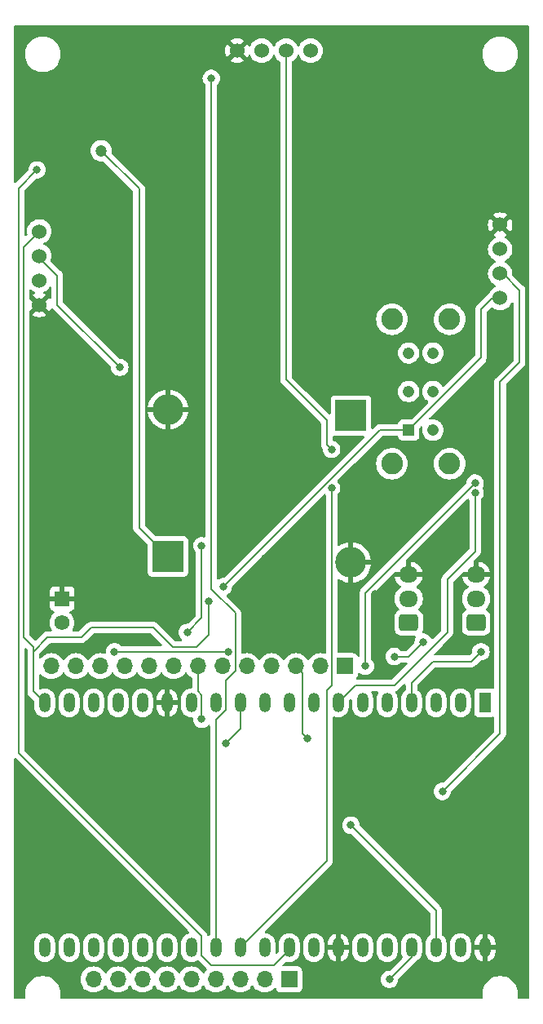
<source format=gbr>
%TF.GenerationSoftware,KiCad,Pcbnew,8.0.8*%
%TF.CreationDate,2025-02-20T18:56:18-05:00*%
%TF.ProjectId,pcb_v3,7063625f-7633-42e6-9b69-6361645f7063,rev?*%
%TF.SameCoordinates,Original*%
%TF.FileFunction,Copper,L2,Bot*%
%TF.FilePolarity,Positive*%
%FSLAX46Y46*%
G04 Gerber Fmt 4.6, Leading zero omitted, Abs format (unit mm)*
G04 Created by KiCad (PCBNEW 8.0.8) date 2025-02-20 18:56:18*
%MOMM*%
%LPD*%
G01*
G04 APERTURE LIST*
G04 Aperture macros list*
%AMRoundRect*
0 Rectangle with rounded corners*
0 $1 Rounding radius*
0 $2 $3 $4 $5 $6 $7 $8 $9 X,Y pos of 4 corners*
0 Add a 4 corners polygon primitive as box body*
4,1,4,$2,$3,$4,$5,$6,$7,$8,$9,$2,$3,0*
0 Add four circle primitives for the rounded corners*
1,1,$1+$1,$2,$3*
1,1,$1+$1,$4,$5*
1,1,$1+$1,$6,$7*
1,1,$1+$1,$8,$9*
0 Add four rect primitives between the rounded corners*
20,1,$1+$1,$2,$3,$4,$5,0*
20,1,$1+$1,$4,$5,$6,$7,0*
20,1,$1+$1,$6,$7,$8,$9,0*
20,1,$1+$1,$8,$9,$2,$3,0*%
G04 Aperture macros list end*
%TA.AperFunction,ComponentPad*%
%ADD10R,1.208000X1.208000*%
%TD*%
%TA.AperFunction,ComponentPad*%
%ADD11C,1.208000*%
%TD*%
%TA.AperFunction,ComponentPad*%
%ADD12C,2.250000*%
%TD*%
%TA.AperFunction,ComponentPad*%
%ADD13R,1.575000X1.575000*%
%TD*%
%TA.AperFunction,ComponentPad*%
%ADD14C,1.575000*%
%TD*%
%TA.AperFunction,ComponentPad*%
%ADD15C,1.530000*%
%TD*%
%TA.AperFunction,ComponentPad*%
%ADD16R,1.200000X2.000000*%
%TD*%
%TA.AperFunction,ComponentPad*%
%ADD17O,1.200000X2.000000*%
%TD*%
%TA.AperFunction,ComponentPad*%
%ADD18R,3.200000X3.200000*%
%TD*%
%TA.AperFunction,ComponentPad*%
%ADD19O,3.200000X3.200000*%
%TD*%
%TA.AperFunction,ComponentPad*%
%ADD20RoundRect,0.250000X0.725000X-0.600000X0.725000X0.600000X-0.725000X0.600000X-0.725000X-0.600000X0*%
%TD*%
%TA.AperFunction,ComponentPad*%
%ADD21O,1.950000X1.700000*%
%TD*%
%TA.AperFunction,ComponentPad*%
%ADD22R,1.700000X1.700000*%
%TD*%
%TA.AperFunction,ComponentPad*%
%ADD23O,1.700000X1.700000*%
%TD*%
%TA.AperFunction,ViaPad*%
%ADD24C,0.800000*%
%TD*%
%TA.AperFunction,ViaPad*%
%ADD25C,1.200000*%
%TD*%
%TA.AperFunction,Conductor*%
%ADD26C,0.200000*%
%TD*%
G04 APERTURE END LIST*
D10*
%TO.P,S1,1*%
%TO.N,5V*%
X140000000Y-93500000D03*
D11*
%TO.P,S1,2*%
%TO.N,5V0*%
X140000000Y-89500000D03*
%TO.P,S1,3*%
%TO.N,unconnected-(S1-Pad3)*%
X140000000Y-85500000D03*
%TO.P,S1,4*%
%TO.N,3V3*%
X142500000Y-93500000D03*
%TO.P,S1,5*%
%TO.N,3V30*%
X142500000Y-89500000D03*
%TO.P,S1,6*%
%TO.N,unconnected-(S1-Pad6)*%
X142500000Y-85500000D03*
D12*
%TO.P,S1,SH1*%
%TO.N,N/C*%
X138250000Y-97000000D03*
%TO.P,S1,SH2*%
X138250000Y-82000000D03*
%TO.P,S1,SH3*%
X144250000Y-82000000D03*
%TO.P,S1,SH4*%
X144250000Y-97000000D03*
%TD*%
D13*
%TO.P,J1,1,1*%
%TO.N,GND*%
X104000000Y-111000000D03*
D14*
%TO.P,J1,2,2*%
%TO.N,BTRY*%
X104000000Y-113500000D03*
%TD*%
D15*
%TO.P,U6,1,VCC*%
%TO.N,5V*%
X129810000Y-54125000D03*
%TO.P,U6,2,TRIG*%
%TO.N,TF*%
X127270000Y-54125000D03*
%TO.P,U6,3,ECHO*%
%TO.N,Net-(U6-ECHO)*%
X124730000Y-54125000D03*
%TO.P,U6,4,GND*%
%TO.N,GND*%
X122190000Y-54125000D03*
%TD*%
D16*
%TO.P,U1,1,3V3*%
%TO.N,Net-(U1-3V3)*%
X147903440Y-121800000D03*
D17*
%TO.P,U1,2,CHIP_PU*%
%TO.N,Net-(U1-CHIP_PU)*%
X145363440Y-121800000D03*
%TO.P,U1,3,SENSOR_VP/GPIO36/ADC1_CH0*%
%TO.N,Net-(J8-Pin_1)*%
X142823440Y-121800000D03*
%TO.P,U1,4,SENSOR_VN/GPIO39/ADC1_CH3*%
%TO.N,Net-(J8-Pin_2)*%
X140283440Y-121800000D03*
%TO.P,U1,5,VDET_1/GPIO34/ADC1_CH6*%
%TO.N,Net-(J8-Pin_3)*%
X137743440Y-121800000D03*
%TO.P,U1,6,VDET_2/GPIO35/ADC1_CH7*%
%TO.N,Net-(J8-Pin_4)*%
X135203440Y-121800000D03*
%TO.P,U1,7,32K_XP/GPIO32/ADC1_CH4*%
%TO.N,SDA*%
X132663440Y-121800000D03*
%TO.P,U1,8,32K_XN/GPIO33/ADC1_CH5*%
%TO.N,SCL*%
X130123440Y-121800000D03*
%TO.P,U1,9,DAC_1/ADC2_CH8/GPIO25*%
%TO.N,Net-(J8-Pin_5)*%
X127583440Y-121800000D03*
%TO.P,U1,10,DAC_2/ADC2_CH9/GPIO26*%
%TO.N,Net-(J8-Pin_6)*%
X125043440Y-121800000D03*
%TO.P,U1,11,ADC2_CH7/GPIO27*%
%TO.N,Net-(J8-Pin_7)*%
X122503440Y-121800000D03*
%TO.P,U1,12,MTMS/GPIO14/ADC2_CH6*%
%TO.N,Net-(J8-Pin_8)*%
X119963440Y-121800000D03*
%TO.P,U1,13,MTDI/GPIO12/ADC2_CH5*%
%TO.N,Net-(J8-Pin_9)*%
X117423440Y-121800000D03*
%TO.P,U1,14,GND*%
%TO.N,GND*%
X114883440Y-121800000D03*
%TO.P,U1,15,MTCK/GPIO13/ADC2_CH4*%
%TO.N,Net-(J8-Pin_10)*%
X112343440Y-121800000D03*
%TO.P,U1,16,SD_DATA2/GPIO9*%
%TO.N,Net-(J8-Pin_11)*%
X109803440Y-121800000D03*
%TO.P,U1,17,SD_DATA3/GPIO10*%
%TO.N,Net-(J8-Pin_12)*%
X107263440Y-121800000D03*
%TO.P,U1,18,CMD*%
%TO.N,Net-(J8-Pin_13)*%
X104723440Y-121800000D03*
%TO.P,U1,19,5V*%
%TO.N,5V*%
X102183440Y-121800000D03*
%TO.P,U1,20,SD_CLK/GPIO6*%
%TO.N,Net-(J9-Pin_9)*%
X102186160Y-147196320D03*
%TO.P,U1,21,SD_DATA0/GPIO7*%
%TO.N,Net-(J9-Pin_8)*%
X104726160Y-147196320D03*
%TO.P,U1,22,SD_DATA1/GPIO8*%
%TO.N,Net-(J9-Pin_7)*%
X107263440Y-147200000D03*
%TO.P,U1,23,MTDO/GPIO15/ADC2_CH3*%
%TO.N,Net-(J9-Pin_6)*%
X109803440Y-147200000D03*
%TO.P,U1,24,ADC2_CH2/GPIO2*%
%TO.N,Net-(J9-Pin_5)*%
X112343440Y-147200000D03*
%TO.P,U1,25,GPIO0/BOOT/ADC2_CH1*%
%TO.N,Net-(J9-Pin_4)*%
X114883440Y-147200000D03*
%TO.P,U1,26,ADC2_CH0/GPIO4*%
%TO.N,Net-(J9-Pin_3)*%
X117423440Y-147200000D03*
%TO.P,U1,27,GPIO16*%
%TO.N,EF*%
X119963440Y-147200000D03*
%TO.P,U1,28,GPIO17*%
%TO.N,TF*%
X122503440Y-147200000D03*
%TO.P,U1,29,GPIO5*%
%TO.N,Net-(J6-Pin_1)*%
X125043440Y-147200000D03*
%TO.P,U1,30,GPIO18*%
%TO.N,EL*%
X127583440Y-147200000D03*
%TO.P,U1,31,GPIO19*%
%TO.N,TR*%
X130123440Y-147200000D03*
%TO.P,U1,32,GND*%
%TO.N,GND*%
X132663440Y-147200000D03*
%TO.P,U1,33,GPIO21*%
%TO.N,ER*%
X135203440Y-147200000D03*
%TO.P,U1,34,U0RXD/GPIO3*%
%TO.N,Net-(J9-Pin_2)*%
X137743440Y-147200000D03*
%TO.P,U1,35,U0TXD/GPIO1*%
%TO.N,Net-(J9-Pin_1)*%
X140283440Y-147200000D03*
%TO.P,U1,36,GPIO22*%
%TO.N,TL*%
X142823440Y-147200000D03*
%TO.P,U1,37,GPIO23*%
%TO.N,Net-(J7-Pin_1)*%
X145363440Y-147200000D03*
%TO.P,U1,38,GND*%
%TO.N,GND*%
X147903440Y-147200000D03*
%TD*%
D18*
%TO.P,D2,1,K*%
%TO.N,Net-(D2-K)*%
X134000000Y-92000000D03*
D19*
%TO.P,D2,2,A*%
%TO.N,GND*%
X134000000Y-107240000D03*
%TD*%
D20*
%TO.P,J7,1,Pin_1*%
%TO.N,Net-(J7-Pin_1)*%
X147000000Y-113500000D03*
D21*
%TO.P,J7,2,Pin_2*%
%TO.N,Net-(J6-Pin_2)*%
X147000000Y-111000000D03*
%TO.P,J7,3,Pin_3*%
%TO.N,GND*%
X147000000Y-108500000D03*
%TD*%
D15*
%TO.P,U5,1,VCC*%
%TO.N,5V*%
X101625000Y-72880000D03*
%TO.P,U5,2,TRIG*%
%TO.N,TL*%
X101625000Y-75420000D03*
%TO.P,U5,3,ECHO*%
%TO.N,Net-(U5-ECHO)*%
X101625000Y-77960000D03*
%TO.P,U5,4,GND*%
%TO.N,GND*%
X101625000Y-80500000D03*
%TD*%
D22*
%TO.P,J9,1,Pin_1*%
%TO.N,Net-(J9-Pin_1)*%
X127580000Y-150500000D03*
D23*
%TO.P,J9,2,Pin_2*%
%TO.N,Net-(J9-Pin_2)*%
X125040000Y-150500000D03*
%TO.P,J9,3,Pin_3*%
%TO.N,Net-(J9-Pin_3)*%
X122500000Y-150500000D03*
%TO.P,J9,4,Pin_4*%
%TO.N,Net-(J9-Pin_4)*%
X119960000Y-150500000D03*
%TO.P,J9,5,Pin_5*%
%TO.N,Net-(J9-Pin_5)*%
X117420000Y-150500000D03*
%TO.P,J9,6,Pin_6*%
%TO.N,Net-(J9-Pin_6)*%
X114880000Y-150500000D03*
%TO.P,J9,7,Pin_7*%
%TO.N,Net-(J9-Pin_7)*%
X112340000Y-150500000D03*
%TO.P,J9,8,Pin_8*%
%TO.N,Net-(J9-Pin_8)*%
X109800000Y-150500000D03*
%TO.P,J9,9,Pin_9*%
%TO.N,Net-(J9-Pin_9)*%
X107260000Y-150500000D03*
%TD*%
D22*
%TO.P,J8,1,Pin_1*%
%TO.N,Net-(J8-Pin_1)*%
X133360000Y-118000000D03*
D23*
%TO.P,J8,2,Pin_2*%
%TO.N,Net-(J8-Pin_2)*%
X130820000Y-118000000D03*
%TO.P,J8,3,Pin_3*%
%TO.N,Net-(J8-Pin_3)*%
X128280000Y-118000000D03*
%TO.P,J8,4,Pin_4*%
%TO.N,Net-(J8-Pin_4)*%
X125740000Y-118000000D03*
%TO.P,J8,5,Pin_5*%
%TO.N,Net-(J8-Pin_5)*%
X123200000Y-118000000D03*
%TO.P,J8,6,Pin_6*%
%TO.N,Net-(J8-Pin_6)*%
X120660000Y-118000000D03*
%TO.P,J8,7,Pin_7*%
%TO.N,Net-(J8-Pin_7)*%
X118120000Y-118000000D03*
%TO.P,J8,8,Pin_8*%
%TO.N,Net-(J8-Pin_8)*%
X115580000Y-118000000D03*
%TO.P,J8,9,Pin_9*%
%TO.N,Net-(J8-Pin_9)*%
X113040000Y-118000000D03*
%TO.P,J8,10,Pin_10*%
%TO.N,Net-(J8-Pin_10)*%
X110500000Y-118000000D03*
%TO.P,J8,11,Pin_11*%
%TO.N,Net-(J8-Pin_11)*%
X107960000Y-118000000D03*
%TO.P,J8,12,Pin_12*%
%TO.N,Net-(J8-Pin_12)*%
X105420000Y-118000000D03*
%TO.P,J8,13,Pin_13*%
%TO.N,Net-(J8-Pin_13)*%
X102880000Y-118000000D03*
%TD*%
D20*
%TO.P,J6,1,Pin_1*%
%TO.N,Net-(J6-Pin_1)*%
X140000000Y-113500000D03*
D21*
%TO.P,J6,2,Pin_2*%
%TO.N,Net-(J6-Pin_2)*%
X140000000Y-111000000D03*
%TO.P,J6,3,Pin_3*%
%TO.N,GND*%
X140000000Y-108500000D03*
%TD*%
D18*
%TO.P,D1,1,K*%
%TO.N,Net-(D1-K)*%
X115000000Y-106620000D03*
D19*
%TO.P,D1,2,A*%
%TO.N,GND*%
X115000000Y-91380000D03*
%TD*%
D15*
%TO.P,U4,1,VCC*%
%TO.N,5V*%
X149500000Y-79810000D03*
%TO.P,U4,2,TRIG*%
%TO.N,TR*%
X149500000Y-77270000D03*
%TO.P,U4,3,ECHO*%
%TO.N,Net-(U4-ECHO)*%
X149500000Y-74730000D03*
%TO.P,U4,4,GND*%
%TO.N,GND*%
X149500000Y-72190000D03*
%TD*%
D24*
%TO.N,GND*%
X115500000Y-114500000D03*
X109625000Y-102225000D03*
X106225000Y-102225000D03*
X133500000Y-111900000D03*
X141500000Y-120000000D03*
X137500000Y-118500000D03*
X137500000Y-115000000D03*
X144000000Y-104500000D03*
X113500000Y-115500000D03*
X111500000Y-115050000D03*
X121500000Y-64000000D03*
X122000000Y-70500000D03*
X116000000Y-72500000D03*
X121500000Y-83500000D03*
X116500000Y-87000000D03*
X116500000Y-97500000D03*
X123000000Y-112500000D03*
X122500000Y-110000000D03*
X130500000Y-110500000D03*
X144000000Y-56500000D03*
X139000000Y-63500000D03*
X131000000Y-86000000D03*
X137000000Y-87000000D03*
X135500000Y-97000000D03*
X137500000Y-91500000D03*
X134500000Y-103000000D03*
X136000000Y-100500000D03*
X136500000Y-110500000D03*
X136500000Y-112500000D03*
X128500000Y-106775000D03*
X125100000Y-106775000D03*
X108000000Y-111937500D03*
D25*
X128193638Y-97737458D03*
X106258890Y-90489621D03*
X128231885Y-100433883D03*
X106144149Y-95920718D03*
X121806361Y-100223524D03*
X128231885Y-95251393D03*
X122035844Y-95136651D03*
X106225000Y-93075000D03*
X125100000Y-97625000D03*
X102491545Y-92899192D03*
X102701904Y-95844224D03*
X102625410Y-90279262D03*
X109452528Y-96284066D03*
X109146551Y-90719104D03*
X125172112Y-100338266D03*
X109223045Y-92975687D03*
X125095617Y-95270517D03*
X121844609Y-97833076D03*
D24*
%TO.N,5V*%
X120750000Y-109750000D03*
X109437500Y-116500000D03*
X121255000Y-116500000D03*
X119250000Y-111250000D03*
D25*
%TO.N,Net-(D1-K)*%
X108050000Y-64500000D03*
D24*
%TO.N,SDA*%
X146901500Y-100000001D03*
%TO.N,SCL*%
X135500000Y-118000000D03*
X146901500Y-99000000D03*
%TO.N,TF*%
X132000000Y-99500000D03*
X132000000Y-95500000D03*
%TO.N,TL*%
X134000000Y-134500000D03*
X110000000Y-87000000D03*
X117000000Y-114500000D03*
X118500000Y-105500000D03*
%TO.N,TR*%
X143500000Y-131000000D03*
%TO.N,Net-(J8-Pin_7)*%
X118500000Y-123500000D03*
X121000000Y-126000000D03*
%TO.N,Net-(J8-Pin_3)*%
X129500000Y-125500000D03*
%TO.N,Net-(J8-Pin_1)*%
X141500000Y-115500000D03*
X138500000Y-117000000D03*
%TO.N,Net-(J8-Pin_2)*%
X147500000Y-116500000D03*
%TO.N,Net-(J9-Pin_1)*%
X138000000Y-150500000D03*
%TO.N,EF*%
X119500000Y-57000000D03*
%TO.N,EL*%
X101400000Y-66500000D03*
%TD*%
D26*
%TO.N,GND*%
X106225000Y-110162500D02*
X108000000Y-111937500D01*
X106225000Y-102225000D02*
X106225000Y-110162500D01*
%TO.N,5V*%
X107000000Y-114000000D02*
X113500000Y-114000000D01*
X106000000Y-115000000D02*
X107000000Y-114000000D01*
X102500000Y-115000000D02*
X106000000Y-115000000D01*
X113500000Y-114000000D02*
X115500000Y-116000000D01*
X115500000Y-116000000D02*
X118000000Y-116000000D01*
X101000000Y-116500000D02*
X102500000Y-115000000D01*
X118000000Y-116000000D02*
X119250000Y-114750000D01*
X119250000Y-114750000D02*
X119250000Y-111250000D01*
%TO.N,GND*%
X139000000Y-61500000D02*
X144000000Y-56500000D01*
X139000000Y-63500000D02*
X139000000Y-61500000D01*
X136000000Y-86000000D02*
X137000000Y-87000000D01*
X131000000Y-86000000D02*
X136000000Y-86000000D01*
%TO.N,5V*%
X147500000Y-86000000D02*
X147500000Y-81000000D01*
X100000000Y-115000000D02*
X101000000Y-116000000D01*
X148690000Y-79810000D02*
X149500000Y-79810000D01*
X140000000Y-93500000D02*
X147500000Y-86000000D01*
X100000000Y-74505000D02*
X100000000Y-115000000D01*
X101000000Y-120616560D02*
X101000000Y-116500000D01*
X102183440Y-121800000D02*
X101000000Y-120616560D01*
X147500000Y-81000000D02*
X148690000Y-79810000D01*
X109437500Y-116500000D02*
X121255000Y-116500000D01*
X137000000Y-93500000D02*
X140000000Y-93500000D01*
X120750000Y-109750000D02*
X137000000Y-93500000D01*
X101000000Y-116000000D02*
X101000000Y-116500000D01*
X101625000Y-72880000D02*
X100000000Y-74505000D01*
%TO.N,Net-(D1-K)*%
X108050000Y-64500000D02*
X112000000Y-68450000D01*
X112000000Y-68450000D02*
X112000000Y-103620000D01*
X112000000Y-103620000D02*
X115000000Y-106620000D01*
%TO.N,SDA*%
X144000000Y-114500000D02*
X138500000Y-120000000D01*
X146901500Y-106098500D02*
X144000000Y-109000000D01*
X144000000Y-109000000D02*
X144000000Y-114500000D01*
X134463440Y-120000000D02*
X132663440Y-121800000D01*
X146901500Y-100000001D02*
X146901500Y-106098500D01*
X138500000Y-120000000D02*
X134463440Y-120000000D01*
%TO.N,SCL*%
X135500000Y-110401500D02*
X135500000Y-118000000D01*
X146901500Y-99000000D02*
X135500000Y-110401500D01*
%TO.N,TF*%
X131500000Y-95000000D02*
X132000000Y-95500000D01*
X127270000Y-54125000D02*
X127270000Y-88270000D01*
X131500000Y-92500000D02*
X131500000Y-95000000D01*
X131500000Y-120500000D02*
X131500000Y-138203440D01*
X131500000Y-138203440D02*
X122503440Y-147200000D01*
X132000000Y-120000000D02*
X131500000Y-120500000D01*
X132000000Y-99500000D02*
X132000000Y-120000000D01*
X127270000Y-88270000D02*
X131500000Y-92500000D01*
%TO.N,TL*%
X134000000Y-134500000D02*
X142823440Y-143323440D01*
X101625000Y-75625000D02*
X103500000Y-77500000D01*
X118500000Y-113000000D02*
X117000000Y-114500000D01*
X103500000Y-77500000D02*
X103500000Y-80500000D01*
X101625000Y-75420000D02*
X101625000Y-75625000D01*
X103500000Y-80500000D02*
X110000000Y-87000000D01*
X142823440Y-143323440D02*
X142823440Y-147200000D01*
X118500000Y-105500000D02*
X118500000Y-113000000D01*
%TO.N,TR*%
X149500000Y-125000000D02*
X143500000Y-131000000D01*
X149500000Y-88500000D02*
X149500000Y-125000000D01*
X151500000Y-79000000D02*
X151500000Y-86500000D01*
X149770000Y-77270000D02*
X151500000Y-79000000D01*
X149500000Y-77270000D02*
X149770000Y-77270000D01*
X151500000Y-86500000D02*
X149500000Y-88500000D01*
%TO.N,Net-(J8-Pin_7)*%
X122503440Y-124496560D02*
X122503440Y-121800000D01*
X118500000Y-121000000D02*
X118500000Y-123500000D01*
X118120000Y-120620000D02*
X118500000Y-121000000D01*
X121000000Y-126000000D02*
X122503440Y-124496560D01*
X118120000Y-118000000D02*
X118120000Y-120620000D01*
%TO.N,Net-(J8-Pin_3)*%
X128280000Y-118000000D02*
X129000000Y-118720000D01*
X129000000Y-118720000D02*
X129000000Y-125000000D01*
X129000000Y-125000000D02*
X129500000Y-125500000D01*
%TO.N,Net-(J8-Pin_1)*%
X138500000Y-117000000D02*
X140000000Y-117000000D01*
X140000000Y-117000000D02*
X141500000Y-115500000D01*
%TO.N,Net-(J8-Pin_2)*%
X142500000Y-117500000D02*
X140283440Y-119716560D01*
X147500000Y-116500000D02*
X146500000Y-117500000D01*
X140283440Y-119716560D02*
X140283440Y-121800000D01*
X146500000Y-117500000D02*
X142500000Y-117500000D01*
%TO.N,Net-(J9-Pin_1)*%
X138000000Y-150500000D02*
X140283440Y-148216560D01*
X140283440Y-148216560D02*
X140283440Y-147200000D01*
%TO.N,EF*%
X121000000Y-119500000D02*
X122000000Y-118500000D01*
X119500000Y-110000000D02*
X119500000Y-57000000D01*
X121000000Y-122500000D02*
X121000000Y-119500000D01*
X122000000Y-118500000D02*
X122000000Y-112500000D01*
X119963440Y-147200000D02*
X119963440Y-123536560D01*
X119963440Y-123536560D02*
X121000000Y-122500000D01*
X122000000Y-112500000D02*
X119500000Y-110000000D01*
%TO.N,EL*%
X119500000Y-149000000D02*
X126000000Y-149000000D01*
X99500000Y-127000000D02*
X118500000Y-146000000D01*
X127583440Y-147416560D02*
X127583440Y-147200000D01*
X99500000Y-68400000D02*
X99500000Y-127000000D01*
X118500000Y-148000000D02*
X119500000Y-149000000D01*
X118500000Y-146000000D02*
X118500000Y-148000000D01*
X101400000Y-66500000D02*
X99500000Y-68400000D01*
X126000000Y-149000000D02*
X127583440Y-147416560D01*
%TD*%
%TA.AperFunction,Conductor*%
%TO.N,GND*%
G36*
X152442539Y-51520185D02*
G01*
X152488294Y-51572989D01*
X152499500Y-51624500D01*
X152499500Y-125070186D01*
X152500000Y-125077816D01*
X152500000Y-143922185D01*
X152499500Y-143929815D01*
X152499500Y-152376000D01*
X152479815Y-152443039D01*
X152427011Y-152488794D01*
X152375500Y-152500000D01*
X151442037Y-152500000D01*
X151374998Y-152480315D01*
X151329243Y-152427511D01*
X151319098Y-152359815D01*
X151350500Y-152121288D01*
X151350500Y-151878711D01*
X151327966Y-151707546D01*
X151318838Y-151638211D01*
X151256054Y-151403900D01*
X151163224Y-151179788D01*
X151041936Y-150969711D01*
X150981018Y-150890321D01*
X150894266Y-150777263D01*
X150894260Y-150777256D01*
X150722743Y-150605739D01*
X150722736Y-150605733D01*
X150530293Y-150458067D01*
X150530292Y-150458066D01*
X150530289Y-150458064D01*
X150320212Y-150336776D01*
X150320205Y-150336773D01*
X150096104Y-150243947D01*
X149861785Y-150181161D01*
X149621289Y-150149500D01*
X149621288Y-150149500D01*
X149378712Y-150149500D01*
X149378711Y-150149500D01*
X149138214Y-150181161D01*
X148903895Y-150243947D01*
X148679794Y-150336773D01*
X148679785Y-150336777D01*
X148469706Y-150458067D01*
X148277263Y-150605733D01*
X148277256Y-150605739D01*
X148105739Y-150777256D01*
X148105733Y-150777263D01*
X147958067Y-150969706D01*
X147836777Y-151179785D01*
X147836773Y-151179794D01*
X147743947Y-151403895D01*
X147681161Y-151638214D01*
X147649500Y-151878711D01*
X147649500Y-152121288D01*
X147680902Y-152359815D01*
X147670136Y-152428850D01*
X147623756Y-152481106D01*
X147557963Y-152500000D01*
X103942037Y-152500000D01*
X103874998Y-152480315D01*
X103829243Y-152427511D01*
X103819098Y-152359815D01*
X103850500Y-152121288D01*
X103850500Y-151878711D01*
X103827966Y-151707546D01*
X103818838Y-151638211D01*
X103756054Y-151403900D01*
X103663224Y-151179788D01*
X103541936Y-150969711D01*
X103481018Y-150890321D01*
X103394266Y-150777263D01*
X103394260Y-150777256D01*
X103222743Y-150605739D01*
X103222736Y-150605733D01*
X103030293Y-150458067D01*
X103030292Y-150458066D01*
X103030289Y-150458064D01*
X102820212Y-150336776D01*
X102820205Y-150336773D01*
X102596104Y-150243947D01*
X102361785Y-150181161D01*
X102121289Y-150149500D01*
X102121288Y-150149500D01*
X101878712Y-150149500D01*
X101878711Y-150149500D01*
X101638214Y-150181161D01*
X101403895Y-150243947D01*
X101179794Y-150336773D01*
X101179785Y-150336777D01*
X100969706Y-150458067D01*
X100777263Y-150605733D01*
X100777256Y-150605739D01*
X100605739Y-150777256D01*
X100605733Y-150777263D01*
X100458067Y-150969706D01*
X100336777Y-151179785D01*
X100336773Y-151179794D01*
X100243947Y-151403895D01*
X100181161Y-151638214D01*
X100149500Y-151878711D01*
X100149500Y-152121288D01*
X100180902Y-152359815D01*
X100170136Y-152428850D01*
X100123756Y-152481106D01*
X100057963Y-152500000D01*
X99124500Y-152500000D01*
X99057461Y-152480315D01*
X99011706Y-152427511D01*
X99000500Y-152376000D01*
X99000500Y-146709709D01*
X101085660Y-146709709D01*
X101085660Y-147682931D01*
X101089020Y-147704144D01*
X101103763Y-147797232D01*
X101112758Y-147854021D01*
X101166287Y-148018765D01*
X101244928Y-148173108D01*
X101346746Y-148313248D01*
X101469232Y-148435734D01*
X101609372Y-148537552D01*
X101763715Y-148616193D01*
X101928459Y-148669722D01*
X102099549Y-148696820D01*
X102099550Y-148696820D01*
X102272770Y-148696820D01*
X102272771Y-148696820D01*
X102443861Y-148669722D01*
X102608605Y-148616193D01*
X102762948Y-148537552D01*
X102903088Y-148435734D01*
X103025574Y-148313248D01*
X103127392Y-148173108D01*
X103206033Y-148018765D01*
X103259562Y-147854021D01*
X103286660Y-147682931D01*
X103286660Y-146709709D01*
X103625660Y-146709709D01*
X103625660Y-147682931D01*
X103629020Y-147704144D01*
X103643763Y-147797232D01*
X103652758Y-147854021D01*
X103706287Y-148018765D01*
X103784928Y-148173108D01*
X103886746Y-148313248D01*
X104009232Y-148435734D01*
X104149372Y-148537552D01*
X104303715Y-148616193D01*
X104468459Y-148669722D01*
X104639549Y-148696820D01*
X104639550Y-148696820D01*
X104812770Y-148696820D01*
X104812771Y-148696820D01*
X104983861Y-148669722D01*
X105148605Y-148616193D01*
X105302948Y-148537552D01*
X105443088Y-148435734D01*
X105565574Y-148313248D01*
X105667392Y-148173108D01*
X105746033Y-148018765D01*
X105799562Y-147854021D01*
X105826660Y-147682931D01*
X105826660Y-146713389D01*
X106162940Y-146713389D01*
X106162940Y-147686610D01*
X106189454Y-147854017D01*
X106190038Y-147857701D01*
X106243567Y-148022445D01*
X106322208Y-148176788D01*
X106424026Y-148316928D01*
X106546512Y-148439414D01*
X106686652Y-148541232D01*
X106840995Y-148619873D01*
X107005739Y-148673402D01*
X107176829Y-148700500D01*
X107176830Y-148700500D01*
X107350050Y-148700500D01*
X107350051Y-148700500D01*
X107521141Y-148673402D01*
X107685885Y-148619873D01*
X107840228Y-148541232D01*
X107980368Y-148439414D01*
X108102854Y-148316928D01*
X108204672Y-148176788D01*
X108283313Y-148022445D01*
X108336842Y-147857701D01*
X108363940Y-147686611D01*
X108363940Y-146713389D01*
X108702940Y-146713389D01*
X108702940Y-147686610D01*
X108729454Y-147854017D01*
X108730038Y-147857701D01*
X108783567Y-148022445D01*
X108862208Y-148176788D01*
X108964026Y-148316928D01*
X109086512Y-148439414D01*
X109226652Y-148541232D01*
X109380995Y-148619873D01*
X109545739Y-148673402D01*
X109716829Y-148700500D01*
X109716830Y-148700500D01*
X109890050Y-148700500D01*
X109890051Y-148700500D01*
X110061141Y-148673402D01*
X110225885Y-148619873D01*
X110380228Y-148541232D01*
X110520368Y-148439414D01*
X110642854Y-148316928D01*
X110744672Y-148176788D01*
X110823313Y-148022445D01*
X110876842Y-147857701D01*
X110903940Y-147686611D01*
X110903940Y-146713389D01*
X111242940Y-146713389D01*
X111242940Y-147686610D01*
X111269454Y-147854017D01*
X111270038Y-147857701D01*
X111323567Y-148022445D01*
X111402208Y-148176788D01*
X111504026Y-148316928D01*
X111626512Y-148439414D01*
X111766652Y-148541232D01*
X111920995Y-148619873D01*
X112085739Y-148673402D01*
X112256829Y-148700500D01*
X112256830Y-148700500D01*
X112430050Y-148700500D01*
X112430051Y-148700500D01*
X112601141Y-148673402D01*
X112765885Y-148619873D01*
X112920228Y-148541232D01*
X113060368Y-148439414D01*
X113182854Y-148316928D01*
X113284672Y-148176788D01*
X113363313Y-148022445D01*
X113416842Y-147857701D01*
X113443940Y-147686611D01*
X113443940Y-146713389D01*
X113782940Y-146713389D01*
X113782940Y-147686610D01*
X113809454Y-147854017D01*
X113810038Y-147857701D01*
X113863567Y-148022445D01*
X113942208Y-148176788D01*
X114044026Y-148316928D01*
X114166512Y-148439414D01*
X114306652Y-148541232D01*
X114460995Y-148619873D01*
X114625739Y-148673402D01*
X114796829Y-148700500D01*
X114796830Y-148700500D01*
X114970050Y-148700500D01*
X114970051Y-148700500D01*
X115141141Y-148673402D01*
X115305885Y-148619873D01*
X115460228Y-148541232D01*
X115600368Y-148439414D01*
X115722854Y-148316928D01*
X115824672Y-148176788D01*
X115903313Y-148022445D01*
X115956842Y-147857701D01*
X115983940Y-147686611D01*
X115983940Y-146713389D01*
X115956842Y-146542299D01*
X115903313Y-146377555D01*
X115824672Y-146223212D01*
X115722854Y-146083072D01*
X115600368Y-145960586D01*
X115460228Y-145858768D01*
X115305885Y-145780127D01*
X115141141Y-145726598D01*
X115141139Y-145726597D01*
X115141138Y-145726597D01*
X115009711Y-145705781D01*
X114970051Y-145699500D01*
X114796829Y-145699500D01*
X114757168Y-145705781D01*
X114625742Y-145726597D01*
X114460992Y-145780128D01*
X114306651Y-145858768D01*
X114257580Y-145894421D01*
X114166512Y-145960586D01*
X114166510Y-145960588D01*
X114166509Y-145960588D01*
X114044028Y-146083069D01*
X114044028Y-146083070D01*
X114044026Y-146083072D01*
X114000299Y-146143256D01*
X113942208Y-146223211D01*
X113863568Y-146377552D01*
X113810037Y-146542302D01*
X113782940Y-146713389D01*
X113443940Y-146713389D01*
X113416842Y-146542299D01*
X113363313Y-146377555D01*
X113284672Y-146223212D01*
X113182854Y-146083072D01*
X113060368Y-145960586D01*
X112920228Y-145858768D01*
X112765885Y-145780127D01*
X112601141Y-145726598D01*
X112601139Y-145726597D01*
X112601138Y-145726597D01*
X112469711Y-145705781D01*
X112430051Y-145699500D01*
X112256829Y-145699500D01*
X112217168Y-145705781D01*
X112085742Y-145726597D01*
X111920992Y-145780128D01*
X111766651Y-145858768D01*
X111717580Y-145894421D01*
X111626512Y-145960586D01*
X111626510Y-145960588D01*
X111626509Y-145960588D01*
X111504028Y-146083069D01*
X111504028Y-146083070D01*
X111504026Y-146083072D01*
X111460299Y-146143256D01*
X111402208Y-146223211D01*
X111323568Y-146377552D01*
X111270037Y-146542302D01*
X111242940Y-146713389D01*
X110903940Y-146713389D01*
X110876842Y-146542299D01*
X110823313Y-146377555D01*
X110744672Y-146223212D01*
X110642854Y-146083072D01*
X110520368Y-145960586D01*
X110380228Y-145858768D01*
X110225885Y-145780127D01*
X110061141Y-145726598D01*
X110061139Y-145726597D01*
X110061138Y-145726597D01*
X109929711Y-145705781D01*
X109890051Y-145699500D01*
X109716829Y-145699500D01*
X109677168Y-145705781D01*
X109545742Y-145726597D01*
X109380992Y-145780128D01*
X109226651Y-145858768D01*
X109177580Y-145894421D01*
X109086512Y-145960586D01*
X109086510Y-145960588D01*
X109086509Y-145960588D01*
X108964028Y-146083069D01*
X108964028Y-146083070D01*
X108964026Y-146083072D01*
X108920299Y-146143256D01*
X108862208Y-146223211D01*
X108783568Y-146377552D01*
X108730037Y-146542302D01*
X108702940Y-146713389D01*
X108363940Y-146713389D01*
X108336842Y-146542299D01*
X108283313Y-146377555D01*
X108204672Y-146223212D01*
X108102854Y-146083072D01*
X107980368Y-145960586D01*
X107840228Y-145858768D01*
X107685885Y-145780127D01*
X107521141Y-145726598D01*
X107521139Y-145726597D01*
X107521138Y-145726597D01*
X107389711Y-145705781D01*
X107350051Y-145699500D01*
X107176829Y-145699500D01*
X107137168Y-145705781D01*
X107005742Y-145726597D01*
X106840992Y-145780128D01*
X106686651Y-145858768D01*
X106637580Y-145894421D01*
X106546512Y-145960586D01*
X106546510Y-145960588D01*
X106546509Y-145960588D01*
X106424028Y-146083069D01*
X106424028Y-146083070D01*
X106424026Y-146083072D01*
X106380299Y-146143256D01*
X106322208Y-146223211D01*
X106243568Y-146377552D01*
X106190037Y-146542302D01*
X106162940Y-146713389D01*
X105826660Y-146713389D01*
X105826660Y-146709709D01*
X105799562Y-146538619D01*
X105746033Y-146373875D01*
X105667392Y-146219532D01*
X105565574Y-146079392D01*
X105443088Y-145956906D01*
X105302948Y-145855088D01*
X105155829Y-145780128D01*
X105148607Y-145776448D01*
X105148606Y-145776447D01*
X105148605Y-145776447D01*
X104983861Y-145722918D01*
X104983859Y-145722917D01*
X104983858Y-145722917D01*
X104837350Y-145699713D01*
X104812771Y-145695820D01*
X104639549Y-145695820D01*
X104614970Y-145699713D01*
X104468462Y-145722917D01*
X104303712Y-145776448D01*
X104149371Y-145855088D01*
X104095235Y-145894421D01*
X104009232Y-145956906D01*
X104009230Y-145956908D01*
X104009229Y-145956908D01*
X103886748Y-146079389D01*
X103886748Y-146079390D01*
X103886746Y-146079392D01*
X103860547Y-146115452D01*
X103784928Y-146219531D01*
X103706288Y-146373872D01*
X103652757Y-146538622D01*
X103644584Y-146590228D01*
X103625660Y-146709709D01*
X103286660Y-146709709D01*
X103259562Y-146538619D01*
X103206033Y-146373875D01*
X103127392Y-146219532D01*
X103025574Y-146079392D01*
X102903088Y-145956906D01*
X102762948Y-145855088D01*
X102615829Y-145780128D01*
X102608607Y-145776448D01*
X102608606Y-145776447D01*
X102608605Y-145776447D01*
X102443861Y-145722918D01*
X102443859Y-145722917D01*
X102443858Y-145722917D01*
X102297350Y-145699713D01*
X102272771Y-145695820D01*
X102099549Y-145695820D01*
X102074970Y-145699713D01*
X101928462Y-145722917D01*
X101763712Y-145776448D01*
X101609371Y-145855088D01*
X101555235Y-145894421D01*
X101469232Y-145956906D01*
X101469230Y-145956908D01*
X101469229Y-145956908D01*
X101346748Y-146079389D01*
X101346748Y-146079390D01*
X101346746Y-146079392D01*
X101320547Y-146115452D01*
X101244928Y-146219531D01*
X101166288Y-146373872D01*
X101112757Y-146538622D01*
X101104584Y-146590228D01*
X101085660Y-146709709D01*
X99000500Y-146709709D01*
X99000500Y-127649097D01*
X99020185Y-127582058D01*
X99072989Y-127536303D01*
X99142147Y-127526359D01*
X99205703Y-127555384D01*
X99212181Y-127561416D01*
X117182381Y-145531617D01*
X117215866Y-145592940D01*
X117210882Y-145662632D01*
X117169010Y-145718565D01*
X117133019Y-145737229D01*
X117000990Y-145780128D01*
X116846651Y-145858768D01*
X116797580Y-145894421D01*
X116706512Y-145960586D01*
X116706510Y-145960588D01*
X116706509Y-145960588D01*
X116584028Y-146083069D01*
X116584028Y-146083070D01*
X116584026Y-146083072D01*
X116540299Y-146143256D01*
X116482208Y-146223211D01*
X116403568Y-146377552D01*
X116350037Y-146542302D01*
X116322940Y-146713389D01*
X116322940Y-147686610D01*
X116349454Y-147854017D01*
X116350038Y-147857701D01*
X116403567Y-148022445D01*
X116482208Y-148176788D01*
X116584026Y-148316928D01*
X116706512Y-148439414D01*
X116846652Y-148541232D01*
X117000995Y-148619873D01*
X117165739Y-148673402D01*
X117336829Y-148700500D01*
X117336830Y-148700500D01*
X117510050Y-148700500D01*
X117510051Y-148700500D01*
X117681141Y-148673402D01*
X117845885Y-148619873D01*
X118000228Y-148541232D01*
X118025619Y-148522783D01*
X118091425Y-148499304D01*
X118159479Y-148515129D01*
X118186186Y-148535421D01*
X119012752Y-149361988D01*
X119046237Y-149423311D01*
X119041253Y-149493003D01*
X119012753Y-149537350D01*
X118921503Y-149628600D01*
X118791575Y-149814158D01*
X118736998Y-149857783D01*
X118667500Y-149864977D01*
X118605145Y-149833454D01*
X118588425Y-149814158D01*
X118458494Y-149628597D01*
X118291402Y-149461506D01*
X118291395Y-149461501D01*
X118097834Y-149325967D01*
X118097830Y-149325965D01*
X118097828Y-149325964D01*
X117883663Y-149226097D01*
X117883659Y-149226096D01*
X117883655Y-149226094D01*
X117655413Y-149164938D01*
X117655403Y-149164936D01*
X117420001Y-149144341D01*
X117419999Y-149144341D01*
X117184596Y-149164936D01*
X117184586Y-149164938D01*
X116956344Y-149226094D01*
X116956335Y-149226098D01*
X116742171Y-149325964D01*
X116742169Y-149325965D01*
X116548597Y-149461505D01*
X116381505Y-149628597D01*
X116251575Y-149814158D01*
X116196998Y-149857783D01*
X116127500Y-149864977D01*
X116065145Y-149833454D01*
X116048425Y-149814158D01*
X115918494Y-149628597D01*
X115751402Y-149461506D01*
X115751395Y-149461501D01*
X115557834Y-149325967D01*
X115557830Y-149325965D01*
X115557828Y-149325964D01*
X115343663Y-149226097D01*
X115343659Y-149226096D01*
X115343655Y-149226094D01*
X115115413Y-149164938D01*
X115115403Y-149164936D01*
X114880001Y-149144341D01*
X114879999Y-149144341D01*
X114644596Y-149164936D01*
X114644586Y-149164938D01*
X114416344Y-149226094D01*
X114416335Y-149226098D01*
X114202171Y-149325964D01*
X114202169Y-149325965D01*
X114008597Y-149461505D01*
X113841505Y-149628597D01*
X113711575Y-149814158D01*
X113656998Y-149857783D01*
X113587500Y-149864977D01*
X113525145Y-149833454D01*
X113508425Y-149814158D01*
X113378494Y-149628597D01*
X113211402Y-149461506D01*
X113211395Y-149461501D01*
X113017834Y-149325967D01*
X113017830Y-149325965D01*
X113017828Y-149325964D01*
X112803663Y-149226097D01*
X112803659Y-149226096D01*
X112803655Y-149226094D01*
X112575413Y-149164938D01*
X112575403Y-149164936D01*
X112340001Y-149144341D01*
X112339999Y-149144341D01*
X112104596Y-149164936D01*
X112104586Y-149164938D01*
X111876344Y-149226094D01*
X111876335Y-149226098D01*
X111662171Y-149325964D01*
X111662169Y-149325965D01*
X111468597Y-149461505D01*
X111301505Y-149628597D01*
X111171575Y-149814158D01*
X111116998Y-149857783D01*
X111047500Y-149864977D01*
X110985145Y-149833454D01*
X110968425Y-149814158D01*
X110838494Y-149628597D01*
X110671402Y-149461506D01*
X110671395Y-149461501D01*
X110477834Y-149325967D01*
X110477830Y-149325965D01*
X110477828Y-149325964D01*
X110263663Y-149226097D01*
X110263659Y-149226096D01*
X110263655Y-149226094D01*
X110035413Y-149164938D01*
X110035403Y-149164936D01*
X109800001Y-149144341D01*
X109799999Y-149144341D01*
X109564596Y-149164936D01*
X109564586Y-149164938D01*
X109336344Y-149226094D01*
X109336335Y-149226098D01*
X109122171Y-149325964D01*
X109122169Y-149325965D01*
X108928597Y-149461505D01*
X108761505Y-149628597D01*
X108631575Y-149814158D01*
X108576998Y-149857783D01*
X108507500Y-149864977D01*
X108445145Y-149833454D01*
X108428425Y-149814158D01*
X108298494Y-149628597D01*
X108131402Y-149461506D01*
X108131395Y-149461501D01*
X107937834Y-149325967D01*
X107937830Y-149325965D01*
X107937828Y-149325964D01*
X107723663Y-149226097D01*
X107723659Y-149226096D01*
X107723655Y-149226094D01*
X107495413Y-149164938D01*
X107495403Y-149164936D01*
X107260001Y-149144341D01*
X107259999Y-149144341D01*
X107024596Y-149164936D01*
X107024586Y-149164938D01*
X106796344Y-149226094D01*
X106796335Y-149226098D01*
X106582171Y-149325964D01*
X106582169Y-149325965D01*
X106388597Y-149461505D01*
X106221505Y-149628597D01*
X106085965Y-149822169D01*
X106085964Y-149822171D01*
X105986098Y-150036335D01*
X105986094Y-150036344D01*
X105924938Y-150264586D01*
X105924936Y-150264596D01*
X105904341Y-150499999D01*
X105904341Y-150500000D01*
X105924936Y-150735403D01*
X105924938Y-150735413D01*
X105986094Y-150963655D01*
X105986096Y-150963659D01*
X105986097Y-150963663D01*
X105990000Y-150972032D01*
X106085965Y-151177830D01*
X106085967Y-151177834D01*
X106160412Y-151284151D01*
X106221505Y-151371401D01*
X106388599Y-151538495D01*
X106485384Y-151606265D01*
X106582165Y-151674032D01*
X106582167Y-151674033D01*
X106582170Y-151674035D01*
X106796337Y-151773903D01*
X107024592Y-151835063D01*
X107201034Y-151850500D01*
X107259999Y-151855659D01*
X107260000Y-151855659D01*
X107260001Y-151855659D01*
X107318966Y-151850500D01*
X107495408Y-151835063D01*
X107723663Y-151773903D01*
X107937830Y-151674035D01*
X108131401Y-151538495D01*
X108298495Y-151371401D01*
X108428425Y-151185842D01*
X108483002Y-151142217D01*
X108552500Y-151135023D01*
X108614855Y-151166546D01*
X108631575Y-151185842D01*
X108761500Y-151371395D01*
X108761505Y-151371401D01*
X108928599Y-151538495D01*
X109025384Y-151606265D01*
X109122165Y-151674032D01*
X109122167Y-151674033D01*
X109122170Y-151674035D01*
X109336337Y-151773903D01*
X109564592Y-151835063D01*
X109741034Y-151850500D01*
X109799999Y-151855659D01*
X109800000Y-151855659D01*
X109800001Y-151855659D01*
X109858966Y-151850500D01*
X110035408Y-151835063D01*
X110263663Y-151773903D01*
X110477830Y-151674035D01*
X110671401Y-151538495D01*
X110838495Y-151371401D01*
X110968425Y-151185842D01*
X111023002Y-151142217D01*
X111092500Y-151135023D01*
X111154855Y-151166546D01*
X111171575Y-151185842D01*
X111301500Y-151371395D01*
X111301505Y-151371401D01*
X111468599Y-151538495D01*
X111565384Y-151606265D01*
X111662165Y-151674032D01*
X111662167Y-151674033D01*
X111662170Y-151674035D01*
X111876337Y-151773903D01*
X112104592Y-151835063D01*
X112281034Y-151850500D01*
X112339999Y-151855659D01*
X112340000Y-151855659D01*
X112340001Y-151855659D01*
X112398966Y-151850500D01*
X112575408Y-151835063D01*
X112803663Y-151773903D01*
X113017830Y-151674035D01*
X113211401Y-151538495D01*
X113378495Y-151371401D01*
X113508425Y-151185842D01*
X113563002Y-151142217D01*
X113632500Y-151135023D01*
X113694855Y-151166546D01*
X113711575Y-151185842D01*
X113841500Y-151371395D01*
X113841505Y-151371401D01*
X114008599Y-151538495D01*
X114105384Y-151606265D01*
X114202165Y-151674032D01*
X114202167Y-151674033D01*
X114202170Y-151674035D01*
X114416337Y-151773903D01*
X114644592Y-151835063D01*
X114821034Y-151850500D01*
X114879999Y-151855659D01*
X114880000Y-151855659D01*
X114880001Y-151855659D01*
X114938966Y-151850500D01*
X115115408Y-151835063D01*
X115343663Y-151773903D01*
X115557830Y-151674035D01*
X115751401Y-151538495D01*
X115918495Y-151371401D01*
X116048425Y-151185842D01*
X116103002Y-151142217D01*
X116172500Y-151135023D01*
X116234855Y-151166546D01*
X116251575Y-151185842D01*
X116381500Y-151371395D01*
X116381505Y-151371401D01*
X116548599Y-151538495D01*
X116645384Y-151606265D01*
X116742165Y-151674032D01*
X116742167Y-151674033D01*
X116742170Y-151674035D01*
X116956337Y-151773903D01*
X117184592Y-151835063D01*
X117361034Y-151850500D01*
X117419999Y-151855659D01*
X117420000Y-151855659D01*
X117420001Y-151855659D01*
X117478966Y-151850500D01*
X117655408Y-151835063D01*
X117883663Y-151773903D01*
X118097830Y-151674035D01*
X118291401Y-151538495D01*
X118458495Y-151371401D01*
X118588425Y-151185842D01*
X118643002Y-151142217D01*
X118712500Y-151135023D01*
X118774855Y-151166546D01*
X118791575Y-151185842D01*
X118921500Y-151371395D01*
X118921505Y-151371401D01*
X119088599Y-151538495D01*
X119185384Y-151606265D01*
X119282165Y-151674032D01*
X119282167Y-151674033D01*
X119282170Y-151674035D01*
X119496337Y-151773903D01*
X119724592Y-151835063D01*
X119901034Y-151850500D01*
X119959999Y-151855659D01*
X119960000Y-151855659D01*
X119960001Y-151855659D01*
X120018966Y-151850500D01*
X120195408Y-151835063D01*
X120423663Y-151773903D01*
X120637830Y-151674035D01*
X120831401Y-151538495D01*
X120998495Y-151371401D01*
X121128425Y-151185842D01*
X121183002Y-151142217D01*
X121252500Y-151135023D01*
X121314855Y-151166546D01*
X121331575Y-151185842D01*
X121461500Y-151371395D01*
X121461505Y-151371401D01*
X121628599Y-151538495D01*
X121725384Y-151606265D01*
X121822165Y-151674032D01*
X121822167Y-151674033D01*
X121822170Y-151674035D01*
X122036337Y-151773903D01*
X122264592Y-151835063D01*
X122441034Y-151850500D01*
X122499999Y-151855659D01*
X122500000Y-151855659D01*
X122500001Y-151855659D01*
X122558966Y-151850500D01*
X122735408Y-151835063D01*
X122963663Y-151773903D01*
X123177830Y-151674035D01*
X123371401Y-151538495D01*
X123538495Y-151371401D01*
X123668425Y-151185842D01*
X123723002Y-151142217D01*
X123792500Y-151135023D01*
X123854855Y-151166546D01*
X123871575Y-151185842D01*
X124001500Y-151371395D01*
X124001505Y-151371401D01*
X124168599Y-151538495D01*
X124265384Y-151606265D01*
X124362165Y-151674032D01*
X124362167Y-151674033D01*
X124362170Y-151674035D01*
X124576337Y-151773903D01*
X124804592Y-151835063D01*
X124981034Y-151850500D01*
X125039999Y-151855659D01*
X125040000Y-151855659D01*
X125040001Y-151855659D01*
X125098966Y-151850500D01*
X125275408Y-151835063D01*
X125503663Y-151773903D01*
X125717830Y-151674035D01*
X125911401Y-151538495D01*
X126033329Y-151416566D01*
X126094648Y-151383084D01*
X126164340Y-151388068D01*
X126220274Y-151429939D01*
X126237189Y-151460917D01*
X126286202Y-151592328D01*
X126286206Y-151592335D01*
X126372452Y-151707544D01*
X126372455Y-151707547D01*
X126487664Y-151793793D01*
X126487671Y-151793797D01*
X126622517Y-151844091D01*
X126622516Y-151844091D01*
X126629444Y-151844835D01*
X126682127Y-151850500D01*
X128477872Y-151850499D01*
X128537483Y-151844091D01*
X128672331Y-151793796D01*
X128787546Y-151707546D01*
X128873796Y-151592331D01*
X128924091Y-151457483D01*
X128930500Y-151397873D01*
X128930499Y-150500000D01*
X137094540Y-150500000D01*
X137114326Y-150688256D01*
X137114327Y-150688259D01*
X137172818Y-150868277D01*
X137172821Y-150868284D01*
X137267467Y-151032216D01*
X137360035Y-151135023D01*
X137394129Y-151172888D01*
X137547265Y-151284148D01*
X137547270Y-151284151D01*
X137720192Y-151361142D01*
X137720197Y-151361144D01*
X137905354Y-151400500D01*
X137905355Y-151400500D01*
X138094644Y-151400500D01*
X138094646Y-151400500D01*
X138279803Y-151361144D01*
X138452730Y-151284151D01*
X138605871Y-151172888D01*
X138732533Y-151032216D01*
X138827179Y-150868284D01*
X138885674Y-150688256D01*
X138905460Y-150500000D01*
X138905460Y-150499997D01*
X138905460Y-150495136D01*
X138925145Y-150428097D01*
X138941779Y-150407455D01*
X139791067Y-149558167D01*
X140641944Y-148707289D01*
X140641954Y-148707282D01*
X140689116Y-148660120D01*
X140739865Y-148609369D01*
X140771247Y-148586568D01*
X140860228Y-148541232D01*
X141000368Y-148439414D01*
X141122854Y-148316928D01*
X141224672Y-148176788D01*
X141303313Y-148022445D01*
X141356842Y-147857701D01*
X141383940Y-147686611D01*
X141383940Y-146713389D01*
X141356842Y-146542299D01*
X141303313Y-146377555D01*
X141224672Y-146223212D01*
X141122854Y-146083072D01*
X141000368Y-145960586D01*
X140860228Y-145858768D01*
X140705885Y-145780127D01*
X140541141Y-145726598D01*
X140541139Y-145726597D01*
X140541138Y-145726597D01*
X140409711Y-145705781D01*
X140370051Y-145699500D01*
X140196829Y-145699500D01*
X140157168Y-145705781D01*
X140025742Y-145726597D01*
X139860992Y-145780128D01*
X139706651Y-145858768D01*
X139657580Y-145894421D01*
X139566512Y-145960586D01*
X139566510Y-145960588D01*
X139566509Y-145960588D01*
X139444028Y-146083069D01*
X139444028Y-146083070D01*
X139444026Y-146083072D01*
X139400299Y-146143256D01*
X139342208Y-146223211D01*
X139263568Y-146377552D01*
X139210037Y-146542302D01*
X139182940Y-146713389D01*
X139182940Y-147686610D01*
X139209454Y-147854017D01*
X139210038Y-147857701D01*
X139263567Y-148022445D01*
X139342208Y-148176788D01*
X139342210Y-148176791D01*
X139344420Y-148181128D01*
X139343014Y-148181844D01*
X139359442Y-148242596D01*
X139338321Y-148309197D01*
X139323152Y-148327611D01*
X138087584Y-149563181D01*
X138026261Y-149596666D01*
X137999903Y-149599500D01*
X137905354Y-149599500D01*
X137872897Y-149606398D01*
X137720197Y-149638855D01*
X137720192Y-149638857D01*
X137547270Y-149715848D01*
X137547265Y-149715851D01*
X137394129Y-149827111D01*
X137267466Y-149967785D01*
X137172821Y-150131715D01*
X137172818Y-150131722D01*
X137129645Y-150264596D01*
X137114326Y-150311744D01*
X137094540Y-150500000D01*
X128930499Y-150500000D01*
X128930499Y-149602128D01*
X128924091Y-149542517D01*
X128905623Y-149493003D01*
X128873797Y-149407671D01*
X128873793Y-149407664D01*
X128787547Y-149292455D01*
X128787544Y-149292452D01*
X128672335Y-149206206D01*
X128672328Y-149206202D01*
X128537482Y-149155908D01*
X128537483Y-149155908D01*
X128477883Y-149149501D01*
X128477881Y-149149500D01*
X128477873Y-149149500D01*
X128477865Y-149149500D01*
X126999096Y-149149500D01*
X126932057Y-149129815D01*
X126886302Y-149077011D01*
X126876358Y-149007853D01*
X126905383Y-148944297D01*
X126911415Y-148937819D01*
X127158865Y-148690368D01*
X127220186Y-148656885D01*
X127284861Y-148660119D01*
X127325739Y-148673402D01*
X127496829Y-148700500D01*
X127496830Y-148700500D01*
X127670050Y-148700500D01*
X127670051Y-148700500D01*
X127841141Y-148673402D01*
X128005885Y-148619873D01*
X128160228Y-148541232D01*
X128300368Y-148439414D01*
X128422854Y-148316928D01*
X128524672Y-148176788D01*
X128603313Y-148022445D01*
X128656842Y-147857701D01*
X128683940Y-147686611D01*
X128683940Y-146713389D01*
X129022940Y-146713389D01*
X129022940Y-147686610D01*
X129049454Y-147854017D01*
X129050038Y-147857701D01*
X129103567Y-148022445D01*
X129182208Y-148176788D01*
X129284026Y-148316928D01*
X129406512Y-148439414D01*
X129546652Y-148541232D01*
X129700995Y-148619873D01*
X129865739Y-148673402D01*
X130036829Y-148700500D01*
X130036830Y-148700500D01*
X130210050Y-148700500D01*
X130210051Y-148700500D01*
X130381141Y-148673402D01*
X130545885Y-148619873D01*
X130700228Y-148541232D01*
X130840368Y-148439414D01*
X130962854Y-148316928D01*
X131064672Y-148176788D01*
X131143313Y-148022445D01*
X131196842Y-147857701D01*
X131223940Y-147686611D01*
X131223940Y-146713428D01*
X131563440Y-146713428D01*
X131563440Y-146950000D01*
X132347754Y-146950000D01*
X132343360Y-146954394D01*
X132290699Y-147045606D01*
X132263440Y-147147339D01*
X132263440Y-147252661D01*
X132290699Y-147354394D01*
X132343360Y-147445606D01*
X132347754Y-147450000D01*
X131563440Y-147450000D01*
X131563440Y-147686571D01*
X131590525Y-147857584D01*
X131644031Y-148022257D01*
X131722635Y-148176524D01*
X131824407Y-148316602D01*
X131946837Y-148439032D01*
X132086915Y-148540804D01*
X132241184Y-148619408D01*
X132405855Y-148672914D01*
X132405854Y-148672914D01*
X132413439Y-148674115D01*
X132413440Y-148674114D01*
X132413440Y-147515686D01*
X132417834Y-147520080D01*
X132509046Y-147572741D01*
X132610779Y-147600000D01*
X132716101Y-147600000D01*
X132817834Y-147572741D01*
X132909046Y-147520080D01*
X132913440Y-147515686D01*
X132913440Y-148674115D01*
X132921024Y-148672914D01*
X133085695Y-148619408D01*
X133239964Y-148540804D01*
X133380042Y-148439032D01*
X133502472Y-148316602D01*
X133604244Y-148176524D01*
X133682848Y-148022257D01*
X133736354Y-147857584D01*
X133763440Y-147686571D01*
X133763440Y-147450000D01*
X132979126Y-147450000D01*
X132983520Y-147445606D01*
X133036181Y-147354394D01*
X133063440Y-147252661D01*
X133063440Y-147147339D01*
X133036181Y-147045606D01*
X132983520Y-146954394D01*
X132979126Y-146950000D01*
X133763440Y-146950000D01*
X133763440Y-146713428D01*
X133763434Y-146713389D01*
X134102940Y-146713389D01*
X134102940Y-147686610D01*
X134129454Y-147854017D01*
X134130038Y-147857701D01*
X134183567Y-148022445D01*
X134262208Y-148176788D01*
X134364026Y-148316928D01*
X134486512Y-148439414D01*
X134626652Y-148541232D01*
X134780995Y-148619873D01*
X134945739Y-148673402D01*
X135116829Y-148700500D01*
X135116830Y-148700500D01*
X135290050Y-148700500D01*
X135290051Y-148700500D01*
X135461141Y-148673402D01*
X135625885Y-148619873D01*
X135780228Y-148541232D01*
X135920368Y-148439414D01*
X136042854Y-148316928D01*
X136144672Y-148176788D01*
X136223313Y-148022445D01*
X136276842Y-147857701D01*
X136303940Y-147686611D01*
X136303940Y-146713389D01*
X136642940Y-146713389D01*
X136642940Y-147686610D01*
X136669454Y-147854017D01*
X136670038Y-147857701D01*
X136723567Y-148022445D01*
X136802208Y-148176788D01*
X136904026Y-148316928D01*
X137026512Y-148439414D01*
X137166652Y-148541232D01*
X137320995Y-148619873D01*
X137485739Y-148673402D01*
X137656829Y-148700500D01*
X137656830Y-148700500D01*
X137830050Y-148700500D01*
X137830051Y-148700500D01*
X138001141Y-148673402D01*
X138165885Y-148619873D01*
X138320228Y-148541232D01*
X138460368Y-148439414D01*
X138582854Y-148316928D01*
X138684672Y-148176788D01*
X138763313Y-148022445D01*
X138816842Y-147857701D01*
X138843940Y-147686611D01*
X138843940Y-146713389D01*
X138816842Y-146542299D01*
X138763313Y-146377555D01*
X138684672Y-146223212D01*
X138582854Y-146083072D01*
X138460368Y-145960586D01*
X138320228Y-145858768D01*
X138165885Y-145780127D01*
X138001141Y-145726598D01*
X138001139Y-145726597D01*
X138001138Y-145726597D01*
X137869711Y-145705781D01*
X137830051Y-145699500D01*
X137656829Y-145699500D01*
X137617168Y-145705781D01*
X137485742Y-145726597D01*
X137320992Y-145780128D01*
X137166651Y-145858768D01*
X137117580Y-145894421D01*
X137026512Y-145960586D01*
X137026510Y-145960588D01*
X137026509Y-145960588D01*
X136904028Y-146083069D01*
X136904028Y-146083070D01*
X136904026Y-146083072D01*
X136860299Y-146143256D01*
X136802208Y-146223211D01*
X136723568Y-146377552D01*
X136670037Y-146542302D01*
X136642940Y-146713389D01*
X136303940Y-146713389D01*
X136276842Y-146542299D01*
X136223313Y-146377555D01*
X136144672Y-146223212D01*
X136042854Y-146083072D01*
X135920368Y-145960586D01*
X135780228Y-145858768D01*
X135625885Y-145780127D01*
X135461141Y-145726598D01*
X135461139Y-145726597D01*
X135461138Y-145726597D01*
X135329711Y-145705781D01*
X135290051Y-145699500D01*
X135116829Y-145699500D01*
X135077168Y-145705781D01*
X134945742Y-145726597D01*
X134780992Y-145780128D01*
X134626651Y-145858768D01*
X134577580Y-145894421D01*
X134486512Y-145960586D01*
X134486510Y-145960588D01*
X134486509Y-145960588D01*
X134364028Y-146083069D01*
X134364028Y-146083070D01*
X134364026Y-146083072D01*
X134320299Y-146143256D01*
X134262208Y-146223211D01*
X134183568Y-146377552D01*
X134130037Y-146542302D01*
X134102940Y-146713389D01*
X133763434Y-146713389D01*
X133736354Y-146542415D01*
X133682848Y-146377742D01*
X133604243Y-146223474D01*
X133502472Y-146083397D01*
X133380042Y-145960967D01*
X133239964Y-145859195D01*
X133085697Y-145780591D01*
X132921029Y-145727087D01*
X132921021Y-145727085D01*
X132913440Y-145725884D01*
X132913440Y-146884314D01*
X132909046Y-146879920D01*
X132817834Y-146827259D01*
X132716101Y-146800000D01*
X132610779Y-146800000D01*
X132509046Y-146827259D01*
X132417834Y-146879920D01*
X132413440Y-146884314D01*
X132413440Y-145725884D01*
X132413439Y-145725884D01*
X132405858Y-145727085D01*
X132405850Y-145727087D01*
X132241182Y-145780591D01*
X132086915Y-145859195D01*
X131946837Y-145960967D01*
X131824407Y-146083397D01*
X131722637Y-146223474D01*
X131644031Y-146377742D01*
X131590525Y-146542415D01*
X131563440Y-146713428D01*
X131223940Y-146713428D01*
X131223940Y-146713389D01*
X131196842Y-146542299D01*
X131143313Y-146377555D01*
X131064672Y-146223212D01*
X130962854Y-146083072D01*
X130840368Y-145960586D01*
X130700228Y-145858768D01*
X130545885Y-145780127D01*
X130381141Y-145726598D01*
X130381139Y-145726597D01*
X130381138Y-145726597D01*
X130249711Y-145705781D01*
X130210051Y-145699500D01*
X130036829Y-145699500D01*
X129997168Y-145705781D01*
X129865742Y-145726597D01*
X129700992Y-145780128D01*
X129546651Y-145858768D01*
X129497580Y-145894421D01*
X129406512Y-145960586D01*
X129406510Y-145960588D01*
X129406509Y-145960588D01*
X129284028Y-146083069D01*
X129284028Y-146083070D01*
X129284026Y-146083072D01*
X129240299Y-146143256D01*
X129182208Y-146223211D01*
X129103568Y-146377552D01*
X129050037Y-146542302D01*
X129022940Y-146713389D01*
X128683940Y-146713389D01*
X128656842Y-146542299D01*
X128603313Y-146377555D01*
X128524672Y-146223212D01*
X128422854Y-146083072D01*
X128300368Y-145960586D01*
X128160228Y-145858768D01*
X128005885Y-145780127D01*
X127841141Y-145726598D01*
X127841139Y-145726597D01*
X127841138Y-145726597D01*
X127709711Y-145705781D01*
X127670051Y-145699500D01*
X127496829Y-145699500D01*
X127457168Y-145705781D01*
X127325742Y-145726597D01*
X127160992Y-145780128D01*
X127006651Y-145858768D01*
X126957580Y-145894421D01*
X126866512Y-145960586D01*
X126866510Y-145960588D01*
X126866509Y-145960588D01*
X126744028Y-146083069D01*
X126744028Y-146083070D01*
X126744026Y-146083072D01*
X126700299Y-146143256D01*
X126642208Y-146223211D01*
X126563568Y-146377552D01*
X126510037Y-146542302D01*
X126482940Y-146713389D01*
X126482940Y-147616462D01*
X126463255Y-147683501D01*
X126446621Y-147704144D01*
X126353532Y-147797232D01*
X126292208Y-147830716D01*
X126222517Y-147825732D01*
X126166583Y-147783860D01*
X126142167Y-147718395D01*
X126143379Y-147690149D01*
X126143940Y-147686611D01*
X126143940Y-146713389D01*
X126116842Y-146542299D01*
X126063313Y-146377555D01*
X125984672Y-146223212D01*
X125882854Y-146083072D01*
X125760368Y-145960586D01*
X125620228Y-145858768D01*
X125465885Y-145780127D01*
X125301141Y-145726598D01*
X125301139Y-145726597D01*
X125301137Y-145726597D01*
X125131397Y-145699713D01*
X125068262Y-145669784D01*
X125031331Y-145610472D01*
X125032329Y-145540610D01*
X125063112Y-145489561D01*
X131868713Y-138683961D01*
X131868716Y-138683960D01*
X131980520Y-138572156D01*
X132030639Y-138485344D01*
X132059577Y-138435225D01*
X132100500Y-138282497D01*
X132100500Y-138124383D01*
X132100500Y-134500000D01*
X133094540Y-134500000D01*
X133114326Y-134688256D01*
X133114327Y-134688259D01*
X133172818Y-134868277D01*
X133172821Y-134868284D01*
X133267467Y-135032216D01*
X133394129Y-135172888D01*
X133547265Y-135284148D01*
X133547270Y-135284151D01*
X133720192Y-135361142D01*
X133720197Y-135361144D01*
X133905354Y-135400500D01*
X133999903Y-135400500D01*
X134066942Y-135420185D01*
X134087584Y-135436819D01*
X142186621Y-143535856D01*
X142220106Y-143597179D01*
X142222940Y-143623537D01*
X142222940Y-145812814D01*
X142203255Y-145879853D01*
X142171827Y-145913131D01*
X142106512Y-145960585D01*
X141984028Y-146083069D01*
X141984028Y-146083070D01*
X141984026Y-146083072D01*
X141940299Y-146143256D01*
X141882208Y-146223211D01*
X141803568Y-146377552D01*
X141750037Y-146542302D01*
X141722940Y-146713389D01*
X141722940Y-147686610D01*
X141749454Y-147854017D01*
X141750038Y-147857701D01*
X141803567Y-148022445D01*
X141882208Y-148176788D01*
X141984026Y-148316928D01*
X142106512Y-148439414D01*
X142246652Y-148541232D01*
X142400995Y-148619873D01*
X142565739Y-148673402D01*
X142736829Y-148700500D01*
X142736830Y-148700500D01*
X142910050Y-148700500D01*
X142910051Y-148700500D01*
X143081141Y-148673402D01*
X143245885Y-148619873D01*
X143400228Y-148541232D01*
X143540368Y-148439414D01*
X143662854Y-148316928D01*
X143764672Y-148176788D01*
X143843313Y-148022445D01*
X143896842Y-147857701D01*
X143923940Y-147686611D01*
X143923940Y-146713389D01*
X144262940Y-146713389D01*
X144262940Y-147686610D01*
X144289454Y-147854017D01*
X144290038Y-147857701D01*
X144343567Y-148022445D01*
X144422208Y-148176788D01*
X144524026Y-148316928D01*
X144646512Y-148439414D01*
X144786652Y-148541232D01*
X144940995Y-148619873D01*
X145105739Y-148673402D01*
X145276829Y-148700500D01*
X145276830Y-148700500D01*
X145450050Y-148700500D01*
X145450051Y-148700500D01*
X145621141Y-148673402D01*
X145785885Y-148619873D01*
X145940228Y-148541232D01*
X146080368Y-148439414D01*
X146202854Y-148316928D01*
X146304672Y-148176788D01*
X146383313Y-148022445D01*
X146436842Y-147857701D01*
X146463940Y-147686611D01*
X146463940Y-146713428D01*
X146803440Y-146713428D01*
X146803440Y-146950000D01*
X147587754Y-146950000D01*
X147583360Y-146954394D01*
X147530699Y-147045606D01*
X147503440Y-147147339D01*
X147503440Y-147252661D01*
X147530699Y-147354394D01*
X147583360Y-147445606D01*
X147587754Y-147450000D01*
X146803440Y-147450000D01*
X146803440Y-147686571D01*
X146830525Y-147857584D01*
X146884031Y-148022257D01*
X146962635Y-148176524D01*
X147064407Y-148316602D01*
X147186837Y-148439032D01*
X147326915Y-148540804D01*
X147481184Y-148619408D01*
X147645855Y-148672914D01*
X147645854Y-148672914D01*
X147653439Y-148674115D01*
X147653440Y-148674114D01*
X147653440Y-147515686D01*
X147657834Y-147520080D01*
X147749046Y-147572741D01*
X147850779Y-147600000D01*
X147956101Y-147600000D01*
X148057834Y-147572741D01*
X148149046Y-147520080D01*
X148153440Y-147515686D01*
X148153440Y-148674115D01*
X148161024Y-148672914D01*
X148325695Y-148619408D01*
X148479964Y-148540804D01*
X148620042Y-148439032D01*
X148742472Y-148316602D01*
X148844244Y-148176524D01*
X148922848Y-148022257D01*
X148976354Y-147857584D01*
X149003440Y-147686571D01*
X149003440Y-147450000D01*
X148219126Y-147450000D01*
X148223520Y-147445606D01*
X148276181Y-147354394D01*
X148303440Y-147252661D01*
X148303440Y-147147339D01*
X148276181Y-147045606D01*
X148223520Y-146954394D01*
X148219126Y-146950000D01*
X149003440Y-146950000D01*
X149003440Y-146713428D01*
X148976354Y-146542415D01*
X148922848Y-146377742D01*
X148844243Y-146223474D01*
X148742472Y-146083397D01*
X148620042Y-145960967D01*
X148479964Y-145859195D01*
X148325697Y-145780591D01*
X148161029Y-145727087D01*
X148161021Y-145727085D01*
X148153440Y-145725884D01*
X148153440Y-146884314D01*
X148149046Y-146879920D01*
X148057834Y-146827259D01*
X147956101Y-146800000D01*
X147850779Y-146800000D01*
X147749046Y-146827259D01*
X147657834Y-146879920D01*
X147653440Y-146884314D01*
X147653440Y-145725884D01*
X147653439Y-145725884D01*
X147645858Y-145727085D01*
X147645850Y-145727087D01*
X147481182Y-145780591D01*
X147326915Y-145859195D01*
X147186837Y-145960967D01*
X147064407Y-146083397D01*
X146962637Y-146223474D01*
X146884031Y-146377742D01*
X146830525Y-146542415D01*
X146803440Y-146713428D01*
X146463940Y-146713428D01*
X146463940Y-146713389D01*
X146436842Y-146542299D01*
X146383313Y-146377555D01*
X146304672Y-146223212D01*
X146202854Y-146083072D01*
X146080368Y-145960586D01*
X145940228Y-145858768D01*
X145785885Y-145780127D01*
X145621141Y-145726598D01*
X145621139Y-145726597D01*
X145621138Y-145726597D01*
X145489711Y-145705781D01*
X145450051Y-145699500D01*
X145276829Y-145699500D01*
X145237168Y-145705781D01*
X145105742Y-145726597D01*
X144940992Y-145780128D01*
X144786651Y-145858768D01*
X144737580Y-145894421D01*
X144646512Y-145960586D01*
X144646510Y-145960588D01*
X144646509Y-145960588D01*
X144524028Y-146083069D01*
X144524028Y-146083070D01*
X144524026Y-146083072D01*
X144480299Y-146143256D01*
X144422208Y-146223211D01*
X144343568Y-146377552D01*
X144290037Y-146542302D01*
X144262940Y-146713389D01*
X143923940Y-146713389D01*
X143896842Y-146542299D01*
X143843313Y-146377555D01*
X143764672Y-146223212D01*
X143662854Y-146083072D01*
X143540368Y-145960586D01*
X143540047Y-145960353D01*
X143475053Y-145913131D01*
X143432388Y-145857801D01*
X143423940Y-145812814D01*
X143423940Y-143412500D01*
X143423941Y-143412487D01*
X143423941Y-143244384D01*
X143383016Y-143091654D01*
X143383013Y-143091649D01*
X143303964Y-142954730D01*
X143303958Y-142954722D01*
X134941779Y-134592543D01*
X134908294Y-134531220D01*
X134905460Y-134504862D01*
X134905460Y-134500002D01*
X134905460Y-134500000D01*
X134885674Y-134311744D01*
X134827179Y-134131716D01*
X134732533Y-133967784D01*
X134605871Y-133827112D01*
X134605870Y-133827111D01*
X134452734Y-133715851D01*
X134452729Y-133715848D01*
X134279807Y-133638857D01*
X134279802Y-133638855D01*
X134134001Y-133607865D01*
X134094646Y-133599500D01*
X133905354Y-133599500D01*
X133872897Y-133606398D01*
X133720197Y-133638855D01*
X133720192Y-133638857D01*
X133547270Y-133715848D01*
X133547265Y-133715851D01*
X133394129Y-133827111D01*
X133267466Y-133967785D01*
X133172821Y-134131715D01*
X133172818Y-134131722D01*
X133114327Y-134311740D01*
X133114326Y-134311744D01*
X133094540Y-134500000D01*
X132100500Y-134500000D01*
X132100500Y-123344894D01*
X132120185Y-123277855D01*
X132172989Y-123232100D01*
X132242147Y-123222156D01*
X132262807Y-123226960D01*
X132405739Y-123273402D01*
X132576829Y-123300500D01*
X132576830Y-123300500D01*
X132750050Y-123300500D01*
X132750051Y-123300500D01*
X132921141Y-123273402D01*
X133085885Y-123219873D01*
X133240228Y-123141232D01*
X133380368Y-123039414D01*
X133502854Y-122916928D01*
X133604672Y-122776788D01*
X133683313Y-122622445D01*
X133736842Y-122457701D01*
X133763940Y-122286611D01*
X133763940Y-121600096D01*
X133783625Y-121533057D01*
X133800255Y-121512419D01*
X133891260Y-121421414D01*
X133952582Y-121387930D01*
X134022274Y-121392914D01*
X134078207Y-121434786D01*
X134102624Y-121500250D01*
X134102940Y-121509096D01*
X134102940Y-122286611D01*
X134130038Y-122457701D01*
X134183567Y-122622445D01*
X134262208Y-122776788D01*
X134364026Y-122916928D01*
X134486512Y-123039414D01*
X134626652Y-123141232D01*
X134780995Y-123219873D01*
X134945739Y-123273402D01*
X135116829Y-123300500D01*
X135116830Y-123300500D01*
X135290050Y-123300500D01*
X135290051Y-123300500D01*
X135461141Y-123273402D01*
X135625885Y-123219873D01*
X135780228Y-123141232D01*
X135920368Y-123039414D01*
X136042854Y-122916928D01*
X136144672Y-122776788D01*
X136223313Y-122622445D01*
X136276842Y-122457701D01*
X136303940Y-122286611D01*
X136303940Y-121313389D01*
X136276842Y-121142299D01*
X136223313Y-120977555D01*
X136144672Y-120823212D01*
X136125907Y-120797385D01*
X136102428Y-120731580D01*
X136118253Y-120663526D01*
X136168359Y-120614831D01*
X136226226Y-120600500D01*
X136720654Y-120600500D01*
X136787693Y-120620185D01*
X136833448Y-120672989D01*
X136843392Y-120742147D01*
X136820972Y-120797386D01*
X136802208Y-120823211D01*
X136723568Y-120977552D01*
X136670037Y-121142302D01*
X136642940Y-121313389D01*
X136642940Y-122286611D01*
X136670038Y-122457701D01*
X136723567Y-122622445D01*
X136802208Y-122776788D01*
X136904026Y-122916928D01*
X137026512Y-123039414D01*
X137166652Y-123141232D01*
X137320995Y-123219873D01*
X137485739Y-123273402D01*
X137656829Y-123300500D01*
X137656830Y-123300500D01*
X137830050Y-123300500D01*
X137830051Y-123300500D01*
X138001141Y-123273402D01*
X138165885Y-123219873D01*
X138320228Y-123141232D01*
X138460368Y-123039414D01*
X138582854Y-122916928D01*
X138684672Y-122776788D01*
X138763313Y-122622445D01*
X138816842Y-122457701D01*
X138843940Y-122286611D01*
X138843940Y-121313389D01*
X138816842Y-121142299D01*
X138763313Y-120977555D01*
X138684672Y-120823212D01*
X138638067Y-120759066D01*
X138614588Y-120693262D01*
X138630413Y-120625208D01*
X138680519Y-120576513D01*
X138706290Y-120566408D01*
X138731785Y-120559577D01*
X138781904Y-120530639D01*
X138868716Y-120480520D01*
X138980520Y-120368716D01*
X138980520Y-120368714D01*
X138990728Y-120358507D01*
X138990729Y-120358504D01*
X139471260Y-119877974D01*
X139532582Y-119844490D01*
X139602274Y-119849474D01*
X139658207Y-119891346D01*
X139682624Y-119956810D01*
X139682940Y-119965656D01*
X139682940Y-120412814D01*
X139663255Y-120479853D01*
X139631827Y-120513131D01*
X139566512Y-120560585D01*
X139444028Y-120683069D01*
X139444028Y-120683070D01*
X139444026Y-120683072D01*
X139408783Y-120731580D01*
X139342208Y-120823211D01*
X139263568Y-120977552D01*
X139210037Y-121142302D01*
X139182940Y-121313389D01*
X139182940Y-122286611D01*
X139210038Y-122457701D01*
X139263567Y-122622445D01*
X139342208Y-122776788D01*
X139444026Y-122916928D01*
X139566512Y-123039414D01*
X139706652Y-123141232D01*
X139860995Y-123219873D01*
X140025739Y-123273402D01*
X140196829Y-123300500D01*
X140196830Y-123300500D01*
X140370050Y-123300500D01*
X140370051Y-123300500D01*
X140541141Y-123273402D01*
X140705885Y-123219873D01*
X140860228Y-123141232D01*
X141000368Y-123039414D01*
X141122854Y-122916928D01*
X141224672Y-122776788D01*
X141303313Y-122622445D01*
X141356842Y-122457701D01*
X141383940Y-122286611D01*
X141383940Y-121313389D01*
X141722940Y-121313389D01*
X141722940Y-122286611D01*
X141750038Y-122457701D01*
X141803567Y-122622445D01*
X141882208Y-122776788D01*
X141984026Y-122916928D01*
X142106512Y-123039414D01*
X142246652Y-123141232D01*
X142400995Y-123219873D01*
X142565739Y-123273402D01*
X142736829Y-123300500D01*
X142736830Y-123300500D01*
X142910050Y-123300500D01*
X142910051Y-123300500D01*
X143081141Y-123273402D01*
X143245885Y-123219873D01*
X143400228Y-123141232D01*
X143540368Y-123039414D01*
X143662854Y-122916928D01*
X143764672Y-122776788D01*
X143843313Y-122622445D01*
X143896842Y-122457701D01*
X143923940Y-122286611D01*
X143923940Y-121313389D01*
X144262940Y-121313389D01*
X144262940Y-122286611D01*
X144290038Y-122457701D01*
X144343567Y-122622445D01*
X144422208Y-122776788D01*
X144524026Y-122916928D01*
X144646512Y-123039414D01*
X144786652Y-123141232D01*
X144940995Y-123219873D01*
X145105739Y-123273402D01*
X145276829Y-123300500D01*
X145276830Y-123300500D01*
X145450050Y-123300500D01*
X145450051Y-123300500D01*
X145621141Y-123273402D01*
X145785885Y-123219873D01*
X145940228Y-123141232D01*
X146080368Y-123039414D01*
X146202854Y-122916928D01*
X146304672Y-122776788D01*
X146383313Y-122622445D01*
X146436842Y-122457701D01*
X146463940Y-122286611D01*
X146463940Y-121313389D01*
X146436842Y-121142299D01*
X146383313Y-120977555D01*
X146304672Y-120823212D01*
X146202854Y-120683072D01*
X146080368Y-120560586D01*
X145940228Y-120458768D01*
X145785885Y-120380127D01*
X145621141Y-120326598D01*
X145621139Y-120326597D01*
X145621138Y-120326597D01*
X145489711Y-120305781D01*
X145450051Y-120299500D01*
X145276829Y-120299500D01*
X145237168Y-120305781D01*
X145105742Y-120326597D01*
X144940992Y-120380128D01*
X144786651Y-120458768D01*
X144755485Y-120481412D01*
X144646512Y-120560586D01*
X144646510Y-120560588D01*
X144646509Y-120560588D01*
X144524028Y-120683069D01*
X144524028Y-120683070D01*
X144524026Y-120683072D01*
X144488783Y-120731580D01*
X144422208Y-120823211D01*
X144343568Y-120977552D01*
X144290037Y-121142302D01*
X144262940Y-121313389D01*
X143923940Y-121313389D01*
X143896842Y-121142299D01*
X143843313Y-120977555D01*
X143764672Y-120823212D01*
X143662854Y-120683072D01*
X143540368Y-120560586D01*
X143400228Y-120458768D01*
X143245885Y-120380127D01*
X143081141Y-120326598D01*
X143081139Y-120326597D01*
X143081138Y-120326597D01*
X142949711Y-120305781D01*
X142910051Y-120299500D01*
X142736829Y-120299500D01*
X142697168Y-120305781D01*
X142565742Y-120326597D01*
X142400992Y-120380128D01*
X142246651Y-120458768D01*
X142215485Y-120481412D01*
X142106512Y-120560586D01*
X142106510Y-120560588D01*
X142106509Y-120560588D01*
X141984028Y-120683069D01*
X141984028Y-120683070D01*
X141984026Y-120683072D01*
X141948783Y-120731580D01*
X141882208Y-120823211D01*
X141803568Y-120977552D01*
X141750037Y-121142302D01*
X141722940Y-121313389D01*
X141383940Y-121313389D01*
X141356842Y-121142299D01*
X141303313Y-120977555D01*
X141224672Y-120823212D01*
X141122854Y-120683072D01*
X141000368Y-120560586D01*
X140998979Y-120559577D01*
X140935053Y-120513131D01*
X140892388Y-120457801D01*
X140883940Y-120412814D01*
X140883940Y-120016657D01*
X140903625Y-119949618D01*
X140920259Y-119928976D01*
X142712416Y-118136819D01*
X142773739Y-118103334D01*
X142800097Y-118100500D01*
X146413331Y-118100500D01*
X146413347Y-118100501D01*
X146420943Y-118100501D01*
X146579054Y-118100501D01*
X146579057Y-118100501D01*
X146731785Y-118059577D01*
X146781904Y-118030639D01*
X146868716Y-117980520D01*
X146980520Y-117868716D01*
X146980521Y-117868713D01*
X147412418Y-117436816D01*
X147473740Y-117403334D01*
X147500098Y-117400500D01*
X147594644Y-117400500D01*
X147594646Y-117400500D01*
X147779803Y-117361144D01*
X147952730Y-117284151D01*
X148105871Y-117172888D01*
X148232533Y-117032216D01*
X148327179Y-116868284D01*
X148385674Y-116688256D01*
X148405460Y-116500000D01*
X148385674Y-116311744D01*
X148327179Y-116131716D01*
X148232533Y-115967784D01*
X148105871Y-115827112D01*
X148105732Y-115827011D01*
X147952734Y-115715851D01*
X147952729Y-115715848D01*
X147779807Y-115638857D01*
X147779802Y-115638855D01*
X147634001Y-115607865D01*
X147594646Y-115599500D01*
X147405354Y-115599500D01*
X147372897Y-115606398D01*
X147220197Y-115638855D01*
X147220192Y-115638857D01*
X147047270Y-115715848D01*
X147047265Y-115715851D01*
X146894129Y-115827111D01*
X146767466Y-115967785D01*
X146672821Y-116131715D01*
X146672818Y-116131722D01*
X146618110Y-116300097D01*
X146614326Y-116311744D01*
X146602849Y-116420943D01*
X146594540Y-116500002D01*
X146594540Y-116504862D01*
X146574855Y-116571901D01*
X146558221Y-116592543D01*
X146287584Y-116863181D01*
X146226261Y-116896666D01*
X146199903Y-116899500D01*
X142749098Y-116899500D01*
X142682059Y-116879815D01*
X142636304Y-116827011D01*
X142626360Y-116757853D01*
X142655385Y-116694297D01*
X142661417Y-116687819D01*
X143530402Y-115818834D01*
X144480520Y-114868716D01*
X144559577Y-114731784D01*
X144600501Y-114579057D01*
X144600501Y-114420942D01*
X144600501Y-114413347D01*
X144600500Y-114413329D01*
X144600500Y-109300097D01*
X144620185Y-109233058D01*
X144636819Y-109212416D01*
X145562916Y-108286319D01*
X145624239Y-108252834D01*
X145650597Y-108250000D01*
X146595854Y-108250000D01*
X146557370Y-108316657D01*
X146525000Y-108437465D01*
X146525000Y-108562535D01*
X146557370Y-108683343D01*
X146595854Y-108750000D01*
X145547769Y-108750000D01*
X145558242Y-108816126D01*
X145558242Y-108816129D01*
X145623904Y-109018217D01*
X145720379Y-109207557D01*
X145845272Y-109379459D01*
X145845276Y-109379464D01*
X145995535Y-109529723D01*
X145995540Y-109529727D01*
X146160218Y-109649372D01*
X146202884Y-109704701D01*
X146208863Y-109774315D01*
X146176258Y-109836110D01*
X146160218Y-109850008D01*
X145995214Y-109969890D01*
X145995209Y-109969894D01*
X145844890Y-110120213D01*
X145719951Y-110292179D01*
X145623444Y-110481585D01*
X145557753Y-110683760D01*
X145547262Y-110750000D01*
X145524500Y-110893713D01*
X145524500Y-111106287D01*
X145557754Y-111316243D01*
X145608839Y-111473467D01*
X145623444Y-111518414D01*
X145719951Y-111707820D01*
X145844890Y-111879786D01*
X145983705Y-112018601D01*
X146017190Y-112079924D01*
X146012206Y-112149616D01*
X145970334Y-112205549D01*
X145961121Y-112211821D01*
X145806342Y-112307289D01*
X145682289Y-112431342D01*
X145590187Y-112580663D01*
X145590186Y-112580666D01*
X145535001Y-112747203D01*
X145535001Y-112747204D01*
X145535000Y-112747204D01*
X145524500Y-112849983D01*
X145524500Y-114150001D01*
X145524501Y-114150018D01*
X145535000Y-114252796D01*
X145535001Y-114252799D01*
X145590185Y-114419331D01*
X145590187Y-114419336D01*
X145625069Y-114475888D01*
X145682288Y-114568656D01*
X145806344Y-114692712D01*
X145955666Y-114784814D01*
X146122203Y-114839999D01*
X146224991Y-114850500D01*
X147775008Y-114850499D01*
X147877797Y-114839999D01*
X148044334Y-114784814D01*
X148193656Y-114692712D01*
X148317712Y-114568656D01*
X148409814Y-114419334D01*
X148464999Y-114252797D01*
X148475500Y-114150009D01*
X148475499Y-112849992D01*
X148464999Y-112747203D01*
X148409814Y-112580666D01*
X148317712Y-112431344D01*
X148193656Y-112307288D01*
X148044334Y-112215186D01*
X148044333Y-112215185D01*
X148038878Y-112211821D01*
X147992154Y-112159873D01*
X147980931Y-112090910D01*
X148008775Y-112026828D01*
X148016272Y-112018623D01*
X148155104Y-111879792D01*
X148187410Y-111835327D01*
X148280048Y-111707820D01*
X148280047Y-111707820D01*
X148280051Y-111707816D01*
X148376557Y-111518412D01*
X148442246Y-111316243D01*
X148475500Y-111106287D01*
X148475500Y-110893713D01*
X148442246Y-110683757D01*
X148376557Y-110481588D01*
X148280051Y-110292184D01*
X148280049Y-110292181D01*
X148280048Y-110292179D01*
X148155109Y-110120213D01*
X148004790Y-109969894D01*
X148004785Y-109969890D01*
X147839781Y-109850008D01*
X147797115Y-109794678D01*
X147791136Y-109725065D01*
X147823741Y-109663270D01*
X147839781Y-109649371D01*
X148004466Y-109529721D01*
X148154723Y-109379464D01*
X148154727Y-109379459D01*
X148279620Y-109207557D01*
X148376095Y-109018217D01*
X148441757Y-108816129D01*
X148441757Y-108816126D01*
X148452231Y-108750000D01*
X147404146Y-108750000D01*
X147442630Y-108683343D01*
X147475000Y-108562535D01*
X147475000Y-108437465D01*
X147442630Y-108316657D01*
X147404146Y-108250000D01*
X148452231Y-108250000D01*
X148441757Y-108183873D01*
X148441757Y-108183870D01*
X148376095Y-107981782D01*
X148279620Y-107792442D01*
X148154727Y-107620540D01*
X148154723Y-107620535D01*
X148004464Y-107470276D01*
X148004459Y-107470272D01*
X147832557Y-107345379D01*
X147643217Y-107248904D01*
X147441128Y-107183242D01*
X147250000Y-107152969D01*
X147250000Y-108095854D01*
X147183343Y-108057370D01*
X147062535Y-108025000D01*
X146937465Y-108025000D01*
X146816657Y-108057370D01*
X146750000Y-108095854D01*
X146750000Y-107150597D01*
X146769685Y-107083558D01*
X146786315Y-107062920D01*
X147382020Y-106467216D01*
X147461077Y-106330284D01*
X147502001Y-106177557D01*
X147502001Y-106019442D01*
X147502001Y-106011847D01*
X147502000Y-106011829D01*
X147502000Y-100726453D01*
X147521685Y-100659414D01*
X147533850Y-100643481D01*
X147634033Y-100532217D01*
X147728679Y-100368285D01*
X147787174Y-100188257D01*
X147806960Y-100000001D01*
X147787174Y-99811745D01*
X147728679Y-99631717D01*
X147688426Y-99561996D01*
X147671954Y-99494101D01*
X147688427Y-99438001D01*
X147728679Y-99368284D01*
X147787174Y-99188256D01*
X147806960Y-99000000D01*
X147787174Y-98811744D01*
X147728679Y-98631716D01*
X147634033Y-98467784D01*
X147507371Y-98327112D01*
X147507370Y-98327111D01*
X147354234Y-98215851D01*
X147354229Y-98215848D01*
X147181307Y-98138857D01*
X147181302Y-98138855D01*
X147035501Y-98107865D01*
X146996146Y-98099500D01*
X146806854Y-98099500D01*
X146774397Y-98106398D01*
X146621697Y-98138855D01*
X146621692Y-98138857D01*
X146448770Y-98215848D01*
X146448765Y-98215851D01*
X146295629Y-98327111D01*
X146168966Y-98467785D01*
X146074321Y-98631715D01*
X146074318Y-98631722D01*
X146015827Y-98811740D01*
X146015826Y-98811744D01*
X146014211Y-98827112D01*
X145996040Y-99000002D01*
X145996040Y-99004862D01*
X145976355Y-99071901D01*
X145959721Y-99092543D01*
X135019481Y-110032782D01*
X135019479Y-110032785D01*
X134992766Y-110079055D01*
X134992765Y-110079057D01*
X134940423Y-110169714D01*
X134940423Y-110169715D01*
X134899499Y-110322443D01*
X134899499Y-110322445D01*
X134899499Y-110490546D01*
X134899500Y-110490559D01*
X134899500Y-116879140D01*
X134879815Y-116946179D01*
X134827011Y-116991934D01*
X134757853Y-117001878D01*
X134694297Y-116972853D01*
X134659318Y-116922473D01*
X134653797Y-116907671D01*
X134653793Y-116907664D01*
X134567547Y-116792455D01*
X134567544Y-116792452D01*
X134452335Y-116706206D01*
X134452328Y-116706202D01*
X134317482Y-116655908D01*
X134317483Y-116655908D01*
X134257883Y-116649501D01*
X134257881Y-116649500D01*
X134257873Y-116649500D01*
X134257865Y-116649500D01*
X132724500Y-116649500D01*
X132657461Y-116629815D01*
X132611706Y-116577011D01*
X132600500Y-116525500D01*
X132600500Y-109067288D01*
X132620185Y-109000249D01*
X132672989Y-108954494D01*
X132742147Y-108944550D01*
X132788929Y-108961340D01*
X133031610Y-109108918D01*
X133295108Y-109223371D01*
X133571737Y-109300879D01*
X133571746Y-109300881D01*
X133749999Y-109325380D01*
X133750000Y-109325380D01*
X133750000Y-108002360D01*
X133766649Y-108009257D01*
X133921207Y-108040000D01*
X134078793Y-108040000D01*
X134233351Y-108009257D01*
X134250000Y-108002360D01*
X134250000Y-109325380D01*
X134428253Y-109300881D01*
X134428262Y-109300879D01*
X134704891Y-109223371D01*
X134968392Y-109108917D01*
X135213853Y-108959648D01*
X135213864Y-108959641D01*
X135436711Y-108778341D01*
X135632795Y-108568386D01*
X135632795Y-108568385D01*
X135798472Y-108333676D01*
X135930644Y-108078595D01*
X136026849Y-107807902D01*
X136026853Y-107807888D01*
X136085302Y-107526619D01*
X136087807Y-107490000D01*
X134762361Y-107490000D01*
X134769257Y-107473351D01*
X134800000Y-107318793D01*
X134800000Y-107161207D01*
X134769257Y-107006649D01*
X134762361Y-106990000D01*
X136087807Y-106990000D01*
X136087807Y-106989999D01*
X136085302Y-106953380D01*
X136026853Y-106672111D01*
X136026849Y-106672097D01*
X135930644Y-106401404D01*
X135798472Y-106146323D01*
X135632795Y-105911614D01*
X135632795Y-105911613D01*
X135436711Y-105701658D01*
X135213864Y-105520358D01*
X135213853Y-105520351D01*
X134968392Y-105371082D01*
X134704891Y-105256628D01*
X134428262Y-105179120D01*
X134428255Y-105179119D01*
X134250000Y-105154618D01*
X134250000Y-106477639D01*
X134233351Y-106470743D01*
X134078793Y-106440000D01*
X133921207Y-106440000D01*
X133766649Y-106470743D01*
X133750000Y-106477639D01*
X133750000Y-105154618D01*
X133571744Y-105179119D01*
X133571737Y-105179120D01*
X133295108Y-105256628D01*
X133031607Y-105371082D01*
X132788928Y-105518659D01*
X132721421Y-105536673D01*
X132654891Y-105515329D01*
X132610461Y-105461405D01*
X132600500Y-105412711D01*
X132600500Y-100226452D01*
X132620185Y-100159413D01*
X132632350Y-100143480D01*
X132646351Y-100127930D01*
X132732533Y-100032216D01*
X132827179Y-99868284D01*
X132885674Y-99688256D01*
X132905460Y-99500000D01*
X132885674Y-99311744D01*
X132827179Y-99131716D01*
X132732533Y-98967784D01*
X132644928Y-98870489D01*
X132614698Y-98807498D01*
X132623323Y-98738162D01*
X132649394Y-98699839D01*
X134349234Y-97000000D01*
X136619474Y-97000000D01*
X136639547Y-97255064D01*
X136699279Y-97503864D01*
X136797188Y-97740239D01*
X136797190Y-97740242D01*
X136930875Y-97958396D01*
X136930878Y-97958401D01*
X137006200Y-98046591D01*
X137097044Y-98152956D01*
X137170685Y-98215851D01*
X137291598Y-98319121D01*
X137291600Y-98319122D01*
X137291601Y-98319123D01*
X137304638Y-98327112D01*
X137509757Y-98452809D01*
X137509760Y-98452811D01*
X137746135Y-98550720D01*
X137746140Y-98550722D01*
X137994930Y-98610452D01*
X138250000Y-98630526D01*
X138505070Y-98610452D01*
X138753860Y-98550722D01*
X138954088Y-98467785D01*
X138990239Y-98452811D01*
X138990240Y-98452810D01*
X138990243Y-98452809D01*
X139208399Y-98319123D01*
X139402956Y-98152956D01*
X139569123Y-97958399D01*
X139702809Y-97740243D01*
X139800722Y-97503860D01*
X139860452Y-97255070D01*
X139880526Y-97000000D01*
X142619474Y-97000000D01*
X142639547Y-97255064D01*
X142699279Y-97503864D01*
X142797188Y-97740239D01*
X142797190Y-97740242D01*
X142930875Y-97958396D01*
X142930878Y-97958401D01*
X143006200Y-98046591D01*
X143097044Y-98152956D01*
X143170685Y-98215851D01*
X143291598Y-98319121D01*
X143291600Y-98319122D01*
X143291601Y-98319123D01*
X143304638Y-98327112D01*
X143509757Y-98452809D01*
X143509760Y-98452811D01*
X143746135Y-98550720D01*
X143746140Y-98550722D01*
X143994930Y-98610452D01*
X144250000Y-98630526D01*
X144505070Y-98610452D01*
X144753860Y-98550722D01*
X144954088Y-98467785D01*
X144990239Y-98452811D01*
X144990240Y-98452810D01*
X144990243Y-98452809D01*
X145208399Y-98319123D01*
X145402956Y-98152956D01*
X145569123Y-97958399D01*
X145702809Y-97740243D01*
X145800722Y-97503860D01*
X145860452Y-97255070D01*
X145880526Y-97000000D01*
X145860452Y-96744930D01*
X145800722Y-96496140D01*
X145744804Y-96361142D01*
X145702811Y-96259760D01*
X145702809Y-96259757D01*
X145569124Y-96041603D01*
X145569121Y-96041598D01*
X145509319Y-95971579D01*
X145402956Y-95847044D01*
X145296591Y-95756200D01*
X145208401Y-95680878D01*
X145208396Y-95680875D01*
X144990242Y-95547190D01*
X144990239Y-95547188D01*
X144753864Y-95449279D01*
X144753214Y-95449123D01*
X144505070Y-95389548D01*
X144505067Y-95389547D01*
X144505064Y-95389547D01*
X144250000Y-95369474D01*
X143994935Y-95389547D01*
X143994931Y-95389547D01*
X143994930Y-95389548D01*
X143920335Y-95407457D01*
X143746135Y-95449279D01*
X143509760Y-95547188D01*
X143509757Y-95547190D01*
X143291603Y-95680875D01*
X143291598Y-95680878D01*
X143097044Y-95847044D01*
X142930878Y-96041598D01*
X142930875Y-96041603D01*
X142797190Y-96259757D01*
X142797188Y-96259760D01*
X142699279Y-96496135D01*
X142639547Y-96744935D01*
X142619474Y-97000000D01*
X139880526Y-97000000D01*
X139860452Y-96744930D01*
X139800722Y-96496140D01*
X139744804Y-96361142D01*
X139702811Y-96259760D01*
X139702809Y-96259757D01*
X139569124Y-96041603D01*
X139569121Y-96041598D01*
X139509319Y-95971579D01*
X139402956Y-95847044D01*
X139296591Y-95756200D01*
X139208401Y-95680878D01*
X139208396Y-95680875D01*
X138990242Y-95547190D01*
X138990239Y-95547188D01*
X138753864Y-95449279D01*
X138753214Y-95449123D01*
X138505070Y-95389548D01*
X138505067Y-95389547D01*
X138505064Y-95389547D01*
X138250000Y-95369474D01*
X137994935Y-95389547D01*
X137994931Y-95389547D01*
X137994930Y-95389548D01*
X137920335Y-95407457D01*
X137746135Y-95449279D01*
X137509760Y-95547188D01*
X137509757Y-95547190D01*
X137291603Y-95680875D01*
X137291598Y-95680878D01*
X137097044Y-95847044D01*
X136930878Y-96041598D01*
X136930875Y-96041603D01*
X136797190Y-96259757D01*
X136797188Y-96259760D01*
X136699279Y-96496135D01*
X136639547Y-96744935D01*
X136619474Y-97000000D01*
X134349234Y-97000000D01*
X137212416Y-94136819D01*
X137273739Y-94103334D01*
X137300097Y-94100500D01*
X138778594Y-94100500D01*
X138845633Y-94120185D01*
X138891388Y-94172989D01*
X138899891Y-94203986D01*
X138900124Y-94203932D01*
X138901663Y-94210444D01*
X138901883Y-94211250D01*
X138901900Y-94211406D01*
X138901909Y-94211486D01*
X138952202Y-94346328D01*
X138952206Y-94346335D01*
X139038452Y-94461544D01*
X139038455Y-94461547D01*
X139153664Y-94547793D01*
X139153671Y-94547797D01*
X139288517Y-94598091D01*
X139288516Y-94598091D01*
X139295444Y-94598835D01*
X139348127Y-94604500D01*
X140651872Y-94604499D01*
X140711483Y-94598091D01*
X140846331Y-94547796D01*
X140961546Y-94461546D01*
X141047796Y-94346331D01*
X141098091Y-94211483D01*
X141104500Y-94151873D01*
X141104499Y-93296095D01*
X141124183Y-93229057D01*
X141140813Y-93208420D01*
X141213859Y-93135374D01*
X141275180Y-93101891D01*
X141344872Y-93106875D01*
X141400805Y-93148747D01*
X141425222Y-93214211D01*
X141420805Y-93256989D01*
X141409654Y-93296180D01*
X141390768Y-93499999D01*
X141390768Y-93500000D01*
X141409654Y-93703816D01*
X141465673Y-93900704D01*
X141556912Y-94083935D01*
X141680269Y-94247287D01*
X141831537Y-94385185D01*
X141831539Y-94385187D01*
X142005569Y-94492942D01*
X142005575Y-94492945D01*
X142024638Y-94500330D01*
X142196444Y-94566888D01*
X142397653Y-94604500D01*
X142397656Y-94604500D01*
X142602344Y-94604500D01*
X142602347Y-94604500D01*
X142803556Y-94566888D01*
X142994427Y-94492944D01*
X143168462Y-94385186D01*
X143319732Y-94247285D01*
X143443088Y-94083935D01*
X143534328Y-93900701D01*
X143590345Y-93703821D01*
X143609232Y-93500000D01*
X143590345Y-93296179D01*
X143534328Y-93099299D01*
X143443088Y-92916065D01*
X143347083Y-92788933D01*
X143319730Y-92752712D01*
X143168462Y-92614814D01*
X143168460Y-92614812D01*
X142994430Y-92507057D01*
X142994424Y-92507054D01*
X142843993Y-92448777D01*
X142803556Y-92433112D01*
X142602347Y-92395500D01*
X142397653Y-92395500D01*
X142245286Y-92423981D01*
X142175773Y-92416951D01*
X142121094Y-92373453D01*
X142098612Y-92307299D01*
X142115465Y-92239492D01*
X142134822Y-92214412D01*
X142735883Y-91613351D01*
X147980520Y-86368716D01*
X148059577Y-86231784D01*
X148100501Y-86079057D01*
X148100501Y-85920942D01*
X148100501Y-85913347D01*
X148100500Y-85913329D01*
X148100500Y-81300097D01*
X148120185Y-81233058D01*
X148136819Y-81212416D01*
X148307637Y-81041598D01*
X148540857Y-80808377D01*
X148602178Y-80774894D01*
X148671869Y-80779878D01*
X148699654Y-80794482D01*
X148864833Y-80910142D01*
X148905884Y-80929284D01*
X149065513Y-81003720D01*
X149065515Y-81003720D01*
X149065520Y-81003723D01*
X149279409Y-81061035D01*
X149436974Y-81074820D01*
X149499998Y-81080334D01*
X149500000Y-81080334D01*
X149500002Y-81080334D01*
X149555147Y-81075509D01*
X149720591Y-81061035D01*
X149934480Y-81003723D01*
X150135167Y-80910142D01*
X150316555Y-80783132D01*
X150473132Y-80626555D01*
X150600142Y-80445167D01*
X150663118Y-80310112D01*
X150709290Y-80257673D01*
X150776483Y-80238521D01*
X150843364Y-80258736D01*
X150888699Y-80311901D01*
X150899500Y-80362517D01*
X150899500Y-86199902D01*
X150879815Y-86266941D01*
X150863181Y-86287583D01*
X149019481Y-88131282D01*
X149019480Y-88131284D01*
X148985036Y-88190943D01*
X148940423Y-88268215D01*
X148899499Y-88420943D01*
X148899499Y-88420945D01*
X148899499Y-88589046D01*
X148899500Y-88589059D01*
X148899500Y-120234947D01*
X148879815Y-120301986D01*
X148827011Y-120347741D01*
X148757853Y-120357685D01*
X148732168Y-120351129D01*
X148610925Y-120305909D01*
X148610923Y-120305908D01*
X148551323Y-120299501D01*
X148551321Y-120299500D01*
X148551313Y-120299500D01*
X148551304Y-120299500D01*
X147255569Y-120299500D01*
X147255563Y-120299501D01*
X147195956Y-120305908D01*
X147061111Y-120356202D01*
X147061104Y-120356206D01*
X146945895Y-120442452D01*
X146945892Y-120442455D01*
X146859646Y-120557664D01*
X146859642Y-120557671D01*
X146809348Y-120692517D01*
X146802941Y-120752116D01*
X146802940Y-120752135D01*
X146802940Y-122847870D01*
X146802941Y-122847876D01*
X146809348Y-122907483D01*
X146859642Y-123042328D01*
X146859646Y-123042335D01*
X146945892Y-123157544D01*
X146945895Y-123157547D01*
X147061104Y-123243793D01*
X147061111Y-123243797D01*
X147195957Y-123294091D01*
X147195956Y-123294091D01*
X147202884Y-123294835D01*
X147255567Y-123300500D01*
X148551312Y-123300499D01*
X148610923Y-123294091D01*
X148655752Y-123277371D01*
X148732167Y-123248870D01*
X148801859Y-123243886D01*
X148863182Y-123277371D01*
X148896666Y-123338694D01*
X148899500Y-123365052D01*
X148899500Y-124699903D01*
X148879815Y-124766942D01*
X148863181Y-124787584D01*
X143587584Y-130063181D01*
X143526261Y-130096666D01*
X143499903Y-130099500D01*
X143405354Y-130099500D01*
X143372897Y-130106398D01*
X143220197Y-130138855D01*
X143220192Y-130138857D01*
X143047270Y-130215848D01*
X143047265Y-130215851D01*
X142894129Y-130327111D01*
X142767466Y-130467785D01*
X142672821Y-130631715D01*
X142672818Y-130631722D01*
X142614327Y-130811740D01*
X142614326Y-130811744D01*
X142594540Y-131000000D01*
X142614326Y-131188256D01*
X142614327Y-131188259D01*
X142672818Y-131368277D01*
X142672821Y-131368284D01*
X142767467Y-131532216D01*
X142894129Y-131672888D01*
X143047265Y-131784148D01*
X143047270Y-131784151D01*
X143220192Y-131861142D01*
X143220197Y-131861144D01*
X143405354Y-131900500D01*
X143405355Y-131900500D01*
X143594644Y-131900500D01*
X143594646Y-131900500D01*
X143779803Y-131861144D01*
X143952730Y-131784151D01*
X144105871Y-131672888D01*
X144232533Y-131532216D01*
X144327179Y-131368284D01*
X144385674Y-131188256D01*
X144405460Y-131000000D01*
X144405460Y-130999997D01*
X144405460Y-130995136D01*
X144425145Y-130928097D01*
X144441779Y-130907455D01*
X145286053Y-130063181D01*
X149858506Y-125490728D01*
X149858511Y-125490724D01*
X149868714Y-125480520D01*
X149868716Y-125480520D01*
X149980520Y-125368716D01*
X150059577Y-125231784D01*
X150100500Y-125079057D01*
X150100500Y-88800096D01*
X150120185Y-88733057D01*
X150136814Y-88712420D01*
X151858506Y-86990727D01*
X151858511Y-86990724D01*
X151868714Y-86980520D01*
X151868716Y-86980520D01*
X151980520Y-86868716D01*
X152013415Y-86811740D01*
X152038544Y-86768216D01*
X152038545Y-86768214D01*
X152059574Y-86731790D01*
X152059573Y-86731790D01*
X152059577Y-86731785D01*
X152100500Y-86579057D01*
X152100500Y-86420943D01*
X152100500Y-78920943D01*
X152100500Y-78920942D01*
X152098774Y-78914501D01*
X152098772Y-78914496D01*
X152082963Y-78855493D01*
X152059577Y-78768216D01*
X152059573Y-78768209D01*
X151980524Y-78631290D01*
X151980521Y-78631286D01*
X151980520Y-78631284D01*
X151868716Y-78519480D01*
X151868715Y-78519479D01*
X151864385Y-78515149D01*
X151864374Y-78515139D01*
X150799064Y-77449829D01*
X150765579Y-77388506D01*
X150763217Y-77351344D01*
X150770334Y-77270000D01*
X150751035Y-77049409D01*
X150693723Y-76835520D01*
X150600142Y-76634833D01*
X150473132Y-76453445D01*
X150316555Y-76296868D01*
X150135167Y-76169858D01*
X150011907Y-76112381D01*
X149959468Y-76066210D01*
X149940316Y-75999017D01*
X149960531Y-75932136D01*
X150011908Y-75887618D01*
X150135167Y-75830142D01*
X150316555Y-75703132D01*
X150473132Y-75546555D01*
X150600142Y-75365167D01*
X150693723Y-75164480D01*
X150751035Y-74950591D01*
X150770334Y-74730000D01*
X150751035Y-74509409D01*
X150693723Y-74295520D01*
X150686923Y-74280938D01*
X150634710Y-74168965D01*
X150600142Y-74094833D01*
X150473132Y-73913445D01*
X150316555Y-73756868D01*
X150135167Y-73629858D01*
X150135163Y-73629856D01*
X150011317Y-73572106D01*
X149958877Y-73525934D01*
X149939725Y-73458741D01*
X149959941Y-73391859D01*
X150011317Y-73347342D01*
X150134911Y-73289709D01*
X150134919Y-73289705D01*
X150200341Y-73243895D01*
X149637574Y-72681128D01*
X149696853Y-72665245D01*
X149813147Y-72598102D01*
X149908102Y-72503147D01*
X149975245Y-72386853D01*
X149991128Y-72327574D01*
X150553895Y-72890341D01*
X150599705Y-72824919D01*
X150599709Y-72824911D01*
X150693249Y-72624314D01*
X150693254Y-72624300D01*
X150750538Y-72410509D01*
X150750540Y-72410499D01*
X150769832Y-72190000D01*
X150769832Y-72189999D01*
X150750540Y-71969500D01*
X150750538Y-71969490D01*
X150693254Y-71755699D01*
X150693250Y-71755690D01*
X150599706Y-71555084D01*
X150553894Y-71489657D01*
X149991128Y-72052424D01*
X149975245Y-71993147D01*
X149908102Y-71876853D01*
X149813147Y-71781898D01*
X149696853Y-71714755D01*
X149637574Y-71698871D01*
X150200341Y-71136104D01*
X150200341Y-71136103D01*
X150134920Y-71090295D01*
X150134916Y-71090293D01*
X149934309Y-70996749D01*
X149934300Y-70996745D01*
X149720509Y-70939461D01*
X149720499Y-70939459D01*
X149500001Y-70920168D01*
X149499999Y-70920168D01*
X149279500Y-70939459D01*
X149279490Y-70939461D01*
X149065699Y-70996745D01*
X149065690Y-70996749D01*
X148865080Y-71090295D01*
X148799658Y-71136103D01*
X148799657Y-71136104D01*
X149362425Y-71698871D01*
X149303147Y-71714755D01*
X149186853Y-71781898D01*
X149091898Y-71876853D01*
X149024755Y-71993147D01*
X149008871Y-72052424D01*
X148446104Y-71489657D01*
X148446103Y-71489658D01*
X148400295Y-71555080D01*
X148306749Y-71755690D01*
X148306745Y-71755699D01*
X148249461Y-71969490D01*
X148249459Y-71969500D01*
X148230168Y-72189999D01*
X148230168Y-72190000D01*
X148249459Y-72410499D01*
X148249461Y-72410509D01*
X148306745Y-72624300D01*
X148306749Y-72624309D01*
X148400293Y-72824916D01*
X148400295Y-72824920D01*
X148446103Y-72890341D01*
X148446104Y-72890341D01*
X149008871Y-72327574D01*
X149024755Y-72386853D01*
X149091898Y-72503147D01*
X149186853Y-72598102D01*
X149303147Y-72665245D01*
X149362425Y-72681128D01*
X148799657Y-73243894D01*
X148865084Y-73289707D01*
X148988683Y-73347342D01*
X149041122Y-73393514D01*
X149060274Y-73460708D01*
X149040058Y-73527589D01*
X148988683Y-73572106D01*
X148864833Y-73629857D01*
X148683444Y-73756868D01*
X148526868Y-73913444D01*
X148399857Y-74094834D01*
X148399856Y-74094836D01*
X148306279Y-74295513D01*
X148306275Y-74295524D01*
X148248965Y-74509407D01*
X148248964Y-74509414D01*
X148229666Y-74729998D01*
X148229666Y-74730001D01*
X148248964Y-74950585D01*
X148248965Y-74950592D01*
X148306275Y-75164475D01*
X148306279Y-75164486D01*
X148399856Y-75365163D01*
X148399858Y-75365167D01*
X148526868Y-75546555D01*
X148683445Y-75703132D01*
X148864833Y-75830142D01*
X148917027Y-75854480D01*
X148988091Y-75887618D01*
X149040531Y-75933790D01*
X149059683Y-76000983D01*
X149039467Y-76067865D01*
X148988091Y-76112382D01*
X148864836Y-76169856D01*
X148864834Y-76169857D01*
X148683444Y-76296868D01*
X148526868Y-76453444D01*
X148399857Y-76634834D01*
X148399856Y-76634836D01*
X148306279Y-76835513D01*
X148306275Y-76835524D01*
X148248965Y-77049407D01*
X148248964Y-77049414D01*
X148229666Y-77269998D01*
X148229666Y-77270001D01*
X148248964Y-77490585D01*
X148248965Y-77490592D01*
X148306275Y-77704475D01*
X148306279Y-77704486D01*
X148326913Y-77748735D01*
X148399858Y-77905167D01*
X148526868Y-78086555D01*
X148683445Y-78243132D01*
X148864833Y-78370142D01*
X148917027Y-78394480D01*
X148988091Y-78427618D01*
X149040531Y-78473790D01*
X149059683Y-78540983D01*
X149039467Y-78607865D01*
X148988091Y-78652382D01*
X148864836Y-78709856D01*
X148864834Y-78709857D01*
X148683444Y-78836868D01*
X148526868Y-78993444D01*
X148399857Y-79174833D01*
X148342631Y-79297557D01*
X148317931Y-79332833D01*
X148209480Y-79441284D01*
X147019481Y-80631282D01*
X147019479Y-80631284D01*
X146999354Y-80666142D01*
X146990848Y-80680877D01*
X146940423Y-80768215D01*
X146899499Y-80920943D01*
X146899499Y-80920945D01*
X146899499Y-81089046D01*
X146899500Y-81089059D01*
X146899500Y-85699901D01*
X146879815Y-85766940D01*
X146863181Y-85787582D01*
X143661886Y-88988876D01*
X143600563Y-89022361D01*
X143530871Y-89017377D01*
X143474938Y-88975505D01*
X143463208Y-88956472D01*
X143443088Y-88916065D01*
X143443087Y-88916064D01*
X143443087Y-88916063D01*
X143319730Y-88752712D01*
X143168462Y-88614814D01*
X143168460Y-88614812D01*
X142994430Y-88507057D01*
X142994424Y-88507054D01*
X142843993Y-88448777D01*
X142803556Y-88433112D01*
X142602347Y-88395500D01*
X142397653Y-88395500D01*
X142196444Y-88433112D01*
X142196441Y-88433112D01*
X142196441Y-88433113D01*
X142005575Y-88507054D01*
X142005569Y-88507057D01*
X141831539Y-88614812D01*
X141831537Y-88614814D01*
X141680269Y-88752712D01*
X141556912Y-88916064D01*
X141465673Y-89099295D01*
X141409654Y-89296183D01*
X141390768Y-89499999D01*
X141390768Y-89500000D01*
X141409654Y-89703816D01*
X141465673Y-89900704D01*
X141556912Y-90083935D01*
X141680269Y-90247287D01*
X141795262Y-90352116D01*
X141831538Y-90385186D01*
X141966500Y-90468751D01*
X142013135Y-90520779D01*
X142024239Y-90589761D01*
X141996286Y-90653795D01*
X141988903Y-90661859D01*
X140291582Y-92359181D01*
X140230259Y-92392666D01*
X140203901Y-92395500D01*
X139348129Y-92395500D01*
X139348123Y-92395501D01*
X139288516Y-92401908D01*
X139153671Y-92452202D01*
X139153664Y-92452206D01*
X139038455Y-92538452D01*
X139038452Y-92538455D01*
X138952206Y-92653664D01*
X138952202Y-92653671D01*
X138901908Y-92788516D01*
X138901883Y-92788758D01*
X138901810Y-92788933D01*
X138900126Y-92796062D01*
X138898970Y-92795788D01*
X138875144Y-92853308D01*
X138817751Y-92893155D01*
X138778594Y-92899500D01*
X136920940Y-92899500D01*
X136880019Y-92910464D01*
X136880019Y-92910465D01*
X136859124Y-92916064D01*
X136768214Y-92940423D01*
X136768209Y-92940426D01*
X136631290Y-93019475D01*
X136631282Y-93019481D01*
X136312180Y-93338584D01*
X136250857Y-93372069D01*
X136181165Y-93367085D01*
X136125232Y-93325213D01*
X136100815Y-93259749D01*
X136100499Y-93250903D01*
X136100499Y-90352129D01*
X136100498Y-90352123D01*
X136100497Y-90352116D01*
X136094091Y-90292517D01*
X136077221Y-90247287D01*
X136043797Y-90157671D01*
X136043793Y-90157664D01*
X135957547Y-90042455D01*
X135957544Y-90042452D01*
X135842335Y-89956206D01*
X135842328Y-89956202D01*
X135707482Y-89905908D01*
X135707483Y-89905908D01*
X135647883Y-89899501D01*
X135647881Y-89899500D01*
X135647873Y-89899500D01*
X135647864Y-89899500D01*
X132352129Y-89899500D01*
X132352123Y-89899501D01*
X132292516Y-89905908D01*
X132157671Y-89956202D01*
X132157664Y-89956206D01*
X132042455Y-90042452D01*
X132042452Y-90042455D01*
X131956206Y-90157664D01*
X131956202Y-90157671D01*
X131905908Y-90292517D01*
X131899501Y-90352116D01*
X131899501Y-90352123D01*
X131899500Y-90352135D01*
X131899500Y-91750903D01*
X131879815Y-91817942D01*
X131827011Y-91863697D01*
X131757853Y-91873641D01*
X131694297Y-91844616D01*
X131687819Y-91838584D01*
X129349234Y-89499999D01*
X138890768Y-89499999D01*
X138890768Y-89500000D01*
X138909654Y-89703816D01*
X138965673Y-89900704D01*
X139056912Y-90083935D01*
X139180269Y-90247287D01*
X139331537Y-90385185D01*
X139331539Y-90385187D01*
X139505569Y-90492942D01*
X139505575Y-90492945D01*
X139546010Y-90508609D01*
X139696444Y-90566888D01*
X139897653Y-90604500D01*
X139897656Y-90604500D01*
X140102344Y-90604500D01*
X140102347Y-90604500D01*
X140303556Y-90566888D01*
X140494427Y-90492944D01*
X140668462Y-90385186D01*
X140819732Y-90247285D01*
X140943088Y-90083935D01*
X141034328Y-89900701D01*
X141090345Y-89703821D01*
X141109232Y-89500000D01*
X141090345Y-89296179D01*
X141034328Y-89099299D01*
X140943088Y-88916065D01*
X140883904Y-88837693D01*
X140819730Y-88752712D01*
X140668462Y-88614814D01*
X140668460Y-88614812D01*
X140494430Y-88507057D01*
X140494424Y-88507054D01*
X140343993Y-88448777D01*
X140303556Y-88433112D01*
X140102347Y-88395500D01*
X139897653Y-88395500D01*
X139696444Y-88433112D01*
X139696441Y-88433112D01*
X139696441Y-88433113D01*
X139505575Y-88507054D01*
X139505569Y-88507057D01*
X139331539Y-88614812D01*
X139331537Y-88614814D01*
X139180269Y-88752712D01*
X139056912Y-88916064D01*
X138965673Y-89099295D01*
X138909654Y-89296183D01*
X138890768Y-89499999D01*
X129349234Y-89499999D01*
X127906819Y-88057584D01*
X127873334Y-87996261D01*
X127870500Y-87969903D01*
X127870500Y-85499999D01*
X138890768Y-85499999D01*
X138890768Y-85500000D01*
X138909654Y-85703816D01*
X138965673Y-85900704D01*
X139056912Y-86083935D01*
X139180269Y-86247287D01*
X139331537Y-86385185D01*
X139331539Y-86385187D01*
X139505569Y-86492942D01*
X139505575Y-86492945D01*
X139546010Y-86508609D01*
X139696444Y-86566888D01*
X139897653Y-86604500D01*
X139897656Y-86604500D01*
X140102344Y-86604500D01*
X140102347Y-86604500D01*
X140303556Y-86566888D01*
X140494427Y-86492944D01*
X140668462Y-86385186D01*
X140819732Y-86247285D01*
X140943088Y-86083935D01*
X141034328Y-85900701D01*
X141090345Y-85703821D01*
X141109232Y-85500000D01*
X141109232Y-85499999D01*
X141390768Y-85499999D01*
X141390768Y-85500000D01*
X141409654Y-85703816D01*
X141465673Y-85900704D01*
X141556912Y-86083935D01*
X141680269Y-86247287D01*
X141831537Y-86385185D01*
X141831539Y-86385187D01*
X142005569Y-86492942D01*
X142005575Y-86492945D01*
X142046010Y-86508609D01*
X142196444Y-86566888D01*
X142397653Y-86604500D01*
X142397656Y-86604500D01*
X142602344Y-86604500D01*
X142602347Y-86604500D01*
X142803556Y-86566888D01*
X142994427Y-86492944D01*
X143168462Y-86385186D01*
X143319732Y-86247285D01*
X143443088Y-86083935D01*
X143534328Y-85900701D01*
X143590345Y-85703821D01*
X143609232Y-85500000D01*
X143590345Y-85296179D01*
X143534328Y-85099299D01*
X143443088Y-84916065D01*
X143319732Y-84752715D01*
X143319730Y-84752712D01*
X143168462Y-84614814D01*
X143168460Y-84614812D01*
X142994430Y-84507057D01*
X142994424Y-84507054D01*
X142843993Y-84448777D01*
X142803556Y-84433112D01*
X142602347Y-84395500D01*
X142397653Y-84395500D01*
X142196444Y-84433112D01*
X142196441Y-84433112D01*
X142196441Y-84433113D01*
X142005575Y-84507054D01*
X142005569Y-84507057D01*
X141831539Y-84614812D01*
X141831537Y-84614814D01*
X141680269Y-84752712D01*
X141556912Y-84916064D01*
X141465673Y-85099295D01*
X141409654Y-85296183D01*
X141390768Y-85499999D01*
X141109232Y-85499999D01*
X141090345Y-85296179D01*
X141034328Y-85099299D01*
X140943088Y-84916065D01*
X140819732Y-84752715D01*
X140819730Y-84752712D01*
X140668462Y-84614814D01*
X140668460Y-84614812D01*
X140494430Y-84507057D01*
X140494424Y-84507054D01*
X140343993Y-84448777D01*
X140303556Y-84433112D01*
X140102347Y-84395500D01*
X139897653Y-84395500D01*
X139696444Y-84433112D01*
X139696441Y-84433112D01*
X139696441Y-84433113D01*
X139505575Y-84507054D01*
X139505569Y-84507057D01*
X139331539Y-84614812D01*
X139331537Y-84614814D01*
X139180269Y-84752712D01*
X139056912Y-84916064D01*
X138965673Y-85099295D01*
X138909654Y-85296183D01*
X138890768Y-85499999D01*
X127870500Y-85499999D01*
X127870500Y-82000000D01*
X136619474Y-82000000D01*
X136639547Y-82255064D01*
X136699279Y-82503864D01*
X136797188Y-82740239D01*
X136797190Y-82740242D01*
X136930875Y-82958396D01*
X136930878Y-82958401D01*
X137006200Y-83046591D01*
X137097044Y-83152956D01*
X137221579Y-83259319D01*
X137291598Y-83319121D01*
X137291603Y-83319124D01*
X137509757Y-83452809D01*
X137509760Y-83452811D01*
X137746135Y-83550720D01*
X137746140Y-83550722D01*
X137994930Y-83610452D01*
X138250000Y-83630526D01*
X138505070Y-83610452D01*
X138753860Y-83550722D01*
X138872051Y-83501765D01*
X138990239Y-83452811D01*
X138990240Y-83452810D01*
X138990243Y-83452809D01*
X139208399Y-83319123D01*
X139402956Y-83152956D01*
X139569123Y-82958399D01*
X139702809Y-82740243D01*
X139800722Y-82503860D01*
X139860452Y-82255070D01*
X139880526Y-82000000D01*
X142619474Y-82000000D01*
X142639547Y-82255064D01*
X142699279Y-82503864D01*
X142797188Y-82740239D01*
X142797190Y-82740242D01*
X142930875Y-82958396D01*
X142930878Y-82958401D01*
X143006200Y-83046591D01*
X143097044Y-83152956D01*
X143221579Y-83259319D01*
X143291598Y-83319121D01*
X143291603Y-83319124D01*
X143509757Y-83452809D01*
X143509760Y-83452811D01*
X143746135Y-83550720D01*
X143746140Y-83550722D01*
X143994930Y-83610452D01*
X144250000Y-83630526D01*
X144505070Y-83610452D01*
X144753860Y-83550722D01*
X144872051Y-83501765D01*
X144990239Y-83452811D01*
X144990240Y-83452810D01*
X144990243Y-83452809D01*
X145208399Y-83319123D01*
X145402956Y-83152956D01*
X145569123Y-82958399D01*
X145702809Y-82740243D01*
X145800722Y-82503860D01*
X145860452Y-82255070D01*
X145880526Y-82000000D01*
X145860452Y-81744930D01*
X145800722Y-81496140D01*
X145800720Y-81496135D01*
X145702811Y-81259760D01*
X145702809Y-81259757D01*
X145598197Y-81089046D01*
X145569123Y-81041601D01*
X145569122Y-81041600D01*
X145569121Y-81041598D01*
X145473195Y-80929284D01*
X145402956Y-80847044D01*
X145268005Y-80731785D01*
X145208401Y-80680878D01*
X145208396Y-80680875D01*
X144990242Y-80547190D01*
X144990239Y-80547188D01*
X144753864Y-80449279D01*
X144753860Y-80449278D01*
X144505070Y-80389548D01*
X144505067Y-80389547D01*
X144505064Y-80389547D01*
X144250000Y-80369474D01*
X143994935Y-80389547D01*
X143994931Y-80389547D01*
X143994930Y-80389548D01*
X143870535Y-80419413D01*
X143746135Y-80449279D01*
X143509760Y-80547188D01*
X143509757Y-80547190D01*
X143291603Y-80680875D01*
X143291598Y-80680878D01*
X143097044Y-80847044D01*
X142930878Y-81041598D01*
X142930875Y-81041603D01*
X142797190Y-81259757D01*
X142797188Y-81259760D01*
X142699279Y-81496135D01*
X142699278Y-81496140D01*
X142651955Y-81693254D01*
X142639547Y-81744935D01*
X142619474Y-82000000D01*
X139880526Y-82000000D01*
X139860452Y-81744930D01*
X139800722Y-81496140D01*
X139800720Y-81496135D01*
X139702811Y-81259760D01*
X139702809Y-81259757D01*
X139598197Y-81089046D01*
X139569123Y-81041601D01*
X139569122Y-81041600D01*
X139569121Y-81041598D01*
X139473195Y-80929284D01*
X139402956Y-80847044D01*
X139268005Y-80731785D01*
X139208401Y-80680878D01*
X139208396Y-80680875D01*
X138990242Y-80547190D01*
X138990239Y-80547188D01*
X138753864Y-80449279D01*
X138753860Y-80449278D01*
X138505070Y-80389548D01*
X138505067Y-80389547D01*
X138505064Y-80389547D01*
X138250000Y-80369474D01*
X137994935Y-80389547D01*
X137994931Y-80389547D01*
X137994930Y-80389548D01*
X137870535Y-80419413D01*
X137746135Y-80449279D01*
X137509760Y-80547188D01*
X137509757Y-80547190D01*
X137291603Y-80680875D01*
X137291598Y-80680878D01*
X137097044Y-80847044D01*
X136930878Y-81041598D01*
X136930875Y-81041603D01*
X136797190Y-81259757D01*
X136797188Y-81259760D01*
X136699279Y-81496135D01*
X136699278Y-81496140D01*
X136651955Y-81693254D01*
X136639547Y-81744935D01*
X136619474Y-82000000D01*
X127870500Y-82000000D01*
X127870500Y-55313966D01*
X127890185Y-55246927D01*
X127923373Y-55212393D01*
X128086555Y-55098132D01*
X128243132Y-54941555D01*
X128370142Y-54760167D01*
X128427618Y-54636907D01*
X128473790Y-54584468D01*
X128540983Y-54565316D01*
X128607864Y-54585531D01*
X128652382Y-54636908D01*
X128709738Y-54759911D01*
X128709858Y-54760167D01*
X128836868Y-54941555D01*
X128993445Y-55098132D01*
X129174833Y-55225142D01*
X129221552Y-55246927D01*
X129375513Y-55318720D01*
X129375515Y-55318720D01*
X129375520Y-55318723D01*
X129589409Y-55376035D01*
X129746974Y-55389820D01*
X129809998Y-55395334D01*
X129810000Y-55395334D01*
X129810002Y-55395334D01*
X129865147Y-55390509D01*
X130030591Y-55376035D01*
X130244480Y-55318723D01*
X130445167Y-55225142D01*
X130626555Y-55098132D01*
X130783132Y-54941555D01*
X130910142Y-54760167D01*
X131003723Y-54559480D01*
X131052160Y-54378711D01*
X147649500Y-54378711D01*
X147649500Y-54621288D01*
X147681161Y-54861785D01*
X147743947Y-55096104D01*
X147834189Y-55313966D01*
X147836776Y-55320212D01*
X147958064Y-55530289D01*
X147958066Y-55530292D01*
X147958067Y-55530293D01*
X148105733Y-55722736D01*
X148105739Y-55722743D01*
X148277256Y-55894260D01*
X148277262Y-55894265D01*
X148469711Y-56041936D01*
X148679788Y-56163224D01*
X148903900Y-56256054D01*
X149138211Y-56318838D01*
X149318586Y-56342584D01*
X149378711Y-56350500D01*
X149378712Y-56350500D01*
X149621289Y-56350500D01*
X149669388Y-56344167D01*
X149861789Y-56318838D01*
X150096100Y-56256054D01*
X150320212Y-56163224D01*
X150530289Y-56041936D01*
X150722738Y-55894265D01*
X150894265Y-55722738D01*
X151041936Y-55530289D01*
X151163224Y-55320212D01*
X151256054Y-55096100D01*
X151318838Y-54861789D01*
X151350500Y-54621288D01*
X151350500Y-54378712D01*
X151318838Y-54138211D01*
X151256054Y-53903900D01*
X151163224Y-53679788D01*
X151041936Y-53469711D01*
X150894265Y-53277262D01*
X150894260Y-53277256D01*
X150722743Y-53105739D01*
X150722736Y-53105733D01*
X150530293Y-52958067D01*
X150530292Y-52958066D01*
X150530289Y-52958064D01*
X150320212Y-52836776D01*
X150320205Y-52836773D01*
X150096104Y-52743947D01*
X149861785Y-52681161D01*
X149621289Y-52649500D01*
X149621288Y-52649500D01*
X149378712Y-52649500D01*
X149378711Y-52649500D01*
X149138214Y-52681161D01*
X148903895Y-52743947D01*
X148679794Y-52836773D01*
X148679785Y-52836777D01*
X148469706Y-52958067D01*
X148277263Y-53105733D01*
X148277256Y-53105739D01*
X148105739Y-53277256D01*
X148105733Y-53277263D01*
X147958067Y-53469706D01*
X147836777Y-53679785D01*
X147836773Y-53679794D01*
X147743947Y-53903895D01*
X147681161Y-54138214D01*
X147649500Y-54378711D01*
X131052160Y-54378711D01*
X131061035Y-54345591D01*
X131080334Y-54125000D01*
X131061035Y-53904409D01*
X131003723Y-53690520D01*
X130998721Y-53679794D01*
X130910143Y-53489836D01*
X130910142Y-53489834D01*
X130910142Y-53489833D01*
X130783132Y-53308445D01*
X130626555Y-53151868D01*
X130445167Y-53024858D01*
X130445163Y-53024856D01*
X130244486Y-52931279D01*
X130244475Y-52931275D01*
X130030592Y-52873965D01*
X130030585Y-52873964D01*
X129810002Y-52854666D01*
X129809998Y-52854666D01*
X129589414Y-52873964D01*
X129589407Y-52873965D01*
X129375524Y-52931275D01*
X129375513Y-52931279D01*
X129174836Y-53024856D01*
X129174834Y-53024857D01*
X128993444Y-53151868D01*
X128836868Y-53308444D01*
X128709857Y-53489834D01*
X128709856Y-53489836D01*
X128652382Y-53613091D01*
X128606210Y-53665531D01*
X128539017Y-53684683D01*
X128472135Y-53664467D01*
X128427618Y-53613091D01*
X128370143Y-53489836D01*
X128370142Y-53489834D01*
X128370142Y-53489833D01*
X128243132Y-53308445D01*
X128086555Y-53151868D01*
X127905167Y-53024858D01*
X127905163Y-53024856D01*
X127704486Y-52931279D01*
X127704475Y-52931275D01*
X127490592Y-52873965D01*
X127490585Y-52873964D01*
X127270002Y-52854666D01*
X127269998Y-52854666D01*
X127049414Y-52873964D01*
X127049407Y-52873965D01*
X126835524Y-52931275D01*
X126835513Y-52931279D01*
X126634836Y-53024856D01*
X126634834Y-53024857D01*
X126453444Y-53151868D01*
X126296868Y-53308444D01*
X126169857Y-53489834D01*
X126169856Y-53489836D01*
X126112382Y-53613091D01*
X126066210Y-53665531D01*
X125999017Y-53684683D01*
X125932135Y-53664467D01*
X125887618Y-53613091D01*
X125830143Y-53489836D01*
X125830142Y-53489834D01*
X125830142Y-53489833D01*
X125703132Y-53308445D01*
X125546555Y-53151868D01*
X125365167Y-53024858D01*
X125365163Y-53024856D01*
X125164486Y-52931279D01*
X125164475Y-52931275D01*
X124950592Y-52873965D01*
X124950585Y-52873964D01*
X124730002Y-52854666D01*
X124729998Y-52854666D01*
X124509414Y-52873964D01*
X124509407Y-52873965D01*
X124295524Y-52931275D01*
X124295513Y-52931279D01*
X124094836Y-53024856D01*
X124094834Y-53024857D01*
X123913444Y-53151868D01*
X123756868Y-53308444D01*
X123629857Y-53489833D01*
X123572106Y-53613683D01*
X123525934Y-53666122D01*
X123458740Y-53685274D01*
X123391859Y-53665058D01*
X123347342Y-53613683D01*
X123289707Y-53490084D01*
X123243894Y-53424657D01*
X122681128Y-53987424D01*
X122665245Y-53928147D01*
X122598102Y-53811853D01*
X122503147Y-53716898D01*
X122386853Y-53649755D01*
X122327574Y-53633871D01*
X122890341Y-53071104D01*
X122890341Y-53071103D01*
X122824920Y-53025295D01*
X122824916Y-53025293D01*
X122624309Y-52931749D01*
X122624300Y-52931745D01*
X122410509Y-52874461D01*
X122410499Y-52874459D01*
X122190001Y-52855168D01*
X122189999Y-52855168D01*
X121969500Y-52874459D01*
X121969490Y-52874461D01*
X121755699Y-52931745D01*
X121755690Y-52931749D01*
X121555080Y-53025295D01*
X121489658Y-53071103D01*
X121489657Y-53071104D01*
X122052425Y-53633871D01*
X121993147Y-53649755D01*
X121876853Y-53716898D01*
X121781898Y-53811853D01*
X121714755Y-53928147D01*
X121698871Y-53987424D01*
X121136104Y-53424657D01*
X121136103Y-53424658D01*
X121090295Y-53490080D01*
X120996749Y-53690690D01*
X120996745Y-53690699D01*
X120939461Y-53904490D01*
X120939459Y-53904500D01*
X120920168Y-54124999D01*
X120920168Y-54125000D01*
X120939459Y-54345499D01*
X120939461Y-54345509D01*
X120996745Y-54559300D01*
X120996749Y-54559309D01*
X121090293Y-54759916D01*
X121090295Y-54759920D01*
X121136103Y-54825341D01*
X121136104Y-54825341D01*
X121698871Y-54262574D01*
X121714755Y-54321853D01*
X121781898Y-54438147D01*
X121876853Y-54533102D01*
X121993147Y-54600245D01*
X122052425Y-54616128D01*
X121489657Y-55178894D01*
X121555084Y-55224706D01*
X121755690Y-55318250D01*
X121755699Y-55318254D01*
X121969490Y-55375538D01*
X121969500Y-55375540D01*
X122189999Y-55394832D01*
X122190001Y-55394832D01*
X122410499Y-55375540D01*
X122410509Y-55375538D01*
X122624300Y-55318254D01*
X122624314Y-55318249D01*
X122824911Y-55224709D01*
X122824919Y-55224705D01*
X122890341Y-55178895D01*
X122327574Y-54616128D01*
X122386853Y-54600245D01*
X122503147Y-54533102D01*
X122598102Y-54438147D01*
X122665245Y-54321853D01*
X122681128Y-54262574D01*
X123243895Y-54825341D01*
X123289705Y-54759919D01*
X123289709Y-54759911D01*
X123347342Y-54636317D01*
X123393514Y-54583877D01*
X123460707Y-54564725D01*
X123527588Y-54584940D01*
X123572106Y-54636317D01*
X123629741Y-54759916D01*
X123629858Y-54760167D01*
X123756868Y-54941555D01*
X123913445Y-55098132D01*
X124094833Y-55225142D01*
X124141552Y-55246927D01*
X124295513Y-55318720D01*
X124295515Y-55318720D01*
X124295520Y-55318723D01*
X124509409Y-55376035D01*
X124666974Y-55389820D01*
X124729998Y-55395334D01*
X124730000Y-55395334D01*
X124730002Y-55395334D01*
X124785147Y-55390509D01*
X124950591Y-55376035D01*
X125164480Y-55318723D01*
X125365167Y-55225142D01*
X125546555Y-55098132D01*
X125703132Y-54941555D01*
X125830142Y-54760167D01*
X125887618Y-54636907D01*
X125933790Y-54584468D01*
X126000983Y-54565316D01*
X126067864Y-54585531D01*
X126112382Y-54636908D01*
X126169738Y-54759911D01*
X126169858Y-54760167D01*
X126296868Y-54941555D01*
X126453445Y-55098132D01*
X126616625Y-55212392D01*
X126660248Y-55266968D01*
X126669500Y-55313966D01*
X126669500Y-88183330D01*
X126669499Y-88183348D01*
X126669499Y-88349054D01*
X126669498Y-88349054D01*
X126710423Y-88501785D01*
X126739358Y-88551900D01*
X126739359Y-88551904D01*
X126739360Y-88551904D01*
X126775680Y-88614814D01*
X126789479Y-88638714D01*
X126789481Y-88638717D01*
X126908349Y-88757585D01*
X126908355Y-88757590D01*
X130863181Y-92712416D01*
X130896666Y-92773739D01*
X130899500Y-92800097D01*
X130899500Y-94913330D01*
X130899499Y-94913348D01*
X130899499Y-95079054D01*
X130899498Y-95079054D01*
X130899499Y-95079057D01*
X130940423Y-95231785D01*
X130961457Y-95268216D01*
X130986588Y-95311744D01*
X131019479Y-95368715D01*
X131058221Y-95407457D01*
X131091706Y-95468780D01*
X131094540Y-95495138D01*
X131094540Y-95499997D01*
X131094540Y-95500000D01*
X131114326Y-95688256D01*
X131114327Y-95688259D01*
X131172818Y-95868277D01*
X131172821Y-95868284D01*
X131267467Y-96032216D01*
X131394129Y-96172888D01*
X131547265Y-96284148D01*
X131547270Y-96284151D01*
X131720192Y-96361142D01*
X131720197Y-96361144D01*
X131905354Y-96400500D01*
X131905355Y-96400500D01*
X132094644Y-96400500D01*
X132094646Y-96400500D01*
X132279803Y-96361144D01*
X132452730Y-96284151D01*
X132605871Y-96172888D01*
X132732533Y-96032216D01*
X132827179Y-95868284D01*
X132885674Y-95688256D01*
X132905460Y-95500000D01*
X132885674Y-95311744D01*
X132827179Y-95131716D01*
X132732533Y-94967784D01*
X132605871Y-94827112D01*
X132605870Y-94827111D01*
X132452734Y-94715851D01*
X132452729Y-94715848D01*
X132279807Y-94638857D01*
X132279803Y-94638856D01*
X132198718Y-94621620D01*
X132137236Y-94588427D01*
X132103460Y-94527263D01*
X132100500Y-94500330D01*
X132100500Y-94201066D01*
X132120185Y-94134027D01*
X132172989Y-94088272D01*
X132242147Y-94078328D01*
X132267833Y-94084884D01*
X132292517Y-94094091D01*
X132292516Y-94094091D01*
X132299444Y-94094835D01*
X132352127Y-94100500D01*
X135250902Y-94100499D01*
X135317941Y-94120184D01*
X135363696Y-94172987D01*
X135373640Y-94242146D01*
X135344615Y-94305702D01*
X135338583Y-94312180D01*
X120837584Y-108813181D01*
X120776261Y-108846666D01*
X120749903Y-108849500D01*
X120655354Y-108849500D01*
X120622897Y-108856398D01*
X120470197Y-108888855D01*
X120470192Y-108888857D01*
X120297270Y-108965848D01*
X120291637Y-108969101D01*
X120291022Y-108968037D01*
X120231565Y-108989245D01*
X120163513Y-108973412D01*
X120114824Y-108923300D01*
X120100500Y-108865446D01*
X120100500Y-57726452D01*
X120120185Y-57659413D01*
X120132350Y-57643480D01*
X120232533Y-57532216D01*
X120327179Y-57368284D01*
X120385674Y-57188256D01*
X120405460Y-57000000D01*
X120385674Y-56811744D01*
X120327179Y-56631716D01*
X120232533Y-56467784D01*
X120105871Y-56327112D01*
X120094483Y-56318838D01*
X119952734Y-56215851D01*
X119952729Y-56215848D01*
X119779807Y-56138857D01*
X119779802Y-56138855D01*
X119634001Y-56107865D01*
X119594646Y-56099500D01*
X119405354Y-56099500D01*
X119372897Y-56106398D01*
X119220197Y-56138855D01*
X119220192Y-56138857D01*
X119047270Y-56215848D01*
X119047265Y-56215851D01*
X118894129Y-56327111D01*
X118767466Y-56467785D01*
X118672821Y-56631715D01*
X118672818Y-56631722D01*
X118614327Y-56811740D01*
X118614326Y-56811744D01*
X118594540Y-57000000D01*
X118614326Y-57188256D01*
X118614327Y-57188259D01*
X118672818Y-57368277D01*
X118672821Y-57368284D01*
X118767467Y-57532216D01*
X118867650Y-57643480D01*
X118897880Y-57706471D01*
X118899500Y-57726452D01*
X118899500Y-104511171D01*
X118879815Y-104578210D01*
X118827011Y-104623965D01*
X118757853Y-104633909D01*
X118749720Y-104632461D01*
X118594647Y-104599500D01*
X118594646Y-104599500D01*
X118405354Y-104599500D01*
X118372897Y-104606398D01*
X118220197Y-104638855D01*
X118220192Y-104638857D01*
X118047270Y-104715848D01*
X118047265Y-104715851D01*
X117894129Y-104827111D01*
X117767466Y-104967785D01*
X117672821Y-105131715D01*
X117672818Y-105131722D01*
X117657418Y-105179120D01*
X117614326Y-105311744D01*
X117594540Y-105500000D01*
X117614326Y-105688256D01*
X117614327Y-105688259D01*
X117672818Y-105868277D01*
X117672821Y-105868284D01*
X117767467Y-106032216D01*
X117867650Y-106143480D01*
X117897880Y-106206471D01*
X117899500Y-106226452D01*
X117899500Y-112699903D01*
X117879815Y-112766942D01*
X117863181Y-112787584D01*
X117087584Y-113563181D01*
X117026261Y-113596666D01*
X116999903Y-113599500D01*
X116905354Y-113599500D01*
X116872897Y-113606398D01*
X116720197Y-113638855D01*
X116720192Y-113638857D01*
X116547270Y-113715848D01*
X116547265Y-113715851D01*
X116394129Y-113827111D01*
X116267466Y-113967785D01*
X116172821Y-114131715D01*
X116172818Y-114131722D01*
X116114327Y-114311740D01*
X116114326Y-114311744D01*
X116094540Y-114500000D01*
X116114326Y-114688256D01*
X116114327Y-114688259D01*
X116172818Y-114868277D01*
X116172821Y-114868284D01*
X116267467Y-115032216D01*
X116389357Y-115167588D01*
X116394129Y-115172888D01*
X116394132Y-115172890D01*
X116397287Y-115175183D01*
X116398670Y-115176977D01*
X116398958Y-115177236D01*
X116398910Y-115177288D01*
X116439953Y-115230513D01*
X116445931Y-115300127D01*
X116413324Y-115361921D01*
X116352485Y-115396278D01*
X116324401Y-115399500D01*
X115800097Y-115399500D01*
X115733058Y-115379815D01*
X115712416Y-115363181D01*
X113987590Y-113638355D01*
X113987588Y-113638352D01*
X113868717Y-113519481D01*
X113868716Y-113519480D01*
X113781904Y-113469360D01*
X113781904Y-113469359D01*
X113781900Y-113469358D01*
X113731785Y-113440423D01*
X113579057Y-113399499D01*
X113420943Y-113399499D01*
X113413347Y-113399499D01*
X113413331Y-113399500D01*
X107086670Y-113399500D01*
X107086654Y-113399499D01*
X107079058Y-113399499D01*
X106920943Y-113399499D01*
X106844579Y-113419961D01*
X106768214Y-113440423D01*
X106768209Y-113440426D01*
X106631290Y-113519475D01*
X106631282Y-113519481D01*
X105787584Y-114363181D01*
X105726261Y-114396666D01*
X105699903Y-114399500D01*
X105180723Y-114399500D01*
X105113684Y-114379815D01*
X105067929Y-114327011D01*
X105057985Y-114257853D01*
X105079147Y-114204377D01*
X105119702Y-114146460D01*
X105214947Y-113942205D01*
X105273278Y-113724513D01*
X105292920Y-113500000D01*
X105290239Y-113469360D01*
X105285554Y-113415807D01*
X105273278Y-113275487D01*
X105214947Y-113057795D01*
X105119702Y-112853540D01*
X104990434Y-112668927D01*
X104831073Y-112509566D01*
X104827399Y-112506993D01*
X104783776Y-112452421D01*
X104776581Y-112382922D01*
X104808102Y-112320567D01*
X104868331Y-112285152D01*
X104885269Y-112282130D01*
X104894879Y-112281096D01*
X105029586Y-112230854D01*
X105029593Y-112230850D01*
X105144687Y-112144690D01*
X105144690Y-112144687D01*
X105230850Y-112029593D01*
X105230854Y-112029586D01*
X105281096Y-111894879D01*
X105281098Y-111894872D01*
X105287499Y-111835344D01*
X105287500Y-111835327D01*
X105287500Y-111250000D01*
X104461880Y-111250000D01*
X104489222Y-111202642D01*
X104525000Y-111069118D01*
X104525000Y-110930882D01*
X104489222Y-110797358D01*
X104461880Y-110750000D01*
X105287500Y-110750000D01*
X105287500Y-110164672D01*
X105287499Y-110164655D01*
X105281098Y-110105127D01*
X105281096Y-110105120D01*
X105230854Y-109970413D01*
X105230850Y-109970406D01*
X105144690Y-109855312D01*
X105144687Y-109855309D01*
X105029593Y-109769149D01*
X105029586Y-109769145D01*
X104894879Y-109718903D01*
X104894872Y-109718901D01*
X104835344Y-109712500D01*
X104250000Y-109712500D01*
X104250000Y-110538120D01*
X104202642Y-110510778D01*
X104069118Y-110475000D01*
X103930882Y-110475000D01*
X103797358Y-110510778D01*
X103750000Y-110538120D01*
X103750000Y-109712500D01*
X103164655Y-109712500D01*
X103105127Y-109718901D01*
X103105120Y-109718903D01*
X102970413Y-109769145D01*
X102970406Y-109769149D01*
X102855312Y-109855309D01*
X102855309Y-109855312D01*
X102769149Y-109970406D01*
X102769145Y-109970413D01*
X102718903Y-110105120D01*
X102718901Y-110105127D01*
X102712500Y-110164655D01*
X102712500Y-110750000D01*
X103538120Y-110750000D01*
X103510778Y-110797358D01*
X103475000Y-110930882D01*
X103475000Y-111069118D01*
X103510778Y-111202642D01*
X103538120Y-111250000D01*
X102712500Y-111250000D01*
X102712500Y-111835344D01*
X102718901Y-111894872D01*
X102718903Y-111894879D01*
X102769145Y-112029586D01*
X102769149Y-112029593D01*
X102855309Y-112144687D01*
X102855312Y-112144690D01*
X102970406Y-112230850D01*
X102970413Y-112230854D01*
X103105120Y-112281096D01*
X103105119Y-112281096D01*
X103114731Y-112282130D01*
X103179282Y-112308869D01*
X103219130Y-112366261D01*
X103221624Y-112436086D01*
X103185972Y-112496175D01*
X103172603Y-112506992D01*
X103168926Y-112509566D01*
X103009566Y-112668926D01*
X102880302Y-112853533D01*
X102880296Y-112853543D01*
X102785055Y-113057788D01*
X102785051Y-113057799D01*
X102726722Y-113275485D01*
X102726721Y-113275492D01*
X102707080Y-113499997D01*
X102707080Y-113500002D01*
X102726721Y-113724507D01*
X102726722Y-113724514D01*
X102785051Y-113942200D01*
X102785055Y-113942211D01*
X102880296Y-114146456D01*
X102880298Y-114146460D01*
X102920852Y-114204377D01*
X102943179Y-114270582D01*
X102926169Y-114338350D01*
X102875221Y-114386163D01*
X102819277Y-114399500D01*
X102420941Y-114399500D01*
X102386286Y-114408785D01*
X102386287Y-114408786D01*
X102268214Y-114440423D01*
X102268209Y-114440426D01*
X102131290Y-114519475D01*
X102131282Y-114519481D01*
X101337681Y-115313083D01*
X101276358Y-115346568D01*
X101206666Y-115341584D01*
X101162319Y-115313083D01*
X100636819Y-114787583D01*
X100603334Y-114726260D01*
X100600500Y-114699902D01*
X100600500Y-81222308D01*
X100620185Y-81155269D01*
X100636819Y-81134627D01*
X101133871Y-80637574D01*
X101149755Y-80696853D01*
X101216898Y-80813147D01*
X101311853Y-80908102D01*
X101428147Y-80975245D01*
X101487425Y-80991128D01*
X100924657Y-81553894D01*
X100990084Y-81599706D01*
X101190690Y-81693250D01*
X101190699Y-81693254D01*
X101404490Y-81750538D01*
X101404500Y-81750540D01*
X101624999Y-81769832D01*
X101625001Y-81769832D01*
X101845499Y-81750540D01*
X101845509Y-81750538D01*
X102059300Y-81693254D01*
X102059314Y-81693249D01*
X102259911Y-81599709D01*
X102259919Y-81599705D01*
X102325341Y-81553895D01*
X101762574Y-80991128D01*
X101821853Y-80975245D01*
X101938147Y-80908102D01*
X102033102Y-80813147D01*
X102100245Y-80696853D01*
X102116128Y-80637574D01*
X102678895Y-81200341D01*
X102724705Y-81134919D01*
X102724709Y-81134911D01*
X102818249Y-80934314D01*
X102818253Y-80934301D01*
X102819049Y-80931334D01*
X102819757Y-80930171D01*
X102820106Y-80929214D01*
X102820298Y-80929284D01*
X102855412Y-80871672D01*
X102918258Y-80841141D01*
X102987633Y-80849433D01*
X103026506Y-80875742D01*
X103138349Y-80987585D01*
X103138355Y-80987590D01*
X109058221Y-86907456D01*
X109091706Y-86968779D01*
X109094540Y-86995137D01*
X109094540Y-86999997D01*
X109094540Y-87000000D01*
X109114326Y-87188256D01*
X109114327Y-87188259D01*
X109172818Y-87368277D01*
X109172821Y-87368284D01*
X109267467Y-87532216D01*
X109394129Y-87672888D01*
X109547265Y-87784148D01*
X109547270Y-87784151D01*
X109720192Y-87861142D01*
X109720197Y-87861144D01*
X109905354Y-87900500D01*
X109905355Y-87900500D01*
X110094644Y-87900500D01*
X110094646Y-87900500D01*
X110279803Y-87861144D01*
X110452730Y-87784151D01*
X110605871Y-87672888D01*
X110732533Y-87532216D01*
X110827179Y-87368284D01*
X110885674Y-87188256D01*
X110905460Y-87000000D01*
X110885674Y-86811744D01*
X110827179Y-86631716D01*
X110732533Y-86467784D01*
X110605871Y-86327112D01*
X110551464Y-86287583D01*
X110452734Y-86215851D01*
X110452729Y-86215848D01*
X110279807Y-86138857D01*
X110279802Y-86138855D01*
X110134001Y-86107865D01*
X110094646Y-86099500D01*
X110094645Y-86099500D01*
X110000097Y-86099500D01*
X109933058Y-86079815D01*
X109912416Y-86063181D01*
X104136819Y-80287584D01*
X104103334Y-80226261D01*
X104100500Y-80199903D01*
X104100500Y-77420945D01*
X104100500Y-77420943D01*
X104059577Y-77268216D01*
X104029895Y-77216805D01*
X103980524Y-77131290D01*
X103980521Y-77131286D01*
X103980520Y-77131284D01*
X103868716Y-77019480D01*
X103868715Y-77019479D01*
X103864385Y-77015149D01*
X103864374Y-77015139D01*
X102843544Y-75994309D01*
X102810059Y-75932986D01*
X102815043Y-75863294D01*
X102818644Y-75854698D01*
X102818719Y-75854491D01*
X102818720Y-75854485D01*
X102818723Y-75854480D01*
X102876035Y-75640591D01*
X102895334Y-75420000D01*
X102876035Y-75199409D01*
X102818723Y-74985520D01*
X102802435Y-74950591D01*
X102725143Y-74784836D01*
X102725142Y-74784834D01*
X102725142Y-74784833D01*
X102598132Y-74603445D01*
X102441555Y-74446868D01*
X102260167Y-74319858D01*
X102207973Y-74295520D01*
X102136908Y-74262382D01*
X102084468Y-74216210D01*
X102065316Y-74149017D01*
X102085531Y-74082136D01*
X102136908Y-74037618D01*
X102260167Y-73980142D01*
X102441555Y-73853132D01*
X102598132Y-73696555D01*
X102725142Y-73515167D01*
X102818723Y-73314480D01*
X102876035Y-73100591D01*
X102895334Y-72880000D01*
X102876035Y-72659409D01*
X102818723Y-72445520D01*
X102725142Y-72244833D01*
X102598132Y-72063445D01*
X102441555Y-71906868D01*
X102260167Y-71779858D01*
X102260163Y-71779856D01*
X102059486Y-71686279D01*
X102059475Y-71686275D01*
X101845592Y-71628965D01*
X101845585Y-71628964D01*
X101625002Y-71609666D01*
X101624998Y-71609666D01*
X101404414Y-71628964D01*
X101404407Y-71628965D01*
X101190524Y-71686275D01*
X101190513Y-71686279D01*
X100989836Y-71779856D01*
X100989834Y-71779857D01*
X100808444Y-71906868D01*
X100651868Y-72063444D01*
X100524857Y-72244834D01*
X100524856Y-72244836D01*
X100431279Y-72445513D01*
X100431275Y-72445524D01*
X100373965Y-72659407D01*
X100373964Y-72659414D01*
X100354666Y-72879998D01*
X100354666Y-72880001D01*
X100373964Y-73100585D01*
X100373967Y-73100599D01*
X100393729Y-73174355D01*
X100392066Y-73244205D01*
X100361636Y-73294127D01*
X100312182Y-73343582D01*
X100250859Y-73377068D01*
X100181168Y-73372084D01*
X100125234Y-73330213D01*
X100100816Y-73264749D01*
X100100500Y-73255902D01*
X100100500Y-68700097D01*
X100120185Y-68633058D01*
X100136819Y-68612416D01*
X101312417Y-67436819D01*
X101373740Y-67403334D01*
X101400098Y-67400500D01*
X101494644Y-67400500D01*
X101494646Y-67400500D01*
X101679803Y-67361144D01*
X101852730Y-67284151D01*
X102005871Y-67172888D01*
X102132533Y-67032216D01*
X102227179Y-66868284D01*
X102285674Y-66688256D01*
X102305460Y-66500000D01*
X102285674Y-66311744D01*
X102227179Y-66131716D01*
X102132533Y-65967784D01*
X102005871Y-65827112D01*
X102005870Y-65827111D01*
X101852734Y-65715851D01*
X101852729Y-65715848D01*
X101679807Y-65638857D01*
X101679802Y-65638855D01*
X101534001Y-65607865D01*
X101494646Y-65599500D01*
X101305354Y-65599500D01*
X101272897Y-65606398D01*
X101120197Y-65638855D01*
X101120192Y-65638857D01*
X100947270Y-65715848D01*
X100947265Y-65715851D01*
X100794129Y-65827111D01*
X100667466Y-65967785D01*
X100572821Y-66131715D01*
X100572818Y-66131722D01*
X100514327Y-66311740D01*
X100514326Y-66311744D01*
X100494540Y-66500000D01*
X100494540Y-66500002D01*
X100494540Y-66504862D01*
X100474855Y-66571901D01*
X100458221Y-66592543D01*
X99212181Y-67838583D01*
X99150858Y-67872068D01*
X99081166Y-67867084D01*
X99025233Y-67825212D01*
X99000816Y-67759748D01*
X99000500Y-67750902D01*
X99000500Y-64499999D01*
X106944785Y-64499999D01*
X106944785Y-64500000D01*
X106963602Y-64703082D01*
X107019417Y-64899247D01*
X107019422Y-64899260D01*
X107110327Y-65081821D01*
X107233237Y-65244581D01*
X107383958Y-65381980D01*
X107383960Y-65381982D01*
X107483141Y-65443392D01*
X107557363Y-65489348D01*
X107747544Y-65563024D01*
X107948024Y-65600500D01*
X107948026Y-65600500D01*
X108151975Y-65600500D01*
X108151976Y-65600500D01*
X108213504Y-65588998D01*
X108283017Y-65596028D01*
X108323970Y-65623205D01*
X111363181Y-68662416D01*
X111396666Y-68723739D01*
X111399500Y-68750097D01*
X111399500Y-103533330D01*
X111399499Y-103533348D01*
X111399499Y-103699054D01*
X111399498Y-103699054D01*
X111440423Y-103851785D01*
X111469358Y-103901900D01*
X111469359Y-103901904D01*
X111469360Y-103901904D01*
X111519479Y-103988714D01*
X111519481Y-103988717D01*
X111638349Y-104107585D01*
X111638355Y-104107590D01*
X112863181Y-105332416D01*
X112896666Y-105393739D01*
X112899500Y-105420097D01*
X112899500Y-108267870D01*
X112899501Y-108267876D01*
X112905908Y-108327483D01*
X112956202Y-108462328D01*
X112956206Y-108462335D01*
X113042452Y-108577544D01*
X113042455Y-108577547D01*
X113157664Y-108663793D01*
X113157671Y-108663797D01*
X113292517Y-108714091D01*
X113292516Y-108714091D01*
X113299444Y-108714835D01*
X113352127Y-108720500D01*
X116647872Y-108720499D01*
X116707483Y-108714091D01*
X116842331Y-108663796D01*
X116957546Y-108577546D01*
X117043796Y-108462331D01*
X117094091Y-108327483D01*
X117100500Y-108267873D01*
X117100499Y-104972128D01*
X117094091Y-104912517D01*
X117043796Y-104777669D01*
X117043795Y-104777668D01*
X117043793Y-104777664D01*
X116957547Y-104662455D01*
X116957544Y-104662452D01*
X116842335Y-104576206D01*
X116842328Y-104576202D01*
X116707482Y-104525908D01*
X116707483Y-104525908D01*
X116647883Y-104519501D01*
X116647881Y-104519500D01*
X116647873Y-104519500D01*
X116647865Y-104519500D01*
X113800098Y-104519500D01*
X113733059Y-104499815D01*
X113712417Y-104483181D01*
X112636819Y-103407583D01*
X112603334Y-103346260D01*
X112600500Y-103319902D01*
X112600500Y-91129999D01*
X112912192Y-91129999D01*
X112912193Y-91130000D01*
X114237639Y-91130000D01*
X114230743Y-91146649D01*
X114200000Y-91301207D01*
X114200000Y-91458793D01*
X114230743Y-91613351D01*
X114237639Y-91630000D01*
X112912193Y-91630000D01*
X112914697Y-91666619D01*
X112973146Y-91947888D01*
X112973150Y-91947902D01*
X113069355Y-92218595D01*
X113201527Y-92473676D01*
X113367204Y-92708385D01*
X113367204Y-92708386D01*
X113563288Y-92918341D01*
X113786135Y-93099641D01*
X113786146Y-93099648D01*
X114031607Y-93248917D01*
X114295108Y-93363371D01*
X114571737Y-93440879D01*
X114571746Y-93440881D01*
X114749999Y-93465380D01*
X114750000Y-93465380D01*
X114750000Y-92142360D01*
X114766649Y-92149257D01*
X114921207Y-92180000D01*
X115078793Y-92180000D01*
X115233351Y-92149257D01*
X115250000Y-92142360D01*
X115250000Y-93465380D01*
X115428253Y-93440881D01*
X115428262Y-93440879D01*
X115704891Y-93363371D01*
X115968392Y-93248917D01*
X116213853Y-93099648D01*
X116213864Y-93099641D01*
X116436711Y-92918341D01*
X116632795Y-92708386D01*
X116632795Y-92708385D01*
X116798472Y-92473676D01*
X116930644Y-92218595D01*
X117026849Y-91947902D01*
X117026853Y-91947888D01*
X117085302Y-91666619D01*
X117087807Y-91630000D01*
X115762361Y-91630000D01*
X115769257Y-91613351D01*
X115800000Y-91458793D01*
X115800000Y-91301207D01*
X115769257Y-91146649D01*
X115762361Y-91130000D01*
X117087807Y-91130000D01*
X117087807Y-91129999D01*
X117085302Y-91093380D01*
X117026853Y-90812111D01*
X117026849Y-90812097D01*
X116930644Y-90541404D01*
X116798472Y-90286323D01*
X116632795Y-90051614D01*
X116632795Y-90051613D01*
X116436711Y-89841658D01*
X116213864Y-89660358D01*
X116213853Y-89660351D01*
X115968392Y-89511082D01*
X115704891Y-89396628D01*
X115428262Y-89319120D01*
X115428255Y-89319119D01*
X115250000Y-89294618D01*
X115250000Y-90617639D01*
X115233351Y-90610743D01*
X115078793Y-90580000D01*
X114921207Y-90580000D01*
X114766649Y-90610743D01*
X114750000Y-90617639D01*
X114750000Y-89294618D01*
X114571744Y-89319119D01*
X114571737Y-89319120D01*
X114295108Y-89396628D01*
X114031607Y-89511082D01*
X113786146Y-89660351D01*
X113786135Y-89660358D01*
X113563288Y-89841658D01*
X113367204Y-90051613D01*
X113367204Y-90051614D01*
X113201527Y-90286323D01*
X113069355Y-90541404D01*
X112973150Y-90812097D01*
X112973146Y-90812111D01*
X112914697Y-91093380D01*
X112912192Y-91129999D01*
X112600500Y-91129999D01*
X112600500Y-68539060D01*
X112600501Y-68539047D01*
X112600501Y-68370944D01*
X112559576Y-68218214D01*
X112559573Y-68218209D01*
X112480524Y-68081290D01*
X112480518Y-68081282D01*
X109174667Y-64775432D01*
X109141182Y-64714109D01*
X109138877Y-64676315D01*
X109155215Y-64500000D01*
X109136397Y-64296917D01*
X109080582Y-64100750D01*
X108989673Y-63918179D01*
X108866764Y-63755421D01*
X108866762Y-63755418D01*
X108716041Y-63618019D01*
X108716039Y-63618017D01*
X108542642Y-63510655D01*
X108542635Y-63510651D01*
X108447546Y-63473814D01*
X108352456Y-63436976D01*
X108151976Y-63399500D01*
X107948024Y-63399500D01*
X107747544Y-63436976D01*
X107747541Y-63436976D01*
X107747541Y-63436977D01*
X107557364Y-63510651D01*
X107557357Y-63510655D01*
X107383960Y-63618017D01*
X107383958Y-63618019D01*
X107233237Y-63755418D01*
X107110327Y-63918178D01*
X107019422Y-64100739D01*
X107019417Y-64100752D01*
X106963602Y-64296917D01*
X106944785Y-64499999D01*
X99000500Y-64499999D01*
X99000500Y-54378711D01*
X100149500Y-54378711D01*
X100149500Y-54621288D01*
X100181161Y-54861785D01*
X100243947Y-55096104D01*
X100334189Y-55313966D01*
X100336776Y-55320212D01*
X100458064Y-55530289D01*
X100458066Y-55530292D01*
X100458067Y-55530293D01*
X100605733Y-55722736D01*
X100605739Y-55722743D01*
X100777256Y-55894260D01*
X100777262Y-55894265D01*
X100969711Y-56041936D01*
X101179788Y-56163224D01*
X101403900Y-56256054D01*
X101638211Y-56318838D01*
X101818586Y-56342584D01*
X101878711Y-56350500D01*
X101878712Y-56350500D01*
X102121289Y-56350500D01*
X102169388Y-56344167D01*
X102361789Y-56318838D01*
X102596100Y-56256054D01*
X102820212Y-56163224D01*
X103030289Y-56041936D01*
X103222738Y-55894265D01*
X103394265Y-55722738D01*
X103541936Y-55530289D01*
X103663224Y-55320212D01*
X103756054Y-55096100D01*
X103818838Y-54861789D01*
X103850500Y-54621288D01*
X103850500Y-54378712D01*
X103818838Y-54138211D01*
X103756054Y-53903900D01*
X103663224Y-53679788D01*
X103541936Y-53469711D01*
X103394265Y-53277262D01*
X103394260Y-53277256D01*
X103222743Y-53105739D01*
X103222736Y-53105733D01*
X103030293Y-52958067D01*
X103030292Y-52958066D01*
X103030289Y-52958064D01*
X102820212Y-52836776D01*
X102820205Y-52836773D01*
X102596104Y-52743947D01*
X102361785Y-52681161D01*
X102121289Y-52649500D01*
X102121288Y-52649500D01*
X101878712Y-52649500D01*
X101878711Y-52649500D01*
X101638214Y-52681161D01*
X101403895Y-52743947D01*
X101179794Y-52836773D01*
X101179785Y-52836777D01*
X100969706Y-52958067D01*
X100777263Y-53105733D01*
X100777256Y-53105739D01*
X100605739Y-53277256D01*
X100605733Y-53277263D01*
X100458067Y-53469706D01*
X100336777Y-53679785D01*
X100336773Y-53679794D01*
X100243947Y-53903895D01*
X100181161Y-54138214D01*
X100149500Y-54378711D01*
X99000500Y-54378711D01*
X99000500Y-51624500D01*
X99020185Y-51557461D01*
X99072989Y-51511706D01*
X99124500Y-51500500D01*
X152375500Y-51500500D01*
X152442539Y-51520185D01*
G37*
%TD.AperFunction*%
%TA.AperFunction,Conductor*%
G36*
X100305703Y-116155384D02*
G01*
X100312181Y-116161416D01*
X100363181Y-116212416D01*
X100396666Y-116273739D01*
X100399500Y-116300097D01*
X100399500Y-116413330D01*
X100399499Y-116413348D01*
X100399499Y-116589046D01*
X100399500Y-116589059D01*
X100399500Y-120529890D01*
X100399499Y-120529908D01*
X100399499Y-120695614D01*
X100399498Y-120695614D01*
X100440423Y-120848345D01*
X100469358Y-120898460D01*
X100469359Y-120898464D01*
X100469360Y-120898464D01*
X100515022Y-120977555D01*
X100519479Y-120985274D01*
X100519481Y-120985277D01*
X100638349Y-121104145D01*
X100638355Y-121104150D01*
X101046621Y-121512416D01*
X101080106Y-121573739D01*
X101082940Y-121600096D01*
X101082940Y-122286611D01*
X101110038Y-122457701D01*
X101163567Y-122622445D01*
X101242208Y-122776788D01*
X101344026Y-122916928D01*
X101466512Y-123039414D01*
X101606652Y-123141232D01*
X101760995Y-123219873D01*
X101925739Y-123273402D01*
X102096829Y-123300500D01*
X102096830Y-123300500D01*
X102270050Y-123300500D01*
X102270051Y-123300500D01*
X102441141Y-123273402D01*
X102605885Y-123219873D01*
X102760228Y-123141232D01*
X102900368Y-123039414D01*
X103022854Y-122916928D01*
X103124672Y-122776788D01*
X103203313Y-122622445D01*
X103256842Y-122457701D01*
X103283940Y-122286611D01*
X103283940Y-121313389D01*
X103622940Y-121313389D01*
X103622940Y-122286611D01*
X103650038Y-122457701D01*
X103703567Y-122622445D01*
X103782208Y-122776788D01*
X103884026Y-122916928D01*
X104006512Y-123039414D01*
X104146652Y-123141232D01*
X104300995Y-123219873D01*
X104465739Y-123273402D01*
X104636829Y-123300500D01*
X104636830Y-123300500D01*
X104810050Y-123300500D01*
X104810051Y-123300500D01*
X104981141Y-123273402D01*
X105145885Y-123219873D01*
X105300228Y-123141232D01*
X105440368Y-123039414D01*
X105562854Y-122916928D01*
X105664672Y-122776788D01*
X105743313Y-122622445D01*
X105796842Y-122457701D01*
X105823940Y-122286611D01*
X105823940Y-121313389D01*
X106162940Y-121313389D01*
X106162940Y-122286611D01*
X106190038Y-122457701D01*
X106243567Y-122622445D01*
X106322208Y-122776788D01*
X106424026Y-122916928D01*
X106546512Y-123039414D01*
X106686652Y-123141232D01*
X106840995Y-123219873D01*
X107005739Y-123273402D01*
X107176829Y-123300500D01*
X107176830Y-123300500D01*
X107350050Y-123300500D01*
X107350051Y-123300500D01*
X107521141Y-123273402D01*
X107685885Y-123219873D01*
X107840228Y-123141232D01*
X107980368Y-123039414D01*
X108102854Y-122916928D01*
X108204672Y-122776788D01*
X108283313Y-122622445D01*
X108336842Y-122457701D01*
X108363940Y-122286611D01*
X108363940Y-121313389D01*
X108702940Y-121313389D01*
X108702940Y-122286611D01*
X108730038Y-122457701D01*
X108783567Y-122622445D01*
X108862208Y-122776788D01*
X108964026Y-122916928D01*
X109086512Y-123039414D01*
X109226652Y-123141232D01*
X109380995Y-123219873D01*
X109545739Y-123273402D01*
X109716829Y-123300500D01*
X109716830Y-123300500D01*
X109890050Y-123300500D01*
X109890051Y-123300500D01*
X110061141Y-123273402D01*
X110225885Y-123219873D01*
X110380228Y-123141232D01*
X110520368Y-123039414D01*
X110642854Y-122916928D01*
X110744672Y-122776788D01*
X110823313Y-122622445D01*
X110876842Y-122457701D01*
X110903940Y-122286611D01*
X110903940Y-121313389D01*
X111242940Y-121313389D01*
X111242940Y-122286611D01*
X111270038Y-122457701D01*
X111323567Y-122622445D01*
X111402208Y-122776788D01*
X111504026Y-122916928D01*
X111626512Y-123039414D01*
X111766652Y-123141232D01*
X111920995Y-123219873D01*
X112085739Y-123273402D01*
X112256829Y-123300500D01*
X112256830Y-123300500D01*
X112430050Y-123300500D01*
X112430051Y-123300500D01*
X112601141Y-123273402D01*
X112765885Y-123219873D01*
X112920228Y-123141232D01*
X113060368Y-123039414D01*
X113182854Y-122916928D01*
X113284672Y-122776788D01*
X113363313Y-122622445D01*
X113416842Y-122457701D01*
X113443940Y-122286611D01*
X113443940Y-121313428D01*
X113783440Y-121313428D01*
X113783440Y-121550000D01*
X114567754Y-121550000D01*
X114563360Y-121554394D01*
X114510699Y-121645606D01*
X114483440Y-121747339D01*
X114483440Y-121852661D01*
X114510699Y-121954394D01*
X114563360Y-122045606D01*
X114567754Y-122050000D01*
X113783440Y-122050000D01*
X113783440Y-122286571D01*
X113810525Y-122457584D01*
X113864031Y-122622257D01*
X113942635Y-122776524D01*
X114044407Y-122916602D01*
X114166837Y-123039032D01*
X114306915Y-123140804D01*
X114461184Y-123219408D01*
X114625855Y-123272914D01*
X114625854Y-123272914D01*
X114633439Y-123274115D01*
X114633440Y-123274114D01*
X114633440Y-122115686D01*
X114637834Y-122120080D01*
X114729046Y-122172741D01*
X114830779Y-122200000D01*
X114936101Y-122200000D01*
X115037834Y-122172741D01*
X115129046Y-122120080D01*
X115133440Y-122115686D01*
X115133440Y-123274115D01*
X115141024Y-123272914D01*
X115305695Y-123219408D01*
X115459964Y-123140804D01*
X115600042Y-123039032D01*
X115722472Y-122916602D01*
X115824244Y-122776524D01*
X115902848Y-122622257D01*
X115956354Y-122457584D01*
X115983440Y-122286571D01*
X115983440Y-122050000D01*
X115199126Y-122050000D01*
X115203520Y-122045606D01*
X115256181Y-121954394D01*
X115283440Y-121852661D01*
X115283440Y-121747339D01*
X115256181Y-121645606D01*
X115203520Y-121554394D01*
X115199126Y-121550000D01*
X115983440Y-121550000D01*
X115983440Y-121313428D01*
X115956354Y-121142415D01*
X115902848Y-120977742D01*
X115824244Y-120823475D01*
X115722472Y-120683397D01*
X115600042Y-120560967D01*
X115459964Y-120459195D01*
X115305697Y-120380591D01*
X115141029Y-120327087D01*
X115141021Y-120327085D01*
X115133440Y-120325884D01*
X115133440Y-121484314D01*
X115129046Y-121479920D01*
X115037834Y-121427259D01*
X114936101Y-121400000D01*
X114830779Y-121400000D01*
X114729046Y-121427259D01*
X114637834Y-121479920D01*
X114633440Y-121484314D01*
X114633440Y-120325884D01*
X114633439Y-120325884D01*
X114625858Y-120327085D01*
X114625850Y-120327087D01*
X114461182Y-120380591D01*
X114306915Y-120459195D01*
X114166837Y-120560967D01*
X114044407Y-120683397D01*
X113942635Y-120823475D01*
X113864031Y-120977742D01*
X113810525Y-121142415D01*
X113783440Y-121313428D01*
X113443940Y-121313428D01*
X113443940Y-121313389D01*
X113416842Y-121142299D01*
X113363313Y-120977555D01*
X113284672Y-120823212D01*
X113182854Y-120683072D01*
X113060368Y-120560586D01*
X112920228Y-120458768D01*
X112765885Y-120380127D01*
X112601141Y-120326598D01*
X112601139Y-120326597D01*
X112601138Y-120326597D01*
X112469711Y-120305781D01*
X112430051Y-120299500D01*
X112256829Y-120299500D01*
X112217168Y-120305781D01*
X112085742Y-120326597D01*
X111920992Y-120380128D01*
X111766651Y-120458768D01*
X111735485Y-120481412D01*
X111626512Y-120560586D01*
X111626510Y-120560588D01*
X111626509Y-120560588D01*
X111504028Y-120683069D01*
X111504028Y-120683070D01*
X111504026Y-120683072D01*
X111468783Y-120731580D01*
X111402208Y-120823211D01*
X111323568Y-120977552D01*
X111270037Y-121142302D01*
X111242940Y-121313389D01*
X110903940Y-121313389D01*
X110876842Y-121142299D01*
X110823313Y-120977555D01*
X110744672Y-120823212D01*
X110642854Y-120683072D01*
X110520368Y-120560586D01*
X110380228Y-120458768D01*
X110225885Y-120380127D01*
X110061141Y-120326598D01*
X110061139Y-120326597D01*
X110061138Y-120326597D01*
X109929711Y-120305781D01*
X109890051Y-120299500D01*
X109716829Y-120299500D01*
X109677168Y-120305781D01*
X109545742Y-120326597D01*
X109380992Y-120380128D01*
X109226651Y-120458768D01*
X109195485Y-120481412D01*
X109086512Y-120560586D01*
X109086510Y-120560588D01*
X109086509Y-120560588D01*
X108964028Y-120683069D01*
X108964028Y-120683070D01*
X108964026Y-120683072D01*
X108928783Y-120731580D01*
X108862208Y-120823211D01*
X108783568Y-120977552D01*
X108730037Y-121142302D01*
X108702940Y-121313389D01*
X108363940Y-121313389D01*
X108336842Y-121142299D01*
X108283313Y-120977555D01*
X108204672Y-120823212D01*
X108102854Y-120683072D01*
X107980368Y-120560586D01*
X107840228Y-120458768D01*
X107685885Y-120380127D01*
X107521141Y-120326598D01*
X107521139Y-120326597D01*
X107521138Y-120326597D01*
X107389711Y-120305781D01*
X107350051Y-120299500D01*
X107176829Y-120299500D01*
X107137168Y-120305781D01*
X107005742Y-120326597D01*
X106840992Y-120380128D01*
X106686651Y-120458768D01*
X106655485Y-120481412D01*
X106546512Y-120560586D01*
X106546510Y-120560588D01*
X106546509Y-120560588D01*
X106424028Y-120683069D01*
X106424028Y-120683070D01*
X106424026Y-120683072D01*
X106388783Y-120731580D01*
X106322208Y-120823211D01*
X106243568Y-120977552D01*
X106190037Y-121142302D01*
X106162940Y-121313389D01*
X105823940Y-121313389D01*
X105796842Y-121142299D01*
X105743313Y-120977555D01*
X105664672Y-120823212D01*
X105562854Y-120683072D01*
X105440368Y-120560586D01*
X105300228Y-120458768D01*
X105145885Y-120380127D01*
X104981141Y-120326598D01*
X104981139Y-120326597D01*
X104981138Y-120326597D01*
X104849711Y-120305781D01*
X104810051Y-120299500D01*
X104636829Y-120299500D01*
X104597168Y-120305781D01*
X104465742Y-120326597D01*
X104300992Y-120380128D01*
X104146651Y-120458768D01*
X104115485Y-120481412D01*
X104006512Y-120560586D01*
X104006510Y-120560588D01*
X104006509Y-120560588D01*
X103884028Y-120683069D01*
X103884028Y-120683070D01*
X103884026Y-120683072D01*
X103848783Y-120731580D01*
X103782208Y-120823211D01*
X103703568Y-120977552D01*
X103650037Y-121142302D01*
X103622940Y-121313389D01*
X103283940Y-121313389D01*
X103256842Y-121142299D01*
X103203313Y-120977555D01*
X103124672Y-120823212D01*
X103022854Y-120683072D01*
X102900368Y-120560586D01*
X102760228Y-120458768D01*
X102605885Y-120380127D01*
X102441141Y-120326598D01*
X102441139Y-120326597D01*
X102441138Y-120326597D01*
X102309711Y-120305781D01*
X102270051Y-120299500D01*
X102096829Y-120299500D01*
X102064632Y-120304599D01*
X101925741Y-120326597D01*
X101762818Y-120379534D01*
X101692977Y-120381529D01*
X101633144Y-120345448D01*
X101602316Y-120282747D01*
X101600500Y-120261603D01*
X101600500Y-118920488D01*
X101620185Y-118853449D01*
X101672989Y-118807694D01*
X101742147Y-118797750D01*
X101805703Y-118826775D01*
X101826075Y-118849365D01*
X101834321Y-118861142D01*
X101841505Y-118871401D01*
X102008599Y-119038495D01*
X102103168Y-119104713D01*
X102202165Y-119174032D01*
X102202167Y-119174033D01*
X102202170Y-119174035D01*
X102416337Y-119273903D01*
X102644592Y-119335063D01*
X102832918Y-119351539D01*
X102879999Y-119355659D01*
X102880000Y-119355659D01*
X102880001Y-119355659D01*
X102919234Y-119352226D01*
X103115408Y-119335063D01*
X103343663Y-119273903D01*
X103557830Y-119174035D01*
X103751401Y-119038495D01*
X103918495Y-118871401D01*
X104048425Y-118685842D01*
X104103002Y-118642217D01*
X104172500Y-118635023D01*
X104234855Y-118666546D01*
X104251575Y-118685842D01*
X104374322Y-118861144D01*
X104381505Y-118871401D01*
X104548599Y-119038495D01*
X104643168Y-119104713D01*
X104742165Y-119174032D01*
X104742167Y-119174033D01*
X104742170Y-119174035D01*
X104956337Y-119273903D01*
X105184592Y-119335063D01*
X105372918Y-119351539D01*
X105419999Y-119355659D01*
X105420000Y-119355659D01*
X105420001Y-119355659D01*
X105459234Y-119352226D01*
X105655408Y-119335063D01*
X105883663Y-119273903D01*
X106097830Y-119174035D01*
X106291401Y-119038495D01*
X106458495Y-118871401D01*
X106588425Y-118685842D01*
X106643002Y-118642217D01*
X106712500Y-118635023D01*
X106774855Y-118666546D01*
X106791575Y-118685842D01*
X106914322Y-118861144D01*
X106921505Y-118871401D01*
X107088599Y-119038495D01*
X107183168Y-119104713D01*
X107282165Y-119174032D01*
X107282167Y-119174033D01*
X107282170Y-119174035D01*
X107496337Y-119273903D01*
X107724592Y-119335063D01*
X107912918Y-119351539D01*
X107959999Y-119355659D01*
X107960000Y-119355659D01*
X107960001Y-119355659D01*
X107999234Y-119352226D01*
X108195408Y-119335063D01*
X108423663Y-119273903D01*
X108637830Y-119174035D01*
X108831401Y-119038495D01*
X108998495Y-118871401D01*
X109128425Y-118685842D01*
X109183002Y-118642217D01*
X109252500Y-118635023D01*
X109314855Y-118666546D01*
X109331575Y-118685842D01*
X109454322Y-118861144D01*
X109461505Y-118871401D01*
X109628599Y-119038495D01*
X109723168Y-119104713D01*
X109822165Y-119174032D01*
X109822167Y-119174033D01*
X109822170Y-119174035D01*
X110036337Y-119273903D01*
X110264592Y-119335063D01*
X110452918Y-119351539D01*
X110499999Y-119355659D01*
X110500000Y-119355659D01*
X110500001Y-119355659D01*
X110539234Y-119352226D01*
X110735408Y-119335063D01*
X110963663Y-119273903D01*
X111177830Y-119174035D01*
X111371401Y-119038495D01*
X111538495Y-118871401D01*
X111668425Y-118685842D01*
X111723002Y-118642217D01*
X111792500Y-118635023D01*
X111854855Y-118666546D01*
X111871575Y-118685842D01*
X111994322Y-118861144D01*
X112001505Y-118871401D01*
X112168599Y-119038495D01*
X112263168Y-119104713D01*
X112362165Y-119174032D01*
X112362167Y-119174033D01*
X112362170Y-119174035D01*
X112576337Y-119273903D01*
X112804592Y-119335063D01*
X112992918Y-119351539D01*
X113039999Y-119355659D01*
X113040000Y-119355659D01*
X113040001Y-119355659D01*
X113079234Y-119352226D01*
X113275408Y-119335063D01*
X113503663Y-119273903D01*
X113717830Y-119174035D01*
X113911401Y-119038495D01*
X114078495Y-118871401D01*
X114208425Y-118685842D01*
X114263002Y-118642217D01*
X114332500Y-118635023D01*
X114394855Y-118666546D01*
X114411575Y-118685842D01*
X114534322Y-118861144D01*
X114541505Y-118871401D01*
X114708599Y-119038495D01*
X114803168Y-119104713D01*
X114902165Y-119174032D01*
X114902167Y-119174033D01*
X114902170Y-119174035D01*
X115116337Y-119273903D01*
X115344592Y-119335063D01*
X115532918Y-119351539D01*
X115579999Y-119355659D01*
X115580000Y-119355659D01*
X115580001Y-119355659D01*
X115619234Y-119352226D01*
X115815408Y-119335063D01*
X116043663Y-119273903D01*
X116257830Y-119174035D01*
X116451401Y-119038495D01*
X116618495Y-118871401D01*
X116748425Y-118685842D01*
X116803002Y-118642217D01*
X116872500Y-118635023D01*
X116934855Y-118666546D01*
X116951575Y-118685842D01*
X117074322Y-118861144D01*
X117081505Y-118871401D01*
X117248599Y-119038495D01*
X117343168Y-119104713D01*
X117442165Y-119174032D01*
X117442167Y-119174033D01*
X117442170Y-119174035D01*
X117447898Y-119176706D01*
X117500339Y-119222872D01*
X117519500Y-119289090D01*
X117519500Y-120175500D01*
X117499815Y-120242539D01*
X117447011Y-120288294D01*
X117395500Y-120299500D01*
X117336829Y-120299500D01*
X117297168Y-120305781D01*
X117165742Y-120326597D01*
X117000992Y-120380128D01*
X116846651Y-120458768D01*
X116815485Y-120481412D01*
X116706512Y-120560586D01*
X116706510Y-120560588D01*
X116706509Y-120560588D01*
X116584028Y-120683069D01*
X116584028Y-120683070D01*
X116584026Y-120683072D01*
X116548783Y-120731580D01*
X116482208Y-120823211D01*
X116403568Y-120977552D01*
X116350037Y-121142302D01*
X116322940Y-121313389D01*
X116322940Y-122286611D01*
X116350038Y-122457701D01*
X116403567Y-122622445D01*
X116482208Y-122776788D01*
X116584026Y-122916928D01*
X116706512Y-123039414D01*
X116846652Y-123141232D01*
X117000995Y-123219873D01*
X117165739Y-123273402D01*
X117336829Y-123300500D01*
X117336830Y-123300500D01*
X117477792Y-123300500D01*
X117544831Y-123320185D01*
X117590586Y-123372989D01*
X117601112Y-123437460D01*
X117594540Y-123500000D01*
X117614326Y-123688256D01*
X117614327Y-123688259D01*
X117672818Y-123868277D01*
X117672821Y-123868284D01*
X117767467Y-124032216D01*
X117820211Y-124090794D01*
X117894129Y-124172888D01*
X118047265Y-124284148D01*
X118047270Y-124284151D01*
X118220192Y-124361142D01*
X118220197Y-124361144D01*
X118405354Y-124400500D01*
X118405355Y-124400500D01*
X118594644Y-124400500D01*
X118594646Y-124400500D01*
X118779803Y-124361144D01*
X118952730Y-124284151D01*
X119105871Y-124172888D01*
X119146791Y-124127441D01*
X119206276Y-124090794D01*
X119276133Y-124092123D01*
X119334181Y-124131009D01*
X119361991Y-124195106D01*
X119362940Y-124210414D01*
X119362940Y-145812814D01*
X119343255Y-145879853D01*
X119311825Y-145913132D01*
X119279148Y-145936873D01*
X119213341Y-145960353D01*
X119145288Y-145944527D01*
X119096593Y-145894421D01*
X119086489Y-145868653D01*
X119059577Y-145768216D01*
X119041687Y-145737229D01*
X118980524Y-145631290D01*
X118980518Y-145631282D01*
X100136819Y-126787583D01*
X100103334Y-126726260D01*
X100100500Y-126699902D01*
X100100500Y-116249097D01*
X100120185Y-116182058D01*
X100172989Y-116136303D01*
X100242147Y-116126359D01*
X100305703Y-116155384D01*
G37*
%TD.AperFunction*%
%TA.AperFunction,Conductor*%
G36*
X139557370Y-108316657D02*
G01*
X139525000Y-108437465D01*
X139525000Y-108562535D01*
X139557370Y-108683343D01*
X139595854Y-108750000D01*
X138547769Y-108750000D01*
X138558242Y-108816126D01*
X138558242Y-108816129D01*
X138623904Y-109018217D01*
X138720379Y-109207557D01*
X138845272Y-109379459D01*
X138845276Y-109379464D01*
X138995535Y-109529723D01*
X138995540Y-109529727D01*
X139160218Y-109649372D01*
X139202884Y-109704701D01*
X139208863Y-109774315D01*
X139176258Y-109836110D01*
X139160218Y-109850008D01*
X138995214Y-109969890D01*
X138995209Y-109969894D01*
X138844890Y-110120213D01*
X138719951Y-110292179D01*
X138623444Y-110481585D01*
X138557753Y-110683760D01*
X138547262Y-110750000D01*
X138524500Y-110893713D01*
X138524500Y-111106287D01*
X138557754Y-111316243D01*
X138608839Y-111473467D01*
X138623444Y-111518414D01*
X138719951Y-111707820D01*
X138844890Y-111879786D01*
X138983705Y-112018601D01*
X139017190Y-112079924D01*
X139012206Y-112149616D01*
X138970334Y-112205549D01*
X138961121Y-112211821D01*
X138806342Y-112307289D01*
X138682289Y-112431342D01*
X138590187Y-112580663D01*
X138590186Y-112580666D01*
X138535001Y-112747203D01*
X138535001Y-112747204D01*
X138535000Y-112747204D01*
X138524500Y-112849983D01*
X138524500Y-114150001D01*
X138524501Y-114150018D01*
X138535000Y-114252796D01*
X138535001Y-114252799D01*
X138590185Y-114419331D01*
X138590187Y-114419336D01*
X138625069Y-114475888D01*
X138682288Y-114568656D01*
X138806344Y-114692712D01*
X138955666Y-114784814D01*
X139122203Y-114839999D01*
X139224991Y-114850500D01*
X140620407Y-114850499D01*
X140687446Y-114870184D01*
X140733201Y-114922987D01*
X140743145Y-114992146D01*
X140727795Y-115036498D01*
X140672820Y-115131718D01*
X140672818Y-115131722D01*
X140614327Y-115311740D01*
X140614326Y-115311744D01*
X140594540Y-115500000D01*
X140594540Y-115500002D01*
X140594540Y-115504862D01*
X140574855Y-115571901D01*
X140558221Y-115592543D01*
X139787584Y-116363181D01*
X139726261Y-116396666D01*
X139699903Y-116399500D01*
X139226258Y-116399500D01*
X139159219Y-116379815D01*
X139134109Y-116358473D01*
X139105871Y-116327112D01*
X139105864Y-116327106D01*
X138952734Y-116215851D01*
X138952729Y-116215848D01*
X138779807Y-116138857D01*
X138779802Y-116138855D01*
X138634001Y-116107865D01*
X138594646Y-116099500D01*
X138405354Y-116099500D01*
X138372897Y-116106398D01*
X138220197Y-116138855D01*
X138220192Y-116138857D01*
X138047270Y-116215848D01*
X138047265Y-116215851D01*
X137894129Y-116327111D01*
X137767466Y-116467785D01*
X137672821Y-116631715D01*
X137672818Y-116631722D01*
X137620593Y-116792455D01*
X137614326Y-116811744D01*
X137594540Y-117000000D01*
X137614326Y-117188256D01*
X137614327Y-117188259D01*
X137672818Y-117368277D01*
X137672821Y-117368284D01*
X137767467Y-117532216D01*
X137894128Y-117672887D01*
X137894129Y-117672888D01*
X138047265Y-117784148D01*
X138047270Y-117784151D01*
X138220192Y-117861142D01*
X138220197Y-117861144D01*
X138405354Y-117900500D01*
X138405355Y-117900500D01*
X138594644Y-117900500D01*
X138594646Y-117900500D01*
X138779803Y-117861144D01*
X138952730Y-117784151D01*
X139105871Y-117672888D01*
X139134109Y-117641527D01*
X139193595Y-117604879D01*
X139226258Y-117600500D01*
X139750903Y-117600500D01*
X139817942Y-117620185D01*
X139863697Y-117672989D01*
X139873641Y-117742147D01*
X139844616Y-117805703D01*
X139838584Y-117812181D01*
X138287584Y-119363181D01*
X138226261Y-119396666D01*
X138199903Y-119399500D01*
X134671571Y-119399500D01*
X134604532Y-119379815D01*
X134558777Y-119327011D01*
X134548833Y-119257853D01*
X134572305Y-119201189D01*
X134653793Y-119092335D01*
X134653792Y-119092335D01*
X134653796Y-119092331D01*
X134704091Y-118957483D01*
X134710500Y-118897873D01*
X134710499Y-118782835D01*
X134730183Y-118715798D01*
X134782987Y-118670043D01*
X134852145Y-118660099D01*
X134907384Y-118682519D01*
X135047265Y-118784148D01*
X135047270Y-118784151D01*
X135220192Y-118861142D01*
X135220197Y-118861144D01*
X135405354Y-118900500D01*
X135405355Y-118900500D01*
X135594644Y-118900500D01*
X135594646Y-118900500D01*
X135779803Y-118861144D01*
X135952730Y-118784151D01*
X136105871Y-118672888D01*
X136232533Y-118532216D01*
X136327179Y-118368284D01*
X136385674Y-118188256D01*
X136405460Y-118000000D01*
X136385674Y-117811744D01*
X136327179Y-117631716D01*
X136232533Y-117467784D01*
X136142943Y-117368284D01*
X136132350Y-117356519D01*
X136102120Y-117293527D01*
X136100500Y-117273547D01*
X136100500Y-110701596D01*
X136120185Y-110634557D01*
X136136814Y-110613920D01*
X138464416Y-108286318D01*
X138525738Y-108252834D01*
X138552096Y-108250000D01*
X139595854Y-108250000D01*
X139557370Y-108316657D01*
G37*
%TD.AperFunction*%
%TA.AperFunction,Conductor*%
G36*
X113266942Y-114620185D02*
G01*
X113287584Y-114636819D01*
X114338584Y-115687819D01*
X114372069Y-115749142D01*
X114367085Y-115818834D01*
X114325213Y-115874767D01*
X114259749Y-115899184D01*
X114250903Y-115899500D01*
X110163758Y-115899500D01*
X110096719Y-115879815D01*
X110071609Y-115858473D01*
X110043371Y-115827112D01*
X110043364Y-115827106D01*
X109890234Y-115715851D01*
X109890229Y-115715848D01*
X109717307Y-115638857D01*
X109717302Y-115638855D01*
X109571501Y-115607865D01*
X109532146Y-115599500D01*
X109342854Y-115599500D01*
X109310397Y-115606398D01*
X109157697Y-115638855D01*
X109157692Y-115638857D01*
X108984770Y-115715848D01*
X108984765Y-115715851D01*
X108831629Y-115827111D01*
X108704966Y-115967785D01*
X108610321Y-116131715D01*
X108610318Y-116131722D01*
X108555610Y-116300097D01*
X108551826Y-116311744D01*
X108532040Y-116500000D01*
X108540349Y-116579060D01*
X108540774Y-116583097D01*
X108528204Y-116651826D01*
X108480472Y-116702850D01*
X108412732Y-116719968D01*
X108385360Y-116715833D01*
X108195413Y-116664938D01*
X108195403Y-116664936D01*
X107960001Y-116644341D01*
X107959999Y-116644341D01*
X107724596Y-116664936D01*
X107724586Y-116664938D01*
X107496344Y-116726094D01*
X107496335Y-116726098D01*
X107282171Y-116825964D01*
X107282169Y-116825965D01*
X107088597Y-116961505D01*
X106921505Y-117128597D01*
X106791575Y-117314158D01*
X106736998Y-117357783D01*
X106667500Y-117364977D01*
X106605145Y-117333454D01*
X106588425Y-117314158D01*
X106458494Y-117128597D01*
X106291402Y-116961506D01*
X106291395Y-116961501D01*
X106097834Y-116825967D01*
X106097830Y-116825965D01*
X106042356Y-116800097D01*
X105883663Y-116726097D01*
X105883659Y-116726096D01*
X105883655Y-116726094D01*
X105655413Y-116664938D01*
X105655403Y-116664936D01*
X105420001Y-116644341D01*
X105419999Y-116644341D01*
X105184596Y-116664936D01*
X105184586Y-116664938D01*
X104956344Y-116726094D01*
X104956335Y-116726098D01*
X104742171Y-116825964D01*
X104742169Y-116825965D01*
X104548597Y-116961505D01*
X104381505Y-117128597D01*
X104251575Y-117314158D01*
X104196998Y-117357783D01*
X104127500Y-117364977D01*
X104065145Y-117333454D01*
X104048425Y-117314158D01*
X103918494Y-117128597D01*
X103751402Y-116961506D01*
X103751395Y-116961501D01*
X103557834Y-116825967D01*
X103557830Y-116825965D01*
X103502356Y-116800097D01*
X103343663Y-116726097D01*
X103343659Y-116726096D01*
X103343655Y-116726094D01*
X103115413Y-116664938D01*
X103115403Y-116664936D01*
X102880001Y-116644341D01*
X102879999Y-116644341D01*
X102644596Y-116664936D01*
X102644586Y-116664938D01*
X102416344Y-116726094D01*
X102416335Y-116726098D01*
X102202171Y-116825964D01*
X102202169Y-116825965D01*
X102008597Y-116961505D01*
X101841506Y-117128596D01*
X101826074Y-117150636D01*
X101771496Y-117194260D01*
X101701998Y-117201452D01*
X101639644Y-117169929D01*
X101604231Y-117109699D01*
X101600500Y-117079511D01*
X101600500Y-116800097D01*
X101620185Y-116733058D01*
X101636819Y-116712416D01*
X102712416Y-115636819D01*
X102773739Y-115603334D01*
X102800097Y-115600500D01*
X105913331Y-115600500D01*
X105913347Y-115600501D01*
X105920943Y-115600501D01*
X106079054Y-115600501D01*
X106079057Y-115600501D01*
X106231785Y-115559577D01*
X106281904Y-115530639D01*
X106368716Y-115480520D01*
X106480520Y-115368716D01*
X106480520Y-115368714D01*
X106490728Y-115358507D01*
X106490729Y-115358504D01*
X107212417Y-114636819D01*
X107273740Y-114603334D01*
X107300098Y-114600500D01*
X113199903Y-114600500D01*
X113266942Y-114620185D01*
G37*
%TD.AperFunction*%
%TA.AperFunction,Conductor*%
G36*
X131318834Y-100132914D02*
G01*
X131374767Y-100174786D01*
X131399184Y-100240250D01*
X131399500Y-100249096D01*
X131399500Y-116595535D01*
X131379815Y-116662574D01*
X131327011Y-116708329D01*
X131257853Y-116718273D01*
X131243407Y-116715310D01*
X131055413Y-116664938D01*
X131055403Y-116664936D01*
X130820001Y-116644341D01*
X130819999Y-116644341D01*
X130584596Y-116664936D01*
X130584586Y-116664938D01*
X130356344Y-116726094D01*
X130356335Y-116726098D01*
X130142171Y-116825964D01*
X130142169Y-116825965D01*
X129948597Y-116961505D01*
X129781505Y-117128597D01*
X129651575Y-117314158D01*
X129596998Y-117357783D01*
X129527500Y-117364977D01*
X129465145Y-117333454D01*
X129448425Y-117314158D01*
X129318494Y-117128597D01*
X129151402Y-116961506D01*
X129151395Y-116961501D01*
X128957834Y-116825967D01*
X128957830Y-116825965D01*
X128902356Y-116800097D01*
X128743663Y-116726097D01*
X128743659Y-116726096D01*
X128743655Y-116726094D01*
X128515413Y-116664938D01*
X128515403Y-116664936D01*
X128280001Y-116644341D01*
X128279999Y-116644341D01*
X128044596Y-116664936D01*
X128044586Y-116664938D01*
X127816344Y-116726094D01*
X127816335Y-116726098D01*
X127602171Y-116825964D01*
X127602169Y-116825965D01*
X127408597Y-116961505D01*
X127241505Y-117128597D01*
X127111575Y-117314158D01*
X127056998Y-117357783D01*
X126987500Y-117364977D01*
X126925145Y-117333454D01*
X126908425Y-117314158D01*
X126778494Y-117128597D01*
X126611402Y-116961506D01*
X126611395Y-116961501D01*
X126417834Y-116825967D01*
X126417830Y-116825965D01*
X126362356Y-116800097D01*
X126203663Y-116726097D01*
X126203659Y-116726096D01*
X126203655Y-116726094D01*
X125975413Y-116664938D01*
X125975403Y-116664936D01*
X125740001Y-116644341D01*
X125739999Y-116644341D01*
X125504596Y-116664936D01*
X125504586Y-116664938D01*
X125276344Y-116726094D01*
X125276335Y-116726098D01*
X125062171Y-116825964D01*
X125062169Y-116825965D01*
X124868597Y-116961505D01*
X124701505Y-117128597D01*
X124571575Y-117314158D01*
X124516998Y-117357783D01*
X124447500Y-117364977D01*
X124385145Y-117333454D01*
X124368425Y-117314158D01*
X124238494Y-117128597D01*
X124071402Y-116961506D01*
X124071395Y-116961501D01*
X123877834Y-116825967D01*
X123877830Y-116825965D01*
X123822356Y-116800097D01*
X123663663Y-116726097D01*
X123663659Y-116726096D01*
X123663655Y-116726094D01*
X123435413Y-116664938D01*
X123435403Y-116664936D01*
X123200001Y-116644341D01*
X123199999Y-116644341D01*
X122964596Y-116664936D01*
X122964586Y-116664938D01*
X122756593Y-116720669D01*
X122686743Y-116719006D01*
X122628881Y-116679843D01*
X122601377Y-116615614D01*
X122600500Y-116600894D01*
X122600500Y-112589059D01*
X122600501Y-112589046D01*
X122600501Y-112420945D01*
X122600501Y-112420943D01*
X122559577Y-112268215D01*
X122535621Y-112226722D01*
X122524280Y-112207079D01*
X122524279Y-112207078D01*
X122480521Y-112131286D01*
X122480520Y-112131284D01*
X122368716Y-112019480D01*
X122368715Y-112019479D01*
X122364385Y-112015149D01*
X122364374Y-112015139D01*
X121109342Y-110760107D01*
X121075857Y-110698784D01*
X121080841Y-110629092D01*
X121122713Y-110573159D01*
X121146578Y-110559151D01*
X121202730Y-110534151D01*
X121355871Y-110422888D01*
X121482533Y-110282216D01*
X121577179Y-110118284D01*
X121635674Y-109938256D01*
X121655460Y-109750000D01*
X121655460Y-109749997D01*
X121655460Y-109745136D01*
X121675145Y-109678097D01*
X121691779Y-109657455D01*
X131187819Y-100161415D01*
X131249142Y-100127930D01*
X131318834Y-100132914D01*
G37*
%TD.AperFunction*%
%TA.AperFunction,Conductor*%
G36*
X146220334Y-100632914D02*
G01*
X146276267Y-100674786D01*
X146300684Y-100740250D01*
X146301000Y-100749096D01*
X146301000Y-105798402D01*
X146281315Y-105865441D01*
X146264681Y-105886083D01*
X143519481Y-108631282D01*
X143519477Y-108631287D01*
X143471672Y-108714090D01*
X143471672Y-108714091D01*
X143440423Y-108768214D01*
X143428374Y-108813181D01*
X143399499Y-108920943D01*
X143399499Y-108920945D01*
X143399499Y-109089046D01*
X143399500Y-109089059D01*
X143399500Y-114199901D01*
X143379815Y-114266940D01*
X143363181Y-114287582D01*
X142511675Y-115139087D01*
X142450352Y-115172572D01*
X142380660Y-115167588D01*
X142324727Y-115125716D01*
X142316615Y-115113419D01*
X142232533Y-114967784D01*
X142105871Y-114827112D01*
X142047653Y-114784814D01*
X141952734Y-114715851D01*
X141952729Y-114715848D01*
X141779807Y-114638857D01*
X141779802Y-114638855D01*
X141634001Y-114607865D01*
X141594646Y-114599500D01*
X141520442Y-114599500D01*
X141453403Y-114579815D01*
X141407648Y-114527011D01*
X141397704Y-114457853D01*
X141408059Y-114423097D01*
X141409809Y-114419340D01*
X141409814Y-114419334D01*
X141464999Y-114252797D01*
X141475500Y-114150009D01*
X141475499Y-112849992D01*
X141464999Y-112747203D01*
X141409814Y-112580666D01*
X141317712Y-112431344D01*
X141193656Y-112307288D01*
X141044334Y-112215186D01*
X141044333Y-112215185D01*
X141038878Y-112211821D01*
X140992154Y-112159873D01*
X140980931Y-112090910D01*
X141008775Y-112026828D01*
X141016272Y-112018623D01*
X141155104Y-111879792D01*
X141187410Y-111835327D01*
X141280048Y-111707820D01*
X141280047Y-111707820D01*
X141280051Y-111707816D01*
X141376557Y-111518412D01*
X141442246Y-111316243D01*
X141475500Y-111106287D01*
X141475500Y-110893713D01*
X141442246Y-110683757D01*
X141376557Y-110481588D01*
X141280051Y-110292184D01*
X141280049Y-110292181D01*
X141280048Y-110292179D01*
X141155109Y-110120213D01*
X141004790Y-109969894D01*
X141004785Y-109969890D01*
X140839781Y-109850008D01*
X140797115Y-109794678D01*
X140791136Y-109725065D01*
X140823741Y-109663270D01*
X140839781Y-109649371D01*
X141004466Y-109529721D01*
X141154723Y-109379464D01*
X141154727Y-109379459D01*
X141279620Y-109207557D01*
X141376095Y-109018217D01*
X141441757Y-108816129D01*
X141441757Y-108816126D01*
X141452231Y-108750000D01*
X140404146Y-108750000D01*
X140442630Y-108683343D01*
X140475000Y-108562535D01*
X140475000Y-108437465D01*
X140442630Y-108316657D01*
X140404146Y-108250000D01*
X141452231Y-108250000D01*
X141441757Y-108183873D01*
X141441757Y-108183870D01*
X141376095Y-107981782D01*
X141279620Y-107792442D01*
X141154727Y-107620540D01*
X141154723Y-107620535D01*
X141004464Y-107470276D01*
X141004459Y-107470272D01*
X140832557Y-107345379D01*
X140643217Y-107248904D01*
X140441128Y-107183242D01*
X140250000Y-107152969D01*
X140250000Y-108095854D01*
X140183343Y-108057370D01*
X140062535Y-108025000D01*
X139937465Y-108025000D01*
X139816657Y-108057370D01*
X139750000Y-108095854D01*
X139750000Y-107139486D01*
X139731700Y-107111453D01*
X139731202Y-107041585D01*
X139762741Y-106987992D01*
X146089319Y-100661414D01*
X146150642Y-100627930D01*
X146220334Y-100632914D01*
G37*
%TD.AperFunction*%
%TA.AperFunction,Conductor*%
G36*
X100803972Y-78930045D02*
G01*
X100804301Y-78929654D01*
X100808444Y-78933131D01*
X100808445Y-78933132D01*
X100989833Y-79060142D01*
X101113682Y-79117893D01*
X101166122Y-79164065D01*
X101185274Y-79231258D01*
X101165059Y-79298139D01*
X101113683Y-79342657D01*
X100990080Y-79400294D01*
X100924658Y-79446103D01*
X100924657Y-79446104D01*
X101487425Y-80008871D01*
X101428147Y-80024755D01*
X101311853Y-80091898D01*
X101216898Y-80186853D01*
X101149755Y-80303147D01*
X101133871Y-80362425D01*
X100636819Y-79865373D01*
X100603334Y-79804050D01*
X100600500Y-79777692D01*
X100600500Y-79024549D01*
X100620185Y-78957510D01*
X100672989Y-78911755D01*
X100742147Y-78901811D01*
X100803972Y-78930045D01*
G37*
%TD.AperFunction*%
%TA.AperFunction,Conductor*%
G36*
X102860355Y-78649016D02*
G01*
X102895769Y-78709246D01*
X102899500Y-78739435D01*
X102899500Y-79721436D01*
X102879815Y-79788475D01*
X102827011Y-79834230D01*
X102757853Y-79844174D01*
X102694297Y-79815149D01*
X102680448Y-79799793D01*
X102678894Y-79799657D01*
X102116128Y-80362424D01*
X102100245Y-80303147D01*
X102033102Y-80186853D01*
X101938147Y-80091898D01*
X101821853Y-80024755D01*
X101762574Y-80008871D01*
X102325341Y-79446104D01*
X102325341Y-79446103D01*
X102259920Y-79400295D01*
X102259916Y-79400293D01*
X102136316Y-79342657D01*
X102083877Y-79296484D01*
X102064725Y-79229291D01*
X102084941Y-79162410D01*
X102136312Y-79117895D01*
X102260167Y-79060142D01*
X102441555Y-78933132D01*
X102598132Y-78776555D01*
X102673926Y-78668309D01*
X102728502Y-78624687D01*
X102798001Y-78617494D01*
X102860355Y-78649016D01*
G37*
%TD.AperFunction*%
%TD*%
M02*

</source>
